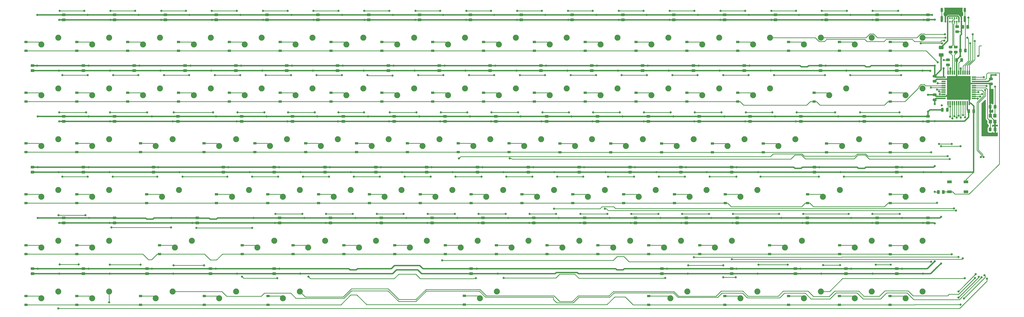
<source format=gbr>
G04 #@! TF.GenerationSoftware,KiCad,Pcbnew,(5.1.4)-1*
G04 #@! TF.CreationDate,2019-10-01T12:46:34+13:00*
G04 #@! TF.ProjectId,keyboard,6b657962-6f61-4726-942e-6b696361645f,rev?*
G04 #@! TF.SameCoordinates,Original*
G04 #@! TF.FileFunction,Copper,L2,Bot*
G04 #@! TF.FilePolarity,Positive*
%FSLAX46Y46*%
G04 Gerber Fmt 4.6, Leading zero omitted, Abs format (unit mm)*
G04 Created by KiCad (PCBNEW (5.1.4)-1) date 2019-10-01 12:46:34*
%MOMM*%
%LPD*%
G04 APERTURE LIST*
%ADD10C,0.100000*%
%ADD11C,0.975000*%
%ADD12C,2.250000*%
%ADD13R,1.200000X1.400000*%
%ADD14R,1.500000X0.550000*%
%ADD15R,0.550000X1.500000*%
%ADD16R,1.800000X1.100000*%
%ADD17C,0.650000*%
%ADD18O,0.900000X2.400000*%
%ADD19O,0.900000X1.700000*%
%ADD20C,1.250000*%
%ADD21R,1.200000X0.900000*%
%ADD22C,0.800000*%
%ADD23C,0.500000*%
%ADD24C,0.250000*%
%ADD25C,0.200000*%
%ADD26C,0.254000*%
G04 APERTURE END LIST*
D10*
G36*
X327498142Y101409826D02*
G01*
X327521803Y101406316D01*
X327545007Y101400504D01*
X327567529Y101392446D01*
X327589153Y101382218D01*
X327609670Y101369921D01*
X327628883Y101355671D01*
X327646607Y101339607D01*
X327662671Y101321883D01*
X327676921Y101302670D01*
X327689218Y101282153D01*
X327699446Y101260529D01*
X327707504Y101238007D01*
X327713316Y101214803D01*
X327716826Y101191142D01*
X327718000Y101167250D01*
X327718000Y100254750D01*
X327716826Y100230858D01*
X327713316Y100207197D01*
X327707504Y100183993D01*
X327699446Y100161471D01*
X327689218Y100139847D01*
X327676921Y100119330D01*
X327662671Y100100117D01*
X327646607Y100082393D01*
X327628883Y100066329D01*
X327609670Y100052079D01*
X327589153Y100039782D01*
X327567529Y100029554D01*
X327545007Y100021496D01*
X327521803Y100015684D01*
X327498142Y100012174D01*
X327474250Y100011000D01*
X326986750Y100011000D01*
X326962858Y100012174D01*
X326939197Y100015684D01*
X326915993Y100021496D01*
X326893471Y100029554D01*
X326871847Y100039782D01*
X326851330Y100052079D01*
X326832117Y100066329D01*
X326814393Y100082393D01*
X326798329Y100100117D01*
X326784079Y100119330D01*
X326771782Y100139847D01*
X326761554Y100161471D01*
X326753496Y100183993D01*
X326747684Y100207197D01*
X326744174Y100230858D01*
X326743000Y100254750D01*
X326743000Y101167250D01*
X326744174Y101191142D01*
X326747684Y101214803D01*
X326753496Y101238007D01*
X326761554Y101260529D01*
X326771782Y101282153D01*
X326784079Y101302670D01*
X326798329Y101321883D01*
X326814393Y101339607D01*
X326832117Y101355671D01*
X326851330Y101369921D01*
X326871847Y101382218D01*
X326893471Y101392446D01*
X326915993Y101400504D01*
X326939197Y101406316D01*
X326962858Y101409826D01*
X326986750Y101411000D01*
X327474250Y101411000D01*
X327498142Y101409826D01*
X327498142Y101409826D01*
G37*
D11*
X327230500Y100711000D03*
D10*
G36*
X329373142Y101409826D02*
G01*
X329396803Y101406316D01*
X329420007Y101400504D01*
X329442529Y101392446D01*
X329464153Y101382218D01*
X329484670Y101369921D01*
X329503883Y101355671D01*
X329521607Y101339607D01*
X329537671Y101321883D01*
X329551921Y101302670D01*
X329564218Y101282153D01*
X329574446Y101260529D01*
X329582504Y101238007D01*
X329588316Y101214803D01*
X329591826Y101191142D01*
X329593000Y101167250D01*
X329593000Y100254750D01*
X329591826Y100230858D01*
X329588316Y100207197D01*
X329582504Y100183993D01*
X329574446Y100161471D01*
X329564218Y100139847D01*
X329551921Y100119330D01*
X329537671Y100100117D01*
X329521607Y100082393D01*
X329503883Y100066329D01*
X329484670Y100052079D01*
X329464153Y100039782D01*
X329442529Y100029554D01*
X329420007Y100021496D01*
X329396803Y100015684D01*
X329373142Y100012174D01*
X329349250Y100011000D01*
X328861750Y100011000D01*
X328837858Y100012174D01*
X328814197Y100015684D01*
X328790993Y100021496D01*
X328768471Y100029554D01*
X328746847Y100039782D01*
X328726330Y100052079D01*
X328707117Y100066329D01*
X328689393Y100082393D01*
X328673329Y100100117D01*
X328659079Y100119330D01*
X328646782Y100139847D01*
X328636554Y100161471D01*
X328628496Y100183993D01*
X328622684Y100207197D01*
X328619174Y100230858D01*
X328618000Y100254750D01*
X328618000Y101167250D01*
X328619174Y101191142D01*
X328622684Y101214803D01*
X328628496Y101238007D01*
X328636554Y101260529D01*
X328646782Y101282153D01*
X328659079Y101302670D01*
X328673329Y101321883D01*
X328689393Y101339607D01*
X328707117Y101355671D01*
X328726330Y101369921D01*
X328746847Y101382218D01*
X328768471Y101392446D01*
X328790993Y101400504D01*
X328814197Y101406316D01*
X328837858Y101409826D01*
X328861750Y101411000D01*
X329349250Y101411000D01*
X329373142Y101409826D01*
X329373142Y101409826D01*
G37*
D11*
X329105500Y100711000D03*
D10*
G36*
X325600142Y99370826D02*
G01*
X325623803Y99367316D01*
X325647007Y99361504D01*
X325669529Y99353446D01*
X325691153Y99343218D01*
X325711670Y99330921D01*
X325730883Y99316671D01*
X325748607Y99300607D01*
X325764671Y99282883D01*
X325778921Y99263670D01*
X325791218Y99243153D01*
X325801446Y99221529D01*
X325809504Y99199007D01*
X325815316Y99175803D01*
X325818826Y99152142D01*
X325820000Y99128250D01*
X325820000Y98640750D01*
X325818826Y98616858D01*
X325815316Y98593197D01*
X325809504Y98569993D01*
X325801446Y98547471D01*
X325791218Y98525847D01*
X325778921Y98505330D01*
X325764671Y98486117D01*
X325748607Y98468393D01*
X325730883Y98452329D01*
X325711670Y98438079D01*
X325691153Y98425782D01*
X325669529Y98415554D01*
X325647007Y98407496D01*
X325623803Y98401684D01*
X325600142Y98398174D01*
X325576250Y98397000D01*
X324663750Y98397000D01*
X324639858Y98398174D01*
X324616197Y98401684D01*
X324592993Y98407496D01*
X324570471Y98415554D01*
X324548847Y98425782D01*
X324528330Y98438079D01*
X324509117Y98452329D01*
X324491393Y98468393D01*
X324475329Y98486117D01*
X324461079Y98505330D01*
X324448782Y98525847D01*
X324438554Y98547471D01*
X324430496Y98569993D01*
X324424684Y98593197D01*
X324421174Y98616858D01*
X324420000Y98640750D01*
X324420000Y99128250D01*
X324421174Y99152142D01*
X324424684Y99175803D01*
X324430496Y99199007D01*
X324438554Y99221529D01*
X324448782Y99243153D01*
X324461079Y99263670D01*
X324475329Y99282883D01*
X324491393Y99300607D01*
X324509117Y99316671D01*
X324528330Y99330921D01*
X324548847Y99343218D01*
X324570471Y99353446D01*
X324592993Y99361504D01*
X324616197Y99367316D01*
X324639858Y99370826D01*
X324663750Y99372000D01*
X325576250Y99372000D01*
X325600142Y99370826D01*
X325600142Y99370826D01*
G37*
D11*
X325120000Y98884500D03*
D10*
G36*
X325600142Y101245826D02*
G01*
X325623803Y101242316D01*
X325647007Y101236504D01*
X325669529Y101228446D01*
X325691153Y101218218D01*
X325711670Y101205921D01*
X325730883Y101191671D01*
X325748607Y101175607D01*
X325764671Y101157883D01*
X325778921Y101138670D01*
X325791218Y101118153D01*
X325801446Y101096529D01*
X325809504Y101074007D01*
X325815316Y101050803D01*
X325818826Y101027142D01*
X325820000Y101003250D01*
X325820000Y100515750D01*
X325818826Y100491858D01*
X325815316Y100468197D01*
X325809504Y100444993D01*
X325801446Y100422471D01*
X325791218Y100400847D01*
X325778921Y100380330D01*
X325764671Y100361117D01*
X325748607Y100343393D01*
X325730883Y100327329D01*
X325711670Y100313079D01*
X325691153Y100300782D01*
X325669529Y100290554D01*
X325647007Y100282496D01*
X325623803Y100276684D01*
X325600142Y100273174D01*
X325576250Y100272000D01*
X324663750Y100272000D01*
X324639858Y100273174D01*
X324616197Y100276684D01*
X324592993Y100282496D01*
X324570471Y100290554D01*
X324548847Y100300782D01*
X324528330Y100313079D01*
X324509117Y100327329D01*
X324491393Y100343393D01*
X324475329Y100361117D01*
X324461079Y100380330D01*
X324448782Y100400847D01*
X324438554Y100422471D01*
X324430496Y100444993D01*
X324424684Y100468197D01*
X324421174Y100491858D01*
X324420000Y100515750D01*
X324420000Y101003250D01*
X324421174Y101027142D01*
X324424684Y101050803D01*
X324430496Y101074007D01*
X324438554Y101096529D01*
X324448782Y101118153D01*
X324461079Y101138670D01*
X324475329Y101157883D01*
X324491393Y101175607D01*
X324509117Y101191671D01*
X324528330Y101205921D01*
X324548847Y101218218D01*
X324570471Y101228446D01*
X324592993Y101236504D01*
X324616197Y101242316D01*
X324639858Y101245826D01*
X324663750Y101247000D01*
X325576250Y101247000D01*
X325600142Y101245826D01*
X325600142Y101245826D01*
G37*
D11*
X325120000Y100759500D03*
D10*
G36*
X322171142Y86924826D02*
G01*
X322194803Y86921316D01*
X322218007Y86915504D01*
X322240529Y86907446D01*
X322262153Y86897218D01*
X322282670Y86884921D01*
X322301883Y86870671D01*
X322319607Y86854607D01*
X322335671Y86836883D01*
X322349921Y86817670D01*
X322362218Y86797153D01*
X322372446Y86775529D01*
X322380504Y86753007D01*
X322386316Y86729803D01*
X322389826Y86706142D01*
X322391000Y86682250D01*
X322391000Y86194750D01*
X322389826Y86170858D01*
X322386316Y86147197D01*
X322380504Y86123993D01*
X322372446Y86101471D01*
X322362218Y86079847D01*
X322349921Y86059330D01*
X322335671Y86040117D01*
X322319607Y86022393D01*
X322301883Y86006329D01*
X322282670Y85992079D01*
X322262153Y85979782D01*
X322240529Y85969554D01*
X322218007Y85961496D01*
X322194803Y85955684D01*
X322171142Y85952174D01*
X322147250Y85951000D01*
X321234750Y85951000D01*
X321210858Y85952174D01*
X321187197Y85955684D01*
X321163993Y85961496D01*
X321141471Y85969554D01*
X321119847Y85979782D01*
X321099330Y85992079D01*
X321080117Y86006329D01*
X321062393Y86022393D01*
X321046329Y86040117D01*
X321032079Y86059330D01*
X321019782Y86079847D01*
X321009554Y86101471D01*
X321001496Y86123993D01*
X320995684Y86147197D01*
X320992174Y86170858D01*
X320991000Y86194750D01*
X320991000Y86682250D01*
X320992174Y86706142D01*
X320995684Y86729803D01*
X321001496Y86753007D01*
X321009554Y86775529D01*
X321019782Y86797153D01*
X321032079Y86817670D01*
X321046329Y86836883D01*
X321062393Y86854607D01*
X321080117Y86870671D01*
X321099330Y86884921D01*
X321119847Y86897218D01*
X321141471Y86907446D01*
X321163993Y86915504D01*
X321187197Y86921316D01*
X321210858Y86924826D01*
X321234750Y86926000D01*
X322147250Y86926000D01*
X322171142Y86924826D01*
X322171142Y86924826D01*
G37*
D11*
X321691000Y86438500D03*
D10*
G36*
X322171142Y88799826D02*
G01*
X322194803Y88796316D01*
X322218007Y88790504D01*
X322240529Y88782446D01*
X322262153Y88772218D01*
X322282670Y88759921D01*
X322301883Y88745671D01*
X322319607Y88729607D01*
X322335671Y88711883D01*
X322349921Y88692670D01*
X322362218Y88672153D01*
X322372446Y88650529D01*
X322380504Y88628007D01*
X322386316Y88604803D01*
X322389826Y88581142D01*
X322391000Y88557250D01*
X322391000Y88069750D01*
X322389826Y88045858D01*
X322386316Y88022197D01*
X322380504Y87998993D01*
X322372446Y87976471D01*
X322362218Y87954847D01*
X322349921Y87934330D01*
X322335671Y87915117D01*
X322319607Y87897393D01*
X322301883Y87881329D01*
X322282670Y87867079D01*
X322262153Y87854782D01*
X322240529Y87844554D01*
X322218007Y87836496D01*
X322194803Y87830684D01*
X322171142Y87827174D01*
X322147250Y87826000D01*
X321234750Y87826000D01*
X321210858Y87827174D01*
X321187197Y87830684D01*
X321163993Y87836496D01*
X321141471Y87844554D01*
X321119847Y87854782D01*
X321099330Y87867079D01*
X321080117Y87881329D01*
X321062393Y87897393D01*
X321046329Y87915117D01*
X321032079Y87934330D01*
X321019782Y87954847D01*
X321009554Y87976471D01*
X321001496Y87998993D01*
X320995684Y88022197D01*
X320992174Y88045858D01*
X320991000Y88069750D01*
X320991000Y88557250D01*
X320992174Y88581142D01*
X320995684Y88604803D01*
X321001496Y88628007D01*
X321009554Y88650529D01*
X321019782Y88672153D01*
X321032079Y88692670D01*
X321046329Y88711883D01*
X321062393Y88729607D01*
X321080117Y88745671D01*
X321099330Y88759921D01*
X321119847Y88772218D01*
X321141471Y88782446D01*
X321163993Y88790504D01*
X321187197Y88796316D01*
X321210858Y88799826D01*
X321234750Y88801000D01*
X322147250Y88801000D01*
X322171142Y88799826D01*
X322171142Y88799826D01*
G37*
D11*
X321691000Y88313500D03*
D12*
X277241000Y75057000D03*
X283591000Y77597000D03*
X217678000Y-1143000D03*
X224028000Y1397000D03*
X146304000Y-1143000D03*
X152654000Y1397000D03*
D10*
G36*
X314678142Y105690826D02*
G01*
X314701803Y105687316D01*
X314725007Y105681504D01*
X314747529Y105673446D01*
X314769153Y105663218D01*
X314789670Y105650921D01*
X314808883Y105636671D01*
X314826607Y105620607D01*
X314842671Y105602883D01*
X314856921Y105583670D01*
X314869218Y105563153D01*
X314879446Y105541529D01*
X314887504Y105519007D01*
X314893316Y105495803D01*
X314896826Y105472142D01*
X314898000Y105448250D01*
X314898000Y104960750D01*
X314896826Y104936858D01*
X314893316Y104913197D01*
X314887504Y104889993D01*
X314879446Y104867471D01*
X314869218Y104845847D01*
X314856921Y104825330D01*
X314842671Y104806117D01*
X314826607Y104788393D01*
X314808883Y104772329D01*
X314789670Y104758079D01*
X314769153Y104745782D01*
X314747529Y104735554D01*
X314725007Y104727496D01*
X314701803Y104721684D01*
X314678142Y104718174D01*
X314654250Y104717000D01*
X313741750Y104717000D01*
X313717858Y104718174D01*
X313694197Y104721684D01*
X313670993Y104727496D01*
X313648471Y104735554D01*
X313626847Y104745782D01*
X313606330Y104758079D01*
X313587117Y104772329D01*
X313569393Y104788393D01*
X313553329Y104806117D01*
X313539079Y104825330D01*
X313526782Y104845847D01*
X313516554Y104867471D01*
X313508496Y104889993D01*
X313502684Y104913197D01*
X313499174Y104936858D01*
X313498000Y104960750D01*
X313498000Y105448250D01*
X313499174Y105472142D01*
X313502684Y105495803D01*
X313508496Y105519007D01*
X313516554Y105541529D01*
X313526782Y105563153D01*
X313539079Y105583670D01*
X313553329Y105602883D01*
X313569393Y105620607D01*
X313587117Y105636671D01*
X313606330Y105650921D01*
X313626847Y105663218D01*
X313648471Y105673446D01*
X313670993Y105681504D01*
X313694197Y105687316D01*
X313717858Y105690826D01*
X313741750Y105692000D01*
X314654250Y105692000D01*
X314678142Y105690826D01*
X314678142Y105690826D01*
G37*
D11*
X314198000Y105204500D03*
D10*
G36*
X314678142Y103815826D02*
G01*
X314701803Y103812316D01*
X314725007Y103806504D01*
X314747529Y103798446D01*
X314769153Y103788218D01*
X314789670Y103775921D01*
X314808883Y103761671D01*
X314826607Y103745607D01*
X314842671Y103727883D01*
X314856921Y103708670D01*
X314869218Y103688153D01*
X314879446Y103666529D01*
X314887504Y103644007D01*
X314893316Y103620803D01*
X314896826Y103597142D01*
X314898000Y103573250D01*
X314898000Y103085750D01*
X314896826Y103061858D01*
X314893316Y103038197D01*
X314887504Y103014993D01*
X314879446Y102992471D01*
X314869218Y102970847D01*
X314856921Y102950330D01*
X314842671Y102931117D01*
X314826607Y102913393D01*
X314808883Y102897329D01*
X314789670Y102883079D01*
X314769153Y102870782D01*
X314747529Y102860554D01*
X314725007Y102852496D01*
X314701803Y102846684D01*
X314678142Y102843174D01*
X314654250Y102842000D01*
X313741750Y102842000D01*
X313717858Y102843174D01*
X313694197Y102846684D01*
X313670993Y102852496D01*
X313648471Y102860554D01*
X313626847Y102870782D01*
X313606330Y102883079D01*
X313587117Y102897329D01*
X313569393Y102913393D01*
X313553329Y102931117D01*
X313539079Y102950330D01*
X313526782Y102970847D01*
X313516554Y102992471D01*
X313508496Y103014993D01*
X313502684Y103038197D01*
X313499174Y103061858D01*
X313498000Y103085750D01*
X313498000Y103573250D01*
X313499174Y103597142D01*
X313502684Y103620803D01*
X313508496Y103644007D01*
X313516554Y103666529D01*
X313526782Y103688153D01*
X313539079Y103708670D01*
X313553329Y103727883D01*
X313569393Y103745607D01*
X313587117Y103761671D01*
X313606330Y103775921D01*
X313626847Y103788218D01*
X313648471Y103798446D01*
X313670993Y103806504D01*
X313694197Y103812316D01*
X313717858Y103815826D01*
X313741750Y103817000D01*
X314654250Y103817000D01*
X314678142Y103815826D01*
X314678142Y103815826D01*
G37*
D11*
X314198000Y103329500D03*
D10*
G36*
X314678142Y67590826D02*
G01*
X314701803Y67587316D01*
X314725007Y67581504D01*
X314747529Y67573446D01*
X314769153Y67563218D01*
X314789670Y67550921D01*
X314808883Y67536671D01*
X314826607Y67520607D01*
X314842671Y67502883D01*
X314856921Y67483670D01*
X314869218Y67463153D01*
X314879446Y67441529D01*
X314887504Y67419007D01*
X314893316Y67395803D01*
X314896826Y67372142D01*
X314898000Y67348250D01*
X314898000Y66860750D01*
X314896826Y66836858D01*
X314893316Y66813197D01*
X314887504Y66789993D01*
X314879446Y66767471D01*
X314869218Y66745847D01*
X314856921Y66725330D01*
X314842671Y66706117D01*
X314826607Y66688393D01*
X314808883Y66672329D01*
X314789670Y66658079D01*
X314769153Y66645782D01*
X314747529Y66635554D01*
X314725007Y66627496D01*
X314701803Y66621684D01*
X314678142Y66618174D01*
X314654250Y66617000D01*
X313741750Y66617000D01*
X313717858Y66618174D01*
X313694197Y66621684D01*
X313670993Y66627496D01*
X313648471Y66635554D01*
X313626847Y66645782D01*
X313606330Y66658079D01*
X313587117Y66672329D01*
X313569393Y66688393D01*
X313553329Y66706117D01*
X313539079Y66725330D01*
X313526782Y66745847D01*
X313516554Y66767471D01*
X313508496Y66789993D01*
X313502684Y66813197D01*
X313499174Y66836858D01*
X313498000Y66860750D01*
X313498000Y67348250D01*
X313499174Y67372142D01*
X313502684Y67395803D01*
X313508496Y67419007D01*
X313516554Y67441529D01*
X313526782Y67463153D01*
X313539079Y67483670D01*
X313553329Y67502883D01*
X313569393Y67520607D01*
X313587117Y67536671D01*
X313606330Y67550921D01*
X313626847Y67563218D01*
X313648471Y67573446D01*
X313670993Y67581504D01*
X313694197Y67587316D01*
X313717858Y67590826D01*
X313741750Y67592000D01*
X314654250Y67592000D01*
X314678142Y67590826D01*
X314678142Y67590826D01*
G37*
D11*
X314198000Y67104500D03*
D10*
G36*
X314678142Y65715826D02*
G01*
X314701803Y65712316D01*
X314725007Y65706504D01*
X314747529Y65698446D01*
X314769153Y65688218D01*
X314789670Y65675921D01*
X314808883Y65661671D01*
X314826607Y65645607D01*
X314842671Y65627883D01*
X314856921Y65608670D01*
X314869218Y65588153D01*
X314879446Y65566529D01*
X314887504Y65544007D01*
X314893316Y65520803D01*
X314896826Y65497142D01*
X314898000Y65473250D01*
X314898000Y64985750D01*
X314896826Y64961858D01*
X314893316Y64938197D01*
X314887504Y64914993D01*
X314879446Y64892471D01*
X314869218Y64870847D01*
X314856921Y64850330D01*
X314842671Y64831117D01*
X314826607Y64813393D01*
X314808883Y64797329D01*
X314789670Y64783079D01*
X314769153Y64770782D01*
X314747529Y64760554D01*
X314725007Y64752496D01*
X314701803Y64746684D01*
X314678142Y64743174D01*
X314654250Y64742000D01*
X313741750Y64742000D01*
X313717858Y64743174D01*
X313694197Y64746684D01*
X313670993Y64752496D01*
X313648471Y64760554D01*
X313626847Y64770782D01*
X313606330Y64783079D01*
X313587117Y64797329D01*
X313569393Y64813393D01*
X313553329Y64831117D01*
X313539079Y64850330D01*
X313526782Y64870847D01*
X313516554Y64892471D01*
X313508496Y64914993D01*
X313502684Y64938197D01*
X313499174Y64961858D01*
X313498000Y64985750D01*
X313498000Y65473250D01*
X313499174Y65497142D01*
X313502684Y65520803D01*
X313508496Y65544007D01*
X313516554Y65566529D01*
X313526782Y65588153D01*
X313539079Y65608670D01*
X313553329Y65627883D01*
X313569393Y65645607D01*
X313587117Y65661671D01*
X313606330Y65675921D01*
X313626847Y65688218D01*
X313648471Y65698446D01*
X313670993Y65706504D01*
X313694197Y65712316D01*
X313717858Y65715826D01*
X313741750Y65717000D01*
X314654250Y65717000D01*
X314678142Y65715826D01*
X314678142Y65715826D01*
G37*
D11*
X314198000Y65229500D03*
D10*
G36*
X295628142Y105690826D02*
G01*
X295651803Y105687316D01*
X295675007Y105681504D01*
X295697529Y105673446D01*
X295719153Y105663218D01*
X295739670Y105650921D01*
X295758883Y105636671D01*
X295776607Y105620607D01*
X295792671Y105602883D01*
X295806921Y105583670D01*
X295819218Y105563153D01*
X295829446Y105541529D01*
X295837504Y105519007D01*
X295843316Y105495803D01*
X295846826Y105472142D01*
X295848000Y105448250D01*
X295848000Y104960750D01*
X295846826Y104936858D01*
X295843316Y104913197D01*
X295837504Y104889993D01*
X295829446Y104867471D01*
X295819218Y104845847D01*
X295806921Y104825330D01*
X295792671Y104806117D01*
X295776607Y104788393D01*
X295758883Y104772329D01*
X295739670Y104758079D01*
X295719153Y104745782D01*
X295697529Y104735554D01*
X295675007Y104727496D01*
X295651803Y104721684D01*
X295628142Y104718174D01*
X295604250Y104717000D01*
X294691750Y104717000D01*
X294667858Y104718174D01*
X294644197Y104721684D01*
X294620993Y104727496D01*
X294598471Y104735554D01*
X294576847Y104745782D01*
X294556330Y104758079D01*
X294537117Y104772329D01*
X294519393Y104788393D01*
X294503329Y104806117D01*
X294489079Y104825330D01*
X294476782Y104845847D01*
X294466554Y104867471D01*
X294458496Y104889993D01*
X294452684Y104913197D01*
X294449174Y104936858D01*
X294448000Y104960750D01*
X294448000Y105448250D01*
X294449174Y105472142D01*
X294452684Y105495803D01*
X294458496Y105519007D01*
X294466554Y105541529D01*
X294476782Y105563153D01*
X294489079Y105583670D01*
X294503329Y105602883D01*
X294519393Y105620607D01*
X294537117Y105636671D01*
X294556330Y105650921D01*
X294576847Y105663218D01*
X294598471Y105673446D01*
X294620993Y105681504D01*
X294644197Y105687316D01*
X294667858Y105690826D01*
X294691750Y105692000D01*
X295604250Y105692000D01*
X295628142Y105690826D01*
X295628142Y105690826D01*
G37*
D11*
X295148000Y105204500D03*
D10*
G36*
X295628142Y103815826D02*
G01*
X295651803Y103812316D01*
X295675007Y103806504D01*
X295697529Y103798446D01*
X295719153Y103788218D01*
X295739670Y103775921D01*
X295758883Y103761671D01*
X295776607Y103745607D01*
X295792671Y103727883D01*
X295806921Y103708670D01*
X295819218Y103688153D01*
X295829446Y103666529D01*
X295837504Y103644007D01*
X295843316Y103620803D01*
X295846826Y103597142D01*
X295848000Y103573250D01*
X295848000Y103085750D01*
X295846826Y103061858D01*
X295843316Y103038197D01*
X295837504Y103014993D01*
X295829446Y102992471D01*
X295819218Y102970847D01*
X295806921Y102950330D01*
X295792671Y102931117D01*
X295776607Y102913393D01*
X295758883Y102897329D01*
X295739670Y102883079D01*
X295719153Y102870782D01*
X295697529Y102860554D01*
X295675007Y102852496D01*
X295651803Y102846684D01*
X295628142Y102843174D01*
X295604250Y102842000D01*
X294691750Y102842000D01*
X294667858Y102843174D01*
X294644197Y102846684D01*
X294620993Y102852496D01*
X294598471Y102860554D01*
X294576847Y102870782D01*
X294556330Y102883079D01*
X294537117Y102897329D01*
X294519393Y102913393D01*
X294503329Y102931117D01*
X294489079Y102950330D01*
X294476782Y102970847D01*
X294466554Y102992471D01*
X294458496Y103014993D01*
X294452684Y103038197D01*
X294449174Y103061858D01*
X294448000Y103085750D01*
X294448000Y103573250D01*
X294449174Y103597142D01*
X294452684Y103620803D01*
X294458496Y103644007D01*
X294466554Y103666529D01*
X294476782Y103688153D01*
X294489079Y103708670D01*
X294503329Y103727883D01*
X294519393Y103745607D01*
X294537117Y103761671D01*
X294556330Y103775921D01*
X294576847Y103788218D01*
X294598471Y103798446D01*
X294620993Y103806504D01*
X294644197Y103812316D01*
X294667858Y103815826D01*
X294691750Y103817000D01*
X295604250Y103817000D01*
X295628142Y103815826D01*
X295628142Y103815826D01*
G37*
D11*
X295148000Y103329500D03*
D10*
G36*
X302994142Y84765826D02*
G01*
X303017803Y84762316D01*
X303041007Y84756504D01*
X303063529Y84748446D01*
X303085153Y84738218D01*
X303105670Y84725921D01*
X303124883Y84711671D01*
X303142607Y84695607D01*
X303158671Y84677883D01*
X303172921Y84658670D01*
X303185218Y84638153D01*
X303195446Y84616529D01*
X303203504Y84594007D01*
X303209316Y84570803D01*
X303212826Y84547142D01*
X303214000Y84523250D01*
X303214000Y84035750D01*
X303212826Y84011858D01*
X303209316Y83988197D01*
X303203504Y83964993D01*
X303195446Y83942471D01*
X303185218Y83920847D01*
X303172921Y83900330D01*
X303158671Y83881117D01*
X303142607Y83863393D01*
X303124883Y83847329D01*
X303105670Y83833079D01*
X303085153Y83820782D01*
X303063529Y83810554D01*
X303041007Y83802496D01*
X303017803Y83796684D01*
X302994142Y83793174D01*
X302970250Y83792000D01*
X302057750Y83792000D01*
X302033858Y83793174D01*
X302010197Y83796684D01*
X301986993Y83802496D01*
X301964471Y83810554D01*
X301942847Y83820782D01*
X301922330Y83833079D01*
X301903117Y83847329D01*
X301885393Y83863393D01*
X301869329Y83881117D01*
X301855079Y83900330D01*
X301842782Y83920847D01*
X301832554Y83942471D01*
X301824496Y83964993D01*
X301818684Y83988197D01*
X301815174Y84011858D01*
X301814000Y84035750D01*
X301814000Y84523250D01*
X301815174Y84547142D01*
X301818684Y84570803D01*
X301824496Y84594007D01*
X301832554Y84616529D01*
X301842782Y84638153D01*
X301855079Y84658670D01*
X301869329Y84677883D01*
X301885393Y84695607D01*
X301903117Y84711671D01*
X301922330Y84725921D01*
X301942847Y84738218D01*
X301964471Y84748446D01*
X301986993Y84756504D01*
X302010197Y84762316D01*
X302033858Y84765826D01*
X302057750Y84767000D01*
X302970250Y84767000D01*
X302994142Y84765826D01*
X302994142Y84765826D01*
G37*
D11*
X302514000Y84279500D03*
D10*
G36*
X302994142Y86640826D02*
G01*
X303017803Y86637316D01*
X303041007Y86631504D01*
X303063529Y86623446D01*
X303085153Y86613218D01*
X303105670Y86600921D01*
X303124883Y86586671D01*
X303142607Y86570607D01*
X303158671Y86552883D01*
X303172921Y86533670D01*
X303185218Y86513153D01*
X303195446Y86491529D01*
X303203504Y86469007D01*
X303209316Y86445803D01*
X303212826Y86422142D01*
X303214000Y86398250D01*
X303214000Y85910750D01*
X303212826Y85886858D01*
X303209316Y85863197D01*
X303203504Y85839993D01*
X303195446Y85817471D01*
X303185218Y85795847D01*
X303172921Y85775330D01*
X303158671Y85756117D01*
X303142607Y85738393D01*
X303124883Y85722329D01*
X303105670Y85708079D01*
X303085153Y85695782D01*
X303063529Y85685554D01*
X303041007Y85677496D01*
X303017803Y85671684D01*
X302994142Y85668174D01*
X302970250Y85667000D01*
X302057750Y85667000D01*
X302033858Y85668174D01*
X302010197Y85671684D01*
X301986993Y85677496D01*
X301964471Y85685554D01*
X301942847Y85695782D01*
X301922330Y85708079D01*
X301903117Y85722329D01*
X301885393Y85738393D01*
X301869329Y85756117D01*
X301855079Y85775330D01*
X301842782Y85795847D01*
X301832554Y85817471D01*
X301824496Y85839993D01*
X301818684Y85863197D01*
X301815174Y85886858D01*
X301814000Y85910750D01*
X301814000Y86398250D01*
X301815174Y86422142D01*
X301818684Y86445803D01*
X301824496Y86469007D01*
X301832554Y86491529D01*
X301842782Y86513153D01*
X301855079Y86533670D01*
X301869329Y86552883D01*
X301885393Y86570607D01*
X301903117Y86586671D01*
X301922330Y86600921D01*
X301942847Y86613218D01*
X301964471Y86623446D01*
X301986993Y86631504D01*
X302010197Y86637316D01*
X302033858Y86640826D01*
X302057750Y86642000D01*
X302970250Y86642000D01*
X302994142Y86640826D01*
X302994142Y86640826D01*
G37*
D11*
X302514000Y86154500D03*
D10*
G36*
X314678142Y29490826D02*
G01*
X314701803Y29487316D01*
X314725007Y29481504D01*
X314747529Y29473446D01*
X314769153Y29463218D01*
X314789670Y29450921D01*
X314808883Y29436671D01*
X314826607Y29420607D01*
X314842671Y29402883D01*
X314856921Y29383670D01*
X314869218Y29363153D01*
X314879446Y29341529D01*
X314887504Y29319007D01*
X314893316Y29295803D01*
X314896826Y29272142D01*
X314898000Y29248250D01*
X314898000Y28760750D01*
X314896826Y28736858D01*
X314893316Y28713197D01*
X314887504Y28689993D01*
X314879446Y28667471D01*
X314869218Y28645847D01*
X314856921Y28625330D01*
X314842671Y28606117D01*
X314826607Y28588393D01*
X314808883Y28572329D01*
X314789670Y28558079D01*
X314769153Y28545782D01*
X314747529Y28535554D01*
X314725007Y28527496D01*
X314701803Y28521684D01*
X314678142Y28518174D01*
X314654250Y28517000D01*
X313741750Y28517000D01*
X313717858Y28518174D01*
X313694197Y28521684D01*
X313670993Y28527496D01*
X313648471Y28535554D01*
X313626847Y28545782D01*
X313606330Y28558079D01*
X313587117Y28572329D01*
X313569393Y28588393D01*
X313553329Y28606117D01*
X313539079Y28625330D01*
X313526782Y28645847D01*
X313516554Y28667471D01*
X313508496Y28689993D01*
X313502684Y28713197D01*
X313499174Y28736858D01*
X313498000Y28760750D01*
X313498000Y29248250D01*
X313499174Y29272142D01*
X313502684Y29295803D01*
X313508496Y29319007D01*
X313516554Y29341529D01*
X313526782Y29363153D01*
X313539079Y29383670D01*
X313553329Y29402883D01*
X313569393Y29420607D01*
X313587117Y29436671D01*
X313606330Y29450921D01*
X313626847Y29463218D01*
X313648471Y29473446D01*
X313670993Y29481504D01*
X313694197Y29487316D01*
X313717858Y29490826D01*
X313741750Y29492000D01*
X314654250Y29492000D01*
X314678142Y29490826D01*
X314678142Y29490826D01*
G37*
D11*
X314198000Y29004500D03*
D10*
G36*
X314678142Y27615826D02*
G01*
X314701803Y27612316D01*
X314725007Y27606504D01*
X314747529Y27598446D01*
X314769153Y27588218D01*
X314789670Y27575921D01*
X314808883Y27561671D01*
X314826607Y27545607D01*
X314842671Y27527883D01*
X314856921Y27508670D01*
X314869218Y27488153D01*
X314879446Y27466529D01*
X314887504Y27444007D01*
X314893316Y27420803D01*
X314896826Y27397142D01*
X314898000Y27373250D01*
X314898000Y26885750D01*
X314896826Y26861858D01*
X314893316Y26838197D01*
X314887504Y26814993D01*
X314879446Y26792471D01*
X314869218Y26770847D01*
X314856921Y26750330D01*
X314842671Y26731117D01*
X314826607Y26713393D01*
X314808883Y26697329D01*
X314789670Y26683079D01*
X314769153Y26670782D01*
X314747529Y26660554D01*
X314725007Y26652496D01*
X314701803Y26646684D01*
X314678142Y26643174D01*
X314654250Y26642000D01*
X313741750Y26642000D01*
X313717858Y26643174D01*
X313694197Y26646684D01*
X313670993Y26652496D01*
X313648471Y26660554D01*
X313626847Y26670782D01*
X313606330Y26683079D01*
X313587117Y26697329D01*
X313569393Y26713393D01*
X313553329Y26731117D01*
X313539079Y26750330D01*
X313526782Y26770847D01*
X313516554Y26792471D01*
X313508496Y26814993D01*
X313502684Y26838197D01*
X313499174Y26861858D01*
X313498000Y26885750D01*
X313498000Y27373250D01*
X313499174Y27397142D01*
X313502684Y27420803D01*
X313508496Y27444007D01*
X313516554Y27466529D01*
X313526782Y27488153D01*
X313539079Y27508670D01*
X313553329Y27527883D01*
X313569393Y27545607D01*
X313587117Y27561671D01*
X313606330Y27575921D01*
X313626847Y27588218D01*
X313648471Y27598446D01*
X313670993Y27606504D01*
X313694197Y27612316D01*
X313717858Y27615826D01*
X313741750Y27617000D01*
X314654250Y27617000D01*
X314678142Y27615826D01*
X314678142Y27615826D01*
G37*
D11*
X314198000Y27129500D03*
D10*
G36*
X290802142Y67590826D02*
G01*
X290825803Y67587316D01*
X290849007Y67581504D01*
X290871529Y67573446D01*
X290893153Y67563218D01*
X290913670Y67550921D01*
X290932883Y67536671D01*
X290950607Y67520607D01*
X290966671Y67502883D01*
X290980921Y67483670D01*
X290993218Y67463153D01*
X291003446Y67441529D01*
X291011504Y67419007D01*
X291017316Y67395803D01*
X291020826Y67372142D01*
X291022000Y67348250D01*
X291022000Y66860750D01*
X291020826Y66836858D01*
X291017316Y66813197D01*
X291011504Y66789993D01*
X291003446Y66767471D01*
X290993218Y66745847D01*
X290980921Y66725330D01*
X290966671Y66706117D01*
X290950607Y66688393D01*
X290932883Y66672329D01*
X290913670Y66658079D01*
X290893153Y66645782D01*
X290871529Y66635554D01*
X290849007Y66627496D01*
X290825803Y66621684D01*
X290802142Y66618174D01*
X290778250Y66617000D01*
X289865750Y66617000D01*
X289841858Y66618174D01*
X289818197Y66621684D01*
X289794993Y66627496D01*
X289772471Y66635554D01*
X289750847Y66645782D01*
X289730330Y66658079D01*
X289711117Y66672329D01*
X289693393Y66688393D01*
X289677329Y66706117D01*
X289663079Y66725330D01*
X289650782Y66745847D01*
X289640554Y66767471D01*
X289632496Y66789993D01*
X289626684Y66813197D01*
X289623174Y66836858D01*
X289622000Y66860750D01*
X289622000Y67348250D01*
X289623174Y67372142D01*
X289626684Y67395803D01*
X289632496Y67419007D01*
X289640554Y67441529D01*
X289650782Y67463153D01*
X289663079Y67483670D01*
X289677329Y67502883D01*
X289693393Y67520607D01*
X289711117Y67536671D01*
X289730330Y67550921D01*
X289750847Y67563218D01*
X289772471Y67573446D01*
X289794993Y67581504D01*
X289818197Y67587316D01*
X289841858Y67590826D01*
X289865750Y67592000D01*
X290778250Y67592000D01*
X290802142Y67590826D01*
X290802142Y67590826D01*
G37*
D11*
X290322000Y67104500D03*
D10*
G36*
X290802142Y65715826D02*
G01*
X290825803Y65712316D01*
X290849007Y65706504D01*
X290871529Y65698446D01*
X290893153Y65688218D01*
X290913670Y65675921D01*
X290932883Y65661671D01*
X290950607Y65645607D01*
X290966671Y65627883D01*
X290980921Y65608670D01*
X290993218Y65588153D01*
X291003446Y65566529D01*
X291011504Y65544007D01*
X291017316Y65520803D01*
X291020826Y65497142D01*
X291022000Y65473250D01*
X291022000Y64985750D01*
X291020826Y64961858D01*
X291017316Y64938197D01*
X291011504Y64914993D01*
X291003446Y64892471D01*
X290993218Y64870847D01*
X290980921Y64850330D01*
X290966671Y64831117D01*
X290950607Y64813393D01*
X290932883Y64797329D01*
X290913670Y64783079D01*
X290893153Y64770782D01*
X290871529Y64760554D01*
X290849007Y64752496D01*
X290825803Y64746684D01*
X290802142Y64743174D01*
X290778250Y64742000D01*
X289865750Y64742000D01*
X289841858Y64743174D01*
X289818197Y64746684D01*
X289794993Y64752496D01*
X289772471Y64760554D01*
X289750847Y64770782D01*
X289730330Y64783079D01*
X289711117Y64797329D01*
X289693393Y64813393D01*
X289677329Y64831117D01*
X289663079Y64850330D01*
X289650782Y64870847D01*
X289640554Y64892471D01*
X289632496Y64914993D01*
X289626684Y64938197D01*
X289623174Y64961858D01*
X289622000Y64985750D01*
X289622000Y65473250D01*
X289623174Y65497142D01*
X289626684Y65520803D01*
X289632496Y65544007D01*
X289640554Y65566529D01*
X289650782Y65588153D01*
X289663079Y65608670D01*
X289677329Y65627883D01*
X289693393Y65645607D01*
X289711117Y65661671D01*
X289730330Y65675921D01*
X289750847Y65688218D01*
X289772471Y65698446D01*
X289794993Y65706504D01*
X289818197Y65712316D01*
X289841858Y65715826D01*
X289865750Y65717000D01*
X290778250Y65717000D01*
X290802142Y65715826D01*
X290802142Y65715826D01*
G37*
D11*
X290322000Y65229500D03*
D10*
G36*
X276578142Y105690826D02*
G01*
X276601803Y105687316D01*
X276625007Y105681504D01*
X276647529Y105673446D01*
X276669153Y105663218D01*
X276689670Y105650921D01*
X276708883Y105636671D01*
X276726607Y105620607D01*
X276742671Y105602883D01*
X276756921Y105583670D01*
X276769218Y105563153D01*
X276779446Y105541529D01*
X276787504Y105519007D01*
X276793316Y105495803D01*
X276796826Y105472142D01*
X276798000Y105448250D01*
X276798000Y104960750D01*
X276796826Y104936858D01*
X276793316Y104913197D01*
X276787504Y104889993D01*
X276779446Y104867471D01*
X276769218Y104845847D01*
X276756921Y104825330D01*
X276742671Y104806117D01*
X276726607Y104788393D01*
X276708883Y104772329D01*
X276689670Y104758079D01*
X276669153Y104745782D01*
X276647529Y104735554D01*
X276625007Y104727496D01*
X276601803Y104721684D01*
X276578142Y104718174D01*
X276554250Y104717000D01*
X275641750Y104717000D01*
X275617858Y104718174D01*
X275594197Y104721684D01*
X275570993Y104727496D01*
X275548471Y104735554D01*
X275526847Y104745782D01*
X275506330Y104758079D01*
X275487117Y104772329D01*
X275469393Y104788393D01*
X275453329Y104806117D01*
X275439079Y104825330D01*
X275426782Y104845847D01*
X275416554Y104867471D01*
X275408496Y104889993D01*
X275402684Y104913197D01*
X275399174Y104936858D01*
X275398000Y104960750D01*
X275398000Y105448250D01*
X275399174Y105472142D01*
X275402684Y105495803D01*
X275408496Y105519007D01*
X275416554Y105541529D01*
X275426782Y105563153D01*
X275439079Y105583670D01*
X275453329Y105602883D01*
X275469393Y105620607D01*
X275487117Y105636671D01*
X275506330Y105650921D01*
X275526847Y105663218D01*
X275548471Y105673446D01*
X275570993Y105681504D01*
X275594197Y105687316D01*
X275617858Y105690826D01*
X275641750Y105692000D01*
X276554250Y105692000D01*
X276578142Y105690826D01*
X276578142Y105690826D01*
G37*
D11*
X276098000Y105204500D03*
D10*
G36*
X276578142Y103815826D02*
G01*
X276601803Y103812316D01*
X276625007Y103806504D01*
X276647529Y103798446D01*
X276669153Y103788218D01*
X276689670Y103775921D01*
X276708883Y103761671D01*
X276726607Y103745607D01*
X276742671Y103727883D01*
X276756921Y103708670D01*
X276769218Y103688153D01*
X276779446Y103666529D01*
X276787504Y103644007D01*
X276793316Y103620803D01*
X276796826Y103597142D01*
X276798000Y103573250D01*
X276798000Y103085750D01*
X276796826Y103061858D01*
X276793316Y103038197D01*
X276787504Y103014993D01*
X276779446Y102992471D01*
X276769218Y102970847D01*
X276756921Y102950330D01*
X276742671Y102931117D01*
X276726607Y102913393D01*
X276708883Y102897329D01*
X276689670Y102883079D01*
X276669153Y102870782D01*
X276647529Y102860554D01*
X276625007Y102852496D01*
X276601803Y102846684D01*
X276578142Y102843174D01*
X276554250Y102842000D01*
X275641750Y102842000D01*
X275617858Y102843174D01*
X275594197Y102846684D01*
X275570993Y102852496D01*
X275548471Y102860554D01*
X275526847Y102870782D01*
X275506330Y102883079D01*
X275487117Y102897329D01*
X275469393Y102913393D01*
X275453329Y102931117D01*
X275439079Y102950330D01*
X275426782Y102970847D01*
X275416554Y102992471D01*
X275408496Y103014993D01*
X275402684Y103038197D01*
X275399174Y103061858D01*
X275398000Y103085750D01*
X275398000Y103573250D01*
X275399174Y103597142D01*
X275402684Y103620803D01*
X275408496Y103644007D01*
X275416554Y103666529D01*
X275426782Y103688153D01*
X275439079Y103708670D01*
X275453329Y103727883D01*
X275469393Y103745607D01*
X275487117Y103761671D01*
X275506330Y103775921D01*
X275526847Y103788218D01*
X275548471Y103798446D01*
X275570993Y103806504D01*
X275594197Y103812316D01*
X275617858Y103815826D01*
X275641750Y103817000D01*
X276554250Y103817000D01*
X276578142Y103815826D01*
X276578142Y103815826D01*
G37*
D11*
X276098000Y103329500D03*
D10*
G36*
X302994142Y46665826D02*
G01*
X303017803Y46662316D01*
X303041007Y46656504D01*
X303063529Y46648446D01*
X303085153Y46638218D01*
X303105670Y46625921D01*
X303124883Y46611671D01*
X303142607Y46595607D01*
X303158671Y46577883D01*
X303172921Y46558670D01*
X303185218Y46538153D01*
X303195446Y46516529D01*
X303203504Y46494007D01*
X303209316Y46470803D01*
X303212826Y46447142D01*
X303214000Y46423250D01*
X303214000Y45935750D01*
X303212826Y45911858D01*
X303209316Y45888197D01*
X303203504Y45864993D01*
X303195446Y45842471D01*
X303185218Y45820847D01*
X303172921Y45800330D01*
X303158671Y45781117D01*
X303142607Y45763393D01*
X303124883Y45747329D01*
X303105670Y45733079D01*
X303085153Y45720782D01*
X303063529Y45710554D01*
X303041007Y45702496D01*
X303017803Y45696684D01*
X302994142Y45693174D01*
X302970250Y45692000D01*
X302057750Y45692000D01*
X302033858Y45693174D01*
X302010197Y45696684D01*
X301986993Y45702496D01*
X301964471Y45710554D01*
X301942847Y45720782D01*
X301922330Y45733079D01*
X301903117Y45747329D01*
X301885393Y45763393D01*
X301869329Y45781117D01*
X301855079Y45800330D01*
X301842782Y45820847D01*
X301832554Y45842471D01*
X301824496Y45864993D01*
X301818684Y45888197D01*
X301815174Y45911858D01*
X301814000Y45935750D01*
X301814000Y46423250D01*
X301815174Y46447142D01*
X301818684Y46470803D01*
X301824496Y46494007D01*
X301832554Y46516529D01*
X301842782Y46538153D01*
X301855079Y46558670D01*
X301869329Y46577883D01*
X301885393Y46595607D01*
X301903117Y46611671D01*
X301922330Y46625921D01*
X301942847Y46638218D01*
X301964471Y46648446D01*
X301986993Y46656504D01*
X302010197Y46662316D01*
X302033858Y46665826D01*
X302057750Y46667000D01*
X302970250Y46667000D01*
X302994142Y46665826D01*
X302994142Y46665826D01*
G37*
D11*
X302514000Y46179500D03*
D10*
G36*
X302994142Y48540826D02*
G01*
X303017803Y48537316D01*
X303041007Y48531504D01*
X303063529Y48523446D01*
X303085153Y48513218D01*
X303105670Y48500921D01*
X303124883Y48486671D01*
X303142607Y48470607D01*
X303158671Y48452883D01*
X303172921Y48433670D01*
X303185218Y48413153D01*
X303195446Y48391529D01*
X303203504Y48369007D01*
X303209316Y48345803D01*
X303212826Y48322142D01*
X303214000Y48298250D01*
X303214000Y47810750D01*
X303212826Y47786858D01*
X303209316Y47763197D01*
X303203504Y47739993D01*
X303195446Y47717471D01*
X303185218Y47695847D01*
X303172921Y47675330D01*
X303158671Y47656117D01*
X303142607Y47638393D01*
X303124883Y47622329D01*
X303105670Y47608079D01*
X303085153Y47595782D01*
X303063529Y47585554D01*
X303041007Y47577496D01*
X303017803Y47571684D01*
X302994142Y47568174D01*
X302970250Y47567000D01*
X302057750Y47567000D01*
X302033858Y47568174D01*
X302010197Y47571684D01*
X301986993Y47577496D01*
X301964471Y47585554D01*
X301942847Y47595782D01*
X301922330Y47608079D01*
X301903117Y47622329D01*
X301885393Y47638393D01*
X301869329Y47656117D01*
X301855079Y47675330D01*
X301842782Y47695847D01*
X301832554Y47717471D01*
X301824496Y47739993D01*
X301818684Y47763197D01*
X301815174Y47786858D01*
X301814000Y47810750D01*
X301814000Y48298250D01*
X301815174Y48322142D01*
X301818684Y48345803D01*
X301824496Y48369007D01*
X301832554Y48391529D01*
X301842782Y48413153D01*
X301855079Y48433670D01*
X301869329Y48452883D01*
X301885393Y48470607D01*
X301903117Y48486671D01*
X301922330Y48500921D01*
X301942847Y48513218D01*
X301964471Y48523446D01*
X301986993Y48531504D01*
X302010197Y48537316D01*
X302033858Y48540826D01*
X302057750Y48542000D01*
X302970250Y48542000D01*
X302994142Y48540826D01*
X302994142Y48540826D01*
G37*
D11*
X302514000Y48054500D03*
D10*
G36*
X274419142Y84765826D02*
G01*
X274442803Y84762316D01*
X274466007Y84756504D01*
X274488529Y84748446D01*
X274510153Y84738218D01*
X274530670Y84725921D01*
X274549883Y84711671D01*
X274567607Y84695607D01*
X274583671Y84677883D01*
X274597921Y84658670D01*
X274610218Y84638153D01*
X274620446Y84616529D01*
X274628504Y84594007D01*
X274634316Y84570803D01*
X274637826Y84547142D01*
X274639000Y84523250D01*
X274639000Y84035750D01*
X274637826Y84011858D01*
X274634316Y83988197D01*
X274628504Y83964993D01*
X274620446Y83942471D01*
X274610218Y83920847D01*
X274597921Y83900330D01*
X274583671Y83881117D01*
X274567607Y83863393D01*
X274549883Y83847329D01*
X274530670Y83833079D01*
X274510153Y83820782D01*
X274488529Y83810554D01*
X274466007Y83802496D01*
X274442803Y83796684D01*
X274419142Y83793174D01*
X274395250Y83792000D01*
X273482750Y83792000D01*
X273458858Y83793174D01*
X273435197Y83796684D01*
X273411993Y83802496D01*
X273389471Y83810554D01*
X273367847Y83820782D01*
X273347330Y83833079D01*
X273328117Y83847329D01*
X273310393Y83863393D01*
X273294329Y83881117D01*
X273280079Y83900330D01*
X273267782Y83920847D01*
X273257554Y83942471D01*
X273249496Y83964993D01*
X273243684Y83988197D01*
X273240174Y84011858D01*
X273239000Y84035750D01*
X273239000Y84523250D01*
X273240174Y84547142D01*
X273243684Y84570803D01*
X273249496Y84594007D01*
X273257554Y84616529D01*
X273267782Y84638153D01*
X273280079Y84658670D01*
X273294329Y84677883D01*
X273310393Y84695607D01*
X273328117Y84711671D01*
X273347330Y84725921D01*
X273367847Y84738218D01*
X273389471Y84748446D01*
X273411993Y84756504D01*
X273435197Y84762316D01*
X273458858Y84765826D01*
X273482750Y84767000D01*
X274395250Y84767000D01*
X274419142Y84765826D01*
X274419142Y84765826D01*
G37*
D11*
X273939000Y84279500D03*
D10*
G36*
X274419142Y86640826D02*
G01*
X274442803Y86637316D01*
X274466007Y86631504D01*
X274488529Y86623446D01*
X274510153Y86613218D01*
X274530670Y86600921D01*
X274549883Y86586671D01*
X274567607Y86570607D01*
X274583671Y86552883D01*
X274597921Y86533670D01*
X274610218Y86513153D01*
X274620446Y86491529D01*
X274628504Y86469007D01*
X274634316Y86445803D01*
X274637826Y86422142D01*
X274639000Y86398250D01*
X274639000Y85910750D01*
X274637826Y85886858D01*
X274634316Y85863197D01*
X274628504Y85839993D01*
X274620446Y85817471D01*
X274610218Y85795847D01*
X274597921Y85775330D01*
X274583671Y85756117D01*
X274567607Y85738393D01*
X274549883Y85722329D01*
X274530670Y85708079D01*
X274510153Y85695782D01*
X274488529Y85685554D01*
X274466007Y85677496D01*
X274442803Y85671684D01*
X274419142Y85668174D01*
X274395250Y85667000D01*
X273482750Y85667000D01*
X273458858Y85668174D01*
X273435197Y85671684D01*
X273411993Y85677496D01*
X273389471Y85685554D01*
X273367847Y85695782D01*
X273347330Y85708079D01*
X273328117Y85722329D01*
X273310393Y85738393D01*
X273294329Y85756117D01*
X273280079Y85775330D01*
X273267782Y85795847D01*
X273257554Y85817471D01*
X273249496Y85839993D01*
X273243684Y85863197D01*
X273240174Y85886858D01*
X273239000Y85910750D01*
X273239000Y86398250D01*
X273240174Y86422142D01*
X273243684Y86445803D01*
X273249496Y86469007D01*
X273257554Y86491529D01*
X273267782Y86513153D01*
X273280079Y86533670D01*
X273294329Y86552883D01*
X273310393Y86570607D01*
X273328117Y86586671D01*
X273347330Y86600921D01*
X273367847Y86613218D01*
X273389471Y86623446D01*
X273411993Y86631504D01*
X273435197Y86637316D01*
X273458858Y86640826D01*
X273482750Y86642000D01*
X274395250Y86642000D01*
X274419142Y86640826D01*
X274419142Y86640826D01*
G37*
D11*
X273939000Y86154500D03*
D10*
G36*
X295628142Y29490826D02*
G01*
X295651803Y29487316D01*
X295675007Y29481504D01*
X295697529Y29473446D01*
X295719153Y29463218D01*
X295739670Y29450921D01*
X295758883Y29436671D01*
X295776607Y29420607D01*
X295792671Y29402883D01*
X295806921Y29383670D01*
X295819218Y29363153D01*
X295829446Y29341529D01*
X295837504Y29319007D01*
X295843316Y29295803D01*
X295846826Y29272142D01*
X295848000Y29248250D01*
X295848000Y28760750D01*
X295846826Y28736858D01*
X295843316Y28713197D01*
X295837504Y28689993D01*
X295829446Y28667471D01*
X295819218Y28645847D01*
X295806921Y28625330D01*
X295792671Y28606117D01*
X295776607Y28588393D01*
X295758883Y28572329D01*
X295739670Y28558079D01*
X295719153Y28545782D01*
X295697529Y28535554D01*
X295675007Y28527496D01*
X295651803Y28521684D01*
X295628142Y28518174D01*
X295604250Y28517000D01*
X294691750Y28517000D01*
X294667858Y28518174D01*
X294644197Y28521684D01*
X294620993Y28527496D01*
X294598471Y28535554D01*
X294576847Y28545782D01*
X294556330Y28558079D01*
X294537117Y28572329D01*
X294519393Y28588393D01*
X294503329Y28606117D01*
X294489079Y28625330D01*
X294476782Y28645847D01*
X294466554Y28667471D01*
X294458496Y28689993D01*
X294452684Y28713197D01*
X294449174Y28736858D01*
X294448000Y28760750D01*
X294448000Y29248250D01*
X294449174Y29272142D01*
X294452684Y29295803D01*
X294458496Y29319007D01*
X294466554Y29341529D01*
X294476782Y29363153D01*
X294489079Y29383670D01*
X294503329Y29402883D01*
X294519393Y29420607D01*
X294537117Y29436671D01*
X294556330Y29450921D01*
X294576847Y29463218D01*
X294598471Y29473446D01*
X294620993Y29481504D01*
X294644197Y29487316D01*
X294667858Y29490826D01*
X294691750Y29492000D01*
X295604250Y29492000D01*
X295628142Y29490826D01*
X295628142Y29490826D01*
G37*
D11*
X295148000Y29004500D03*
D10*
G36*
X295628142Y27615826D02*
G01*
X295651803Y27612316D01*
X295675007Y27606504D01*
X295697529Y27598446D01*
X295719153Y27588218D01*
X295739670Y27575921D01*
X295758883Y27561671D01*
X295776607Y27545607D01*
X295792671Y27527883D01*
X295806921Y27508670D01*
X295819218Y27488153D01*
X295829446Y27466529D01*
X295837504Y27444007D01*
X295843316Y27420803D01*
X295846826Y27397142D01*
X295848000Y27373250D01*
X295848000Y26885750D01*
X295846826Y26861858D01*
X295843316Y26838197D01*
X295837504Y26814993D01*
X295829446Y26792471D01*
X295819218Y26770847D01*
X295806921Y26750330D01*
X295792671Y26731117D01*
X295776607Y26713393D01*
X295758883Y26697329D01*
X295739670Y26683079D01*
X295719153Y26670782D01*
X295697529Y26660554D01*
X295675007Y26652496D01*
X295651803Y26646684D01*
X295628142Y26643174D01*
X295604250Y26642000D01*
X294691750Y26642000D01*
X294667858Y26643174D01*
X294644197Y26646684D01*
X294620993Y26652496D01*
X294598471Y26660554D01*
X294576847Y26670782D01*
X294556330Y26683079D01*
X294537117Y26697329D01*
X294519393Y26713393D01*
X294503329Y26731117D01*
X294489079Y26750330D01*
X294476782Y26770847D01*
X294466554Y26792471D01*
X294458496Y26814993D01*
X294452684Y26838197D01*
X294449174Y26861858D01*
X294448000Y26885750D01*
X294448000Y27373250D01*
X294449174Y27397142D01*
X294452684Y27420803D01*
X294458496Y27444007D01*
X294466554Y27466529D01*
X294476782Y27488153D01*
X294489079Y27508670D01*
X294503329Y27527883D01*
X294519393Y27545607D01*
X294537117Y27561671D01*
X294556330Y27575921D01*
X294576847Y27588218D01*
X294598471Y27598446D01*
X294620993Y27606504D01*
X294644197Y27612316D01*
X294667858Y27615826D01*
X294691750Y27617000D01*
X295604250Y27617000D01*
X295628142Y27615826D01*
X295628142Y27615826D01*
G37*
D11*
X295148000Y27129500D03*
D10*
G36*
X267053142Y67590826D02*
G01*
X267076803Y67587316D01*
X267100007Y67581504D01*
X267122529Y67573446D01*
X267144153Y67563218D01*
X267164670Y67550921D01*
X267183883Y67536671D01*
X267201607Y67520607D01*
X267217671Y67502883D01*
X267231921Y67483670D01*
X267244218Y67463153D01*
X267254446Y67441529D01*
X267262504Y67419007D01*
X267268316Y67395803D01*
X267271826Y67372142D01*
X267273000Y67348250D01*
X267273000Y66860750D01*
X267271826Y66836858D01*
X267268316Y66813197D01*
X267262504Y66789993D01*
X267254446Y66767471D01*
X267244218Y66745847D01*
X267231921Y66725330D01*
X267217671Y66706117D01*
X267201607Y66688393D01*
X267183883Y66672329D01*
X267164670Y66658079D01*
X267144153Y66645782D01*
X267122529Y66635554D01*
X267100007Y66627496D01*
X267076803Y66621684D01*
X267053142Y66618174D01*
X267029250Y66617000D01*
X266116750Y66617000D01*
X266092858Y66618174D01*
X266069197Y66621684D01*
X266045993Y66627496D01*
X266023471Y66635554D01*
X266001847Y66645782D01*
X265981330Y66658079D01*
X265962117Y66672329D01*
X265944393Y66688393D01*
X265928329Y66706117D01*
X265914079Y66725330D01*
X265901782Y66745847D01*
X265891554Y66767471D01*
X265883496Y66789993D01*
X265877684Y66813197D01*
X265874174Y66836858D01*
X265873000Y66860750D01*
X265873000Y67348250D01*
X265874174Y67372142D01*
X265877684Y67395803D01*
X265883496Y67419007D01*
X265891554Y67441529D01*
X265901782Y67463153D01*
X265914079Y67483670D01*
X265928329Y67502883D01*
X265944393Y67520607D01*
X265962117Y67536671D01*
X265981330Y67550921D01*
X266001847Y67563218D01*
X266023471Y67573446D01*
X266045993Y67581504D01*
X266069197Y67587316D01*
X266092858Y67590826D01*
X266116750Y67592000D01*
X267029250Y67592000D01*
X267053142Y67590826D01*
X267053142Y67590826D01*
G37*
D11*
X266573000Y67104500D03*
D10*
G36*
X267053142Y65715826D02*
G01*
X267076803Y65712316D01*
X267100007Y65706504D01*
X267122529Y65698446D01*
X267144153Y65688218D01*
X267164670Y65675921D01*
X267183883Y65661671D01*
X267201607Y65645607D01*
X267217671Y65627883D01*
X267231921Y65608670D01*
X267244218Y65588153D01*
X267254446Y65566529D01*
X267262504Y65544007D01*
X267268316Y65520803D01*
X267271826Y65497142D01*
X267273000Y65473250D01*
X267273000Y64985750D01*
X267271826Y64961858D01*
X267268316Y64938197D01*
X267262504Y64914993D01*
X267254446Y64892471D01*
X267244218Y64870847D01*
X267231921Y64850330D01*
X267217671Y64831117D01*
X267201607Y64813393D01*
X267183883Y64797329D01*
X267164670Y64783079D01*
X267144153Y64770782D01*
X267122529Y64760554D01*
X267100007Y64752496D01*
X267076803Y64746684D01*
X267053142Y64743174D01*
X267029250Y64742000D01*
X266116750Y64742000D01*
X266092858Y64743174D01*
X266069197Y64746684D01*
X266045993Y64752496D01*
X266023471Y64760554D01*
X266001847Y64770782D01*
X265981330Y64783079D01*
X265962117Y64797329D01*
X265944393Y64813393D01*
X265928329Y64831117D01*
X265914079Y64850330D01*
X265901782Y64870847D01*
X265891554Y64892471D01*
X265883496Y64914993D01*
X265877684Y64938197D01*
X265874174Y64961858D01*
X265873000Y64985750D01*
X265873000Y65473250D01*
X265874174Y65497142D01*
X265877684Y65520803D01*
X265883496Y65544007D01*
X265891554Y65566529D01*
X265901782Y65588153D01*
X265914079Y65608670D01*
X265928329Y65627883D01*
X265944393Y65645607D01*
X265962117Y65661671D01*
X265981330Y65675921D01*
X266001847Y65688218D01*
X266023471Y65698446D01*
X266045993Y65706504D01*
X266069197Y65712316D01*
X266092858Y65715826D01*
X266116750Y65717000D01*
X267029250Y65717000D01*
X267053142Y65715826D01*
X267053142Y65715826D01*
G37*
D11*
X266573000Y65229500D03*
D10*
G36*
X257528142Y105690826D02*
G01*
X257551803Y105687316D01*
X257575007Y105681504D01*
X257597529Y105673446D01*
X257619153Y105663218D01*
X257639670Y105650921D01*
X257658883Y105636671D01*
X257676607Y105620607D01*
X257692671Y105602883D01*
X257706921Y105583670D01*
X257719218Y105563153D01*
X257729446Y105541529D01*
X257737504Y105519007D01*
X257743316Y105495803D01*
X257746826Y105472142D01*
X257748000Y105448250D01*
X257748000Y104960750D01*
X257746826Y104936858D01*
X257743316Y104913197D01*
X257737504Y104889993D01*
X257729446Y104867471D01*
X257719218Y104845847D01*
X257706921Y104825330D01*
X257692671Y104806117D01*
X257676607Y104788393D01*
X257658883Y104772329D01*
X257639670Y104758079D01*
X257619153Y104745782D01*
X257597529Y104735554D01*
X257575007Y104727496D01*
X257551803Y104721684D01*
X257528142Y104718174D01*
X257504250Y104717000D01*
X256591750Y104717000D01*
X256567858Y104718174D01*
X256544197Y104721684D01*
X256520993Y104727496D01*
X256498471Y104735554D01*
X256476847Y104745782D01*
X256456330Y104758079D01*
X256437117Y104772329D01*
X256419393Y104788393D01*
X256403329Y104806117D01*
X256389079Y104825330D01*
X256376782Y104845847D01*
X256366554Y104867471D01*
X256358496Y104889993D01*
X256352684Y104913197D01*
X256349174Y104936858D01*
X256348000Y104960750D01*
X256348000Y105448250D01*
X256349174Y105472142D01*
X256352684Y105495803D01*
X256358496Y105519007D01*
X256366554Y105541529D01*
X256376782Y105563153D01*
X256389079Y105583670D01*
X256403329Y105602883D01*
X256419393Y105620607D01*
X256437117Y105636671D01*
X256456330Y105650921D01*
X256476847Y105663218D01*
X256498471Y105673446D01*
X256520993Y105681504D01*
X256544197Y105687316D01*
X256567858Y105690826D01*
X256591750Y105692000D01*
X257504250Y105692000D01*
X257528142Y105690826D01*
X257528142Y105690826D01*
G37*
D11*
X257048000Y105204500D03*
D10*
G36*
X257528142Y103815826D02*
G01*
X257551803Y103812316D01*
X257575007Y103806504D01*
X257597529Y103798446D01*
X257619153Y103788218D01*
X257639670Y103775921D01*
X257658883Y103761671D01*
X257676607Y103745607D01*
X257692671Y103727883D01*
X257706921Y103708670D01*
X257719218Y103688153D01*
X257729446Y103666529D01*
X257737504Y103644007D01*
X257743316Y103620803D01*
X257746826Y103597142D01*
X257748000Y103573250D01*
X257748000Y103085750D01*
X257746826Y103061858D01*
X257743316Y103038197D01*
X257737504Y103014993D01*
X257729446Y102992471D01*
X257719218Y102970847D01*
X257706921Y102950330D01*
X257692671Y102931117D01*
X257676607Y102913393D01*
X257658883Y102897329D01*
X257639670Y102883079D01*
X257619153Y102870782D01*
X257597529Y102860554D01*
X257575007Y102852496D01*
X257551803Y102846684D01*
X257528142Y102843174D01*
X257504250Y102842000D01*
X256591750Y102842000D01*
X256567858Y102843174D01*
X256544197Y102846684D01*
X256520993Y102852496D01*
X256498471Y102860554D01*
X256476847Y102870782D01*
X256456330Y102883079D01*
X256437117Y102897329D01*
X256419393Y102913393D01*
X256403329Y102931117D01*
X256389079Y102950330D01*
X256376782Y102970847D01*
X256366554Y102992471D01*
X256358496Y103014993D01*
X256352684Y103038197D01*
X256349174Y103061858D01*
X256348000Y103085750D01*
X256348000Y103573250D01*
X256349174Y103597142D01*
X256352684Y103620803D01*
X256358496Y103644007D01*
X256366554Y103666529D01*
X256376782Y103688153D01*
X256389079Y103708670D01*
X256403329Y103727883D01*
X256419393Y103745607D01*
X256437117Y103761671D01*
X256456330Y103775921D01*
X256476847Y103788218D01*
X256498471Y103798446D01*
X256520993Y103806504D01*
X256544197Y103812316D01*
X256567858Y103815826D01*
X256591750Y103817000D01*
X257504250Y103817000D01*
X257528142Y103815826D01*
X257528142Y103815826D01*
G37*
D11*
X257048000Y103329500D03*
D10*
G36*
X272133142Y46665826D02*
G01*
X272156803Y46662316D01*
X272180007Y46656504D01*
X272202529Y46648446D01*
X272224153Y46638218D01*
X272244670Y46625921D01*
X272263883Y46611671D01*
X272281607Y46595607D01*
X272297671Y46577883D01*
X272311921Y46558670D01*
X272324218Y46538153D01*
X272334446Y46516529D01*
X272342504Y46494007D01*
X272348316Y46470803D01*
X272351826Y46447142D01*
X272353000Y46423250D01*
X272353000Y45935750D01*
X272351826Y45911858D01*
X272348316Y45888197D01*
X272342504Y45864993D01*
X272334446Y45842471D01*
X272324218Y45820847D01*
X272311921Y45800330D01*
X272297671Y45781117D01*
X272281607Y45763393D01*
X272263883Y45747329D01*
X272244670Y45733079D01*
X272224153Y45720782D01*
X272202529Y45710554D01*
X272180007Y45702496D01*
X272156803Y45696684D01*
X272133142Y45693174D01*
X272109250Y45692000D01*
X271196750Y45692000D01*
X271172858Y45693174D01*
X271149197Y45696684D01*
X271125993Y45702496D01*
X271103471Y45710554D01*
X271081847Y45720782D01*
X271061330Y45733079D01*
X271042117Y45747329D01*
X271024393Y45763393D01*
X271008329Y45781117D01*
X270994079Y45800330D01*
X270981782Y45820847D01*
X270971554Y45842471D01*
X270963496Y45864993D01*
X270957684Y45888197D01*
X270954174Y45911858D01*
X270953000Y45935750D01*
X270953000Y46423250D01*
X270954174Y46447142D01*
X270957684Y46470803D01*
X270963496Y46494007D01*
X270971554Y46516529D01*
X270981782Y46538153D01*
X270994079Y46558670D01*
X271008329Y46577883D01*
X271024393Y46595607D01*
X271042117Y46611671D01*
X271061330Y46625921D01*
X271081847Y46638218D01*
X271103471Y46648446D01*
X271125993Y46656504D01*
X271149197Y46662316D01*
X271172858Y46665826D01*
X271196750Y46667000D01*
X272109250Y46667000D01*
X272133142Y46665826D01*
X272133142Y46665826D01*
G37*
D11*
X271653000Y46179500D03*
D10*
G36*
X272133142Y48540826D02*
G01*
X272156803Y48537316D01*
X272180007Y48531504D01*
X272202529Y48523446D01*
X272224153Y48513218D01*
X272244670Y48500921D01*
X272263883Y48486671D01*
X272281607Y48470607D01*
X272297671Y48452883D01*
X272311921Y48433670D01*
X272324218Y48413153D01*
X272334446Y48391529D01*
X272342504Y48369007D01*
X272348316Y48345803D01*
X272351826Y48322142D01*
X272353000Y48298250D01*
X272353000Y47810750D01*
X272351826Y47786858D01*
X272348316Y47763197D01*
X272342504Y47739993D01*
X272334446Y47717471D01*
X272324218Y47695847D01*
X272311921Y47675330D01*
X272297671Y47656117D01*
X272281607Y47638393D01*
X272263883Y47622329D01*
X272244670Y47608079D01*
X272224153Y47595782D01*
X272202529Y47585554D01*
X272180007Y47577496D01*
X272156803Y47571684D01*
X272133142Y47568174D01*
X272109250Y47567000D01*
X271196750Y47567000D01*
X271172858Y47568174D01*
X271149197Y47571684D01*
X271125993Y47577496D01*
X271103471Y47585554D01*
X271081847Y47595782D01*
X271061330Y47608079D01*
X271042117Y47622329D01*
X271024393Y47638393D01*
X271008329Y47656117D01*
X270994079Y47675330D01*
X270981782Y47695847D01*
X270971554Y47717471D01*
X270963496Y47739993D01*
X270957684Y47763197D01*
X270954174Y47786858D01*
X270953000Y47810750D01*
X270953000Y48298250D01*
X270954174Y48322142D01*
X270957684Y48345803D01*
X270963496Y48369007D01*
X270971554Y48391529D01*
X270981782Y48413153D01*
X270994079Y48433670D01*
X271008329Y48452883D01*
X271024393Y48470607D01*
X271042117Y48486671D01*
X271061330Y48500921D01*
X271081847Y48513218D01*
X271103471Y48523446D01*
X271125993Y48531504D01*
X271149197Y48537316D01*
X271172858Y48540826D01*
X271196750Y48542000D01*
X272109250Y48542000D01*
X272133142Y48540826D01*
X272133142Y48540826D01*
G37*
D11*
X271653000Y48054500D03*
D10*
G36*
X245844142Y84765826D02*
G01*
X245867803Y84762316D01*
X245891007Y84756504D01*
X245913529Y84748446D01*
X245935153Y84738218D01*
X245955670Y84725921D01*
X245974883Y84711671D01*
X245992607Y84695607D01*
X246008671Y84677883D01*
X246022921Y84658670D01*
X246035218Y84638153D01*
X246045446Y84616529D01*
X246053504Y84594007D01*
X246059316Y84570803D01*
X246062826Y84547142D01*
X246064000Y84523250D01*
X246064000Y84035750D01*
X246062826Y84011858D01*
X246059316Y83988197D01*
X246053504Y83964993D01*
X246045446Y83942471D01*
X246035218Y83920847D01*
X246022921Y83900330D01*
X246008671Y83881117D01*
X245992607Y83863393D01*
X245974883Y83847329D01*
X245955670Y83833079D01*
X245935153Y83820782D01*
X245913529Y83810554D01*
X245891007Y83802496D01*
X245867803Y83796684D01*
X245844142Y83793174D01*
X245820250Y83792000D01*
X244907750Y83792000D01*
X244883858Y83793174D01*
X244860197Y83796684D01*
X244836993Y83802496D01*
X244814471Y83810554D01*
X244792847Y83820782D01*
X244772330Y83833079D01*
X244753117Y83847329D01*
X244735393Y83863393D01*
X244719329Y83881117D01*
X244705079Y83900330D01*
X244692782Y83920847D01*
X244682554Y83942471D01*
X244674496Y83964993D01*
X244668684Y83988197D01*
X244665174Y84011858D01*
X244664000Y84035750D01*
X244664000Y84523250D01*
X244665174Y84547142D01*
X244668684Y84570803D01*
X244674496Y84594007D01*
X244682554Y84616529D01*
X244692782Y84638153D01*
X244705079Y84658670D01*
X244719329Y84677883D01*
X244735393Y84695607D01*
X244753117Y84711671D01*
X244772330Y84725921D01*
X244792847Y84738218D01*
X244814471Y84748446D01*
X244836993Y84756504D01*
X244860197Y84762316D01*
X244883858Y84765826D01*
X244907750Y84767000D01*
X245820250Y84767000D01*
X245844142Y84765826D01*
X245844142Y84765826D01*
G37*
D11*
X245364000Y84279500D03*
D10*
G36*
X245844142Y86640826D02*
G01*
X245867803Y86637316D01*
X245891007Y86631504D01*
X245913529Y86623446D01*
X245935153Y86613218D01*
X245955670Y86600921D01*
X245974883Y86586671D01*
X245992607Y86570607D01*
X246008671Y86552883D01*
X246022921Y86533670D01*
X246035218Y86513153D01*
X246045446Y86491529D01*
X246053504Y86469007D01*
X246059316Y86445803D01*
X246062826Y86422142D01*
X246064000Y86398250D01*
X246064000Y85910750D01*
X246062826Y85886858D01*
X246059316Y85863197D01*
X246053504Y85839993D01*
X246045446Y85817471D01*
X246035218Y85795847D01*
X246022921Y85775330D01*
X246008671Y85756117D01*
X245992607Y85738393D01*
X245974883Y85722329D01*
X245955670Y85708079D01*
X245935153Y85695782D01*
X245913529Y85685554D01*
X245891007Y85677496D01*
X245867803Y85671684D01*
X245844142Y85668174D01*
X245820250Y85667000D01*
X244907750Y85667000D01*
X244883858Y85668174D01*
X244860197Y85671684D01*
X244836993Y85677496D01*
X244814471Y85685554D01*
X244792847Y85695782D01*
X244772330Y85708079D01*
X244753117Y85722329D01*
X244735393Y85738393D01*
X244719329Y85756117D01*
X244705079Y85775330D01*
X244692782Y85795847D01*
X244682554Y85817471D01*
X244674496Y85839993D01*
X244668684Y85863197D01*
X244665174Y85886858D01*
X244664000Y85910750D01*
X244664000Y86398250D01*
X244665174Y86422142D01*
X244668684Y86445803D01*
X244674496Y86469007D01*
X244682554Y86491529D01*
X244692782Y86513153D01*
X244705079Y86533670D01*
X244719329Y86552883D01*
X244735393Y86570607D01*
X244753117Y86586671D01*
X244772330Y86600921D01*
X244792847Y86613218D01*
X244814471Y86623446D01*
X244836993Y86631504D01*
X244860197Y86637316D01*
X244883858Y86640826D01*
X244907750Y86642000D01*
X245820250Y86642000D01*
X245844142Y86640826D01*
X245844142Y86640826D01*
G37*
D11*
X245364000Y86154500D03*
D10*
G36*
X269466142Y29490826D02*
G01*
X269489803Y29487316D01*
X269513007Y29481504D01*
X269535529Y29473446D01*
X269557153Y29463218D01*
X269577670Y29450921D01*
X269596883Y29436671D01*
X269614607Y29420607D01*
X269630671Y29402883D01*
X269644921Y29383670D01*
X269657218Y29363153D01*
X269667446Y29341529D01*
X269675504Y29319007D01*
X269681316Y29295803D01*
X269684826Y29272142D01*
X269686000Y29248250D01*
X269686000Y28760750D01*
X269684826Y28736858D01*
X269681316Y28713197D01*
X269675504Y28689993D01*
X269667446Y28667471D01*
X269657218Y28645847D01*
X269644921Y28625330D01*
X269630671Y28606117D01*
X269614607Y28588393D01*
X269596883Y28572329D01*
X269577670Y28558079D01*
X269557153Y28545782D01*
X269535529Y28535554D01*
X269513007Y28527496D01*
X269489803Y28521684D01*
X269466142Y28518174D01*
X269442250Y28517000D01*
X268529750Y28517000D01*
X268505858Y28518174D01*
X268482197Y28521684D01*
X268458993Y28527496D01*
X268436471Y28535554D01*
X268414847Y28545782D01*
X268394330Y28558079D01*
X268375117Y28572329D01*
X268357393Y28588393D01*
X268341329Y28606117D01*
X268327079Y28625330D01*
X268314782Y28645847D01*
X268304554Y28667471D01*
X268296496Y28689993D01*
X268290684Y28713197D01*
X268287174Y28736858D01*
X268286000Y28760750D01*
X268286000Y29248250D01*
X268287174Y29272142D01*
X268290684Y29295803D01*
X268296496Y29319007D01*
X268304554Y29341529D01*
X268314782Y29363153D01*
X268327079Y29383670D01*
X268341329Y29402883D01*
X268357393Y29420607D01*
X268375117Y29436671D01*
X268394330Y29450921D01*
X268414847Y29463218D01*
X268436471Y29473446D01*
X268458993Y29481504D01*
X268482197Y29487316D01*
X268505858Y29490826D01*
X268529750Y29492000D01*
X269442250Y29492000D01*
X269466142Y29490826D01*
X269466142Y29490826D01*
G37*
D11*
X268986000Y29004500D03*
D10*
G36*
X269466142Y27615826D02*
G01*
X269489803Y27612316D01*
X269513007Y27606504D01*
X269535529Y27598446D01*
X269557153Y27588218D01*
X269577670Y27575921D01*
X269596883Y27561671D01*
X269614607Y27545607D01*
X269630671Y27527883D01*
X269644921Y27508670D01*
X269657218Y27488153D01*
X269667446Y27466529D01*
X269675504Y27444007D01*
X269681316Y27420803D01*
X269684826Y27397142D01*
X269686000Y27373250D01*
X269686000Y26885750D01*
X269684826Y26861858D01*
X269681316Y26838197D01*
X269675504Y26814993D01*
X269667446Y26792471D01*
X269657218Y26770847D01*
X269644921Y26750330D01*
X269630671Y26731117D01*
X269614607Y26713393D01*
X269596883Y26697329D01*
X269577670Y26683079D01*
X269557153Y26670782D01*
X269535529Y26660554D01*
X269513007Y26652496D01*
X269489803Y26646684D01*
X269466142Y26643174D01*
X269442250Y26642000D01*
X268529750Y26642000D01*
X268505858Y26643174D01*
X268482197Y26646684D01*
X268458993Y26652496D01*
X268436471Y26660554D01*
X268414847Y26670782D01*
X268394330Y26683079D01*
X268375117Y26697329D01*
X268357393Y26713393D01*
X268341329Y26731117D01*
X268327079Y26750330D01*
X268314782Y26770847D01*
X268304554Y26792471D01*
X268296496Y26814993D01*
X268290684Y26838197D01*
X268287174Y26861858D01*
X268286000Y26885750D01*
X268286000Y27373250D01*
X268287174Y27397142D01*
X268290684Y27420803D01*
X268296496Y27444007D01*
X268304554Y27466529D01*
X268314782Y27488153D01*
X268327079Y27508670D01*
X268341329Y27527883D01*
X268357393Y27545607D01*
X268375117Y27561671D01*
X268394330Y27575921D01*
X268414847Y27588218D01*
X268436471Y27598446D01*
X268458993Y27606504D01*
X268482197Y27612316D01*
X268505858Y27615826D01*
X268529750Y27617000D01*
X269442250Y27617000D01*
X269466142Y27615826D01*
X269466142Y27615826D01*
G37*
D11*
X268986000Y27129500D03*
D10*
G36*
X248003142Y67590826D02*
G01*
X248026803Y67587316D01*
X248050007Y67581504D01*
X248072529Y67573446D01*
X248094153Y67563218D01*
X248114670Y67550921D01*
X248133883Y67536671D01*
X248151607Y67520607D01*
X248167671Y67502883D01*
X248181921Y67483670D01*
X248194218Y67463153D01*
X248204446Y67441529D01*
X248212504Y67419007D01*
X248218316Y67395803D01*
X248221826Y67372142D01*
X248223000Y67348250D01*
X248223000Y66860750D01*
X248221826Y66836858D01*
X248218316Y66813197D01*
X248212504Y66789993D01*
X248204446Y66767471D01*
X248194218Y66745847D01*
X248181921Y66725330D01*
X248167671Y66706117D01*
X248151607Y66688393D01*
X248133883Y66672329D01*
X248114670Y66658079D01*
X248094153Y66645782D01*
X248072529Y66635554D01*
X248050007Y66627496D01*
X248026803Y66621684D01*
X248003142Y66618174D01*
X247979250Y66617000D01*
X247066750Y66617000D01*
X247042858Y66618174D01*
X247019197Y66621684D01*
X246995993Y66627496D01*
X246973471Y66635554D01*
X246951847Y66645782D01*
X246931330Y66658079D01*
X246912117Y66672329D01*
X246894393Y66688393D01*
X246878329Y66706117D01*
X246864079Y66725330D01*
X246851782Y66745847D01*
X246841554Y66767471D01*
X246833496Y66789993D01*
X246827684Y66813197D01*
X246824174Y66836858D01*
X246823000Y66860750D01*
X246823000Y67348250D01*
X246824174Y67372142D01*
X246827684Y67395803D01*
X246833496Y67419007D01*
X246841554Y67441529D01*
X246851782Y67463153D01*
X246864079Y67483670D01*
X246878329Y67502883D01*
X246894393Y67520607D01*
X246912117Y67536671D01*
X246931330Y67550921D01*
X246951847Y67563218D01*
X246973471Y67573446D01*
X246995993Y67581504D01*
X247019197Y67587316D01*
X247042858Y67590826D01*
X247066750Y67592000D01*
X247979250Y67592000D01*
X248003142Y67590826D01*
X248003142Y67590826D01*
G37*
D11*
X247523000Y67104500D03*
D10*
G36*
X248003142Y65715826D02*
G01*
X248026803Y65712316D01*
X248050007Y65706504D01*
X248072529Y65698446D01*
X248094153Y65688218D01*
X248114670Y65675921D01*
X248133883Y65661671D01*
X248151607Y65645607D01*
X248167671Y65627883D01*
X248181921Y65608670D01*
X248194218Y65588153D01*
X248204446Y65566529D01*
X248212504Y65544007D01*
X248218316Y65520803D01*
X248221826Y65497142D01*
X248223000Y65473250D01*
X248223000Y64985750D01*
X248221826Y64961858D01*
X248218316Y64938197D01*
X248212504Y64914993D01*
X248204446Y64892471D01*
X248194218Y64870847D01*
X248181921Y64850330D01*
X248167671Y64831117D01*
X248151607Y64813393D01*
X248133883Y64797329D01*
X248114670Y64783079D01*
X248094153Y64770782D01*
X248072529Y64760554D01*
X248050007Y64752496D01*
X248026803Y64746684D01*
X248003142Y64743174D01*
X247979250Y64742000D01*
X247066750Y64742000D01*
X247042858Y64743174D01*
X247019197Y64746684D01*
X246995993Y64752496D01*
X246973471Y64760554D01*
X246951847Y64770782D01*
X246931330Y64783079D01*
X246912117Y64797329D01*
X246894393Y64813393D01*
X246878329Y64831117D01*
X246864079Y64850330D01*
X246851782Y64870847D01*
X246841554Y64892471D01*
X246833496Y64914993D01*
X246827684Y64938197D01*
X246824174Y64961858D01*
X246823000Y64985750D01*
X246823000Y65473250D01*
X246824174Y65497142D01*
X246827684Y65520803D01*
X246833496Y65544007D01*
X246841554Y65566529D01*
X246851782Y65588153D01*
X246864079Y65608670D01*
X246878329Y65627883D01*
X246894393Y65645607D01*
X246912117Y65661671D01*
X246931330Y65675921D01*
X246951847Y65688218D01*
X246973471Y65698446D01*
X246995993Y65706504D01*
X247019197Y65712316D01*
X247042858Y65715826D01*
X247066750Y65717000D01*
X247979250Y65717000D01*
X248003142Y65715826D01*
X248003142Y65715826D01*
G37*
D11*
X247523000Y65229500D03*
D10*
G36*
X238478142Y105690826D02*
G01*
X238501803Y105687316D01*
X238525007Y105681504D01*
X238547529Y105673446D01*
X238569153Y105663218D01*
X238589670Y105650921D01*
X238608883Y105636671D01*
X238626607Y105620607D01*
X238642671Y105602883D01*
X238656921Y105583670D01*
X238669218Y105563153D01*
X238679446Y105541529D01*
X238687504Y105519007D01*
X238693316Y105495803D01*
X238696826Y105472142D01*
X238698000Y105448250D01*
X238698000Y104960750D01*
X238696826Y104936858D01*
X238693316Y104913197D01*
X238687504Y104889993D01*
X238679446Y104867471D01*
X238669218Y104845847D01*
X238656921Y104825330D01*
X238642671Y104806117D01*
X238626607Y104788393D01*
X238608883Y104772329D01*
X238589670Y104758079D01*
X238569153Y104745782D01*
X238547529Y104735554D01*
X238525007Y104727496D01*
X238501803Y104721684D01*
X238478142Y104718174D01*
X238454250Y104717000D01*
X237541750Y104717000D01*
X237517858Y104718174D01*
X237494197Y104721684D01*
X237470993Y104727496D01*
X237448471Y104735554D01*
X237426847Y104745782D01*
X237406330Y104758079D01*
X237387117Y104772329D01*
X237369393Y104788393D01*
X237353329Y104806117D01*
X237339079Y104825330D01*
X237326782Y104845847D01*
X237316554Y104867471D01*
X237308496Y104889993D01*
X237302684Y104913197D01*
X237299174Y104936858D01*
X237298000Y104960750D01*
X237298000Y105448250D01*
X237299174Y105472142D01*
X237302684Y105495803D01*
X237308496Y105519007D01*
X237316554Y105541529D01*
X237326782Y105563153D01*
X237339079Y105583670D01*
X237353329Y105602883D01*
X237369393Y105620607D01*
X237387117Y105636671D01*
X237406330Y105650921D01*
X237426847Y105663218D01*
X237448471Y105673446D01*
X237470993Y105681504D01*
X237494197Y105687316D01*
X237517858Y105690826D01*
X237541750Y105692000D01*
X238454250Y105692000D01*
X238478142Y105690826D01*
X238478142Y105690826D01*
G37*
D11*
X237998000Y105204500D03*
D10*
G36*
X238478142Y103815826D02*
G01*
X238501803Y103812316D01*
X238525007Y103806504D01*
X238547529Y103798446D01*
X238569153Y103788218D01*
X238589670Y103775921D01*
X238608883Y103761671D01*
X238626607Y103745607D01*
X238642671Y103727883D01*
X238656921Y103708670D01*
X238669218Y103688153D01*
X238679446Y103666529D01*
X238687504Y103644007D01*
X238693316Y103620803D01*
X238696826Y103597142D01*
X238698000Y103573250D01*
X238698000Y103085750D01*
X238696826Y103061858D01*
X238693316Y103038197D01*
X238687504Y103014993D01*
X238679446Y102992471D01*
X238669218Y102970847D01*
X238656921Y102950330D01*
X238642671Y102931117D01*
X238626607Y102913393D01*
X238608883Y102897329D01*
X238589670Y102883079D01*
X238569153Y102870782D01*
X238547529Y102860554D01*
X238525007Y102852496D01*
X238501803Y102846684D01*
X238478142Y102843174D01*
X238454250Y102842000D01*
X237541750Y102842000D01*
X237517858Y102843174D01*
X237494197Y102846684D01*
X237470993Y102852496D01*
X237448471Y102860554D01*
X237426847Y102870782D01*
X237406330Y102883079D01*
X237387117Y102897329D01*
X237369393Y102913393D01*
X237353329Y102931117D01*
X237339079Y102950330D01*
X237326782Y102970847D01*
X237316554Y102992471D01*
X237308496Y103014993D01*
X237302684Y103038197D01*
X237299174Y103061858D01*
X237298000Y103085750D01*
X237298000Y103573250D01*
X237299174Y103597142D01*
X237302684Y103620803D01*
X237308496Y103644007D01*
X237316554Y103666529D01*
X237326782Y103688153D01*
X237339079Y103708670D01*
X237353329Y103727883D01*
X237369393Y103745607D01*
X237387117Y103761671D01*
X237406330Y103775921D01*
X237426847Y103788218D01*
X237448471Y103798446D01*
X237470993Y103806504D01*
X237494197Y103812316D01*
X237517858Y103815826D01*
X237541750Y103817000D01*
X238454250Y103817000D01*
X238478142Y103815826D01*
X238478142Y103815826D01*
G37*
D11*
X237998000Y103329500D03*
D10*
G36*
X241145142Y46665826D02*
G01*
X241168803Y46662316D01*
X241192007Y46656504D01*
X241214529Y46648446D01*
X241236153Y46638218D01*
X241256670Y46625921D01*
X241275883Y46611671D01*
X241293607Y46595607D01*
X241309671Y46577883D01*
X241323921Y46558670D01*
X241336218Y46538153D01*
X241346446Y46516529D01*
X241354504Y46494007D01*
X241360316Y46470803D01*
X241363826Y46447142D01*
X241365000Y46423250D01*
X241365000Y45935750D01*
X241363826Y45911858D01*
X241360316Y45888197D01*
X241354504Y45864993D01*
X241346446Y45842471D01*
X241336218Y45820847D01*
X241323921Y45800330D01*
X241309671Y45781117D01*
X241293607Y45763393D01*
X241275883Y45747329D01*
X241256670Y45733079D01*
X241236153Y45720782D01*
X241214529Y45710554D01*
X241192007Y45702496D01*
X241168803Y45696684D01*
X241145142Y45693174D01*
X241121250Y45692000D01*
X240208750Y45692000D01*
X240184858Y45693174D01*
X240161197Y45696684D01*
X240137993Y45702496D01*
X240115471Y45710554D01*
X240093847Y45720782D01*
X240073330Y45733079D01*
X240054117Y45747329D01*
X240036393Y45763393D01*
X240020329Y45781117D01*
X240006079Y45800330D01*
X239993782Y45820847D01*
X239983554Y45842471D01*
X239975496Y45864993D01*
X239969684Y45888197D01*
X239966174Y45911858D01*
X239965000Y45935750D01*
X239965000Y46423250D01*
X239966174Y46447142D01*
X239969684Y46470803D01*
X239975496Y46494007D01*
X239983554Y46516529D01*
X239993782Y46538153D01*
X240006079Y46558670D01*
X240020329Y46577883D01*
X240036393Y46595607D01*
X240054117Y46611671D01*
X240073330Y46625921D01*
X240093847Y46638218D01*
X240115471Y46648446D01*
X240137993Y46656504D01*
X240161197Y46662316D01*
X240184858Y46665826D01*
X240208750Y46667000D01*
X241121250Y46667000D01*
X241145142Y46665826D01*
X241145142Y46665826D01*
G37*
D11*
X240665000Y46179500D03*
D10*
G36*
X241145142Y48540826D02*
G01*
X241168803Y48537316D01*
X241192007Y48531504D01*
X241214529Y48523446D01*
X241236153Y48513218D01*
X241256670Y48500921D01*
X241275883Y48486671D01*
X241293607Y48470607D01*
X241309671Y48452883D01*
X241323921Y48433670D01*
X241336218Y48413153D01*
X241346446Y48391529D01*
X241354504Y48369007D01*
X241360316Y48345803D01*
X241363826Y48322142D01*
X241365000Y48298250D01*
X241365000Y47810750D01*
X241363826Y47786858D01*
X241360316Y47763197D01*
X241354504Y47739993D01*
X241346446Y47717471D01*
X241336218Y47695847D01*
X241323921Y47675330D01*
X241309671Y47656117D01*
X241293607Y47638393D01*
X241275883Y47622329D01*
X241256670Y47608079D01*
X241236153Y47595782D01*
X241214529Y47585554D01*
X241192007Y47577496D01*
X241168803Y47571684D01*
X241145142Y47568174D01*
X241121250Y47567000D01*
X240208750Y47567000D01*
X240184858Y47568174D01*
X240161197Y47571684D01*
X240137993Y47577496D01*
X240115471Y47585554D01*
X240093847Y47595782D01*
X240073330Y47608079D01*
X240054117Y47622329D01*
X240036393Y47638393D01*
X240020329Y47656117D01*
X240006079Y47675330D01*
X239993782Y47695847D01*
X239983554Y47717471D01*
X239975496Y47739993D01*
X239969684Y47763197D01*
X239966174Y47786858D01*
X239965000Y47810750D01*
X239965000Y48298250D01*
X239966174Y48322142D01*
X239969684Y48345803D01*
X239975496Y48369007D01*
X239983554Y48391529D01*
X239993782Y48413153D01*
X240006079Y48433670D01*
X240020329Y48452883D01*
X240036393Y48470607D01*
X240054117Y48486671D01*
X240073330Y48500921D01*
X240093847Y48513218D01*
X240115471Y48523446D01*
X240137993Y48531504D01*
X240161197Y48537316D01*
X240184858Y48540826D01*
X240208750Y48542000D01*
X241121250Y48542000D01*
X241145142Y48540826D01*
X241145142Y48540826D01*
G37*
D11*
X240665000Y48054500D03*
D10*
G36*
X226794142Y84765826D02*
G01*
X226817803Y84762316D01*
X226841007Y84756504D01*
X226863529Y84748446D01*
X226885153Y84738218D01*
X226905670Y84725921D01*
X226924883Y84711671D01*
X226942607Y84695607D01*
X226958671Y84677883D01*
X226972921Y84658670D01*
X226985218Y84638153D01*
X226995446Y84616529D01*
X227003504Y84594007D01*
X227009316Y84570803D01*
X227012826Y84547142D01*
X227014000Y84523250D01*
X227014000Y84035750D01*
X227012826Y84011858D01*
X227009316Y83988197D01*
X227003504Y83964993D01*
X226995446Y83942471D01*
X226985218Y83920847D01*
X226972921Y83900330D01*
X226958671Y83881117D01*
X226942607Y83863393D01*
X226924883Y83847329D01*
X226905670Y83833079D01*
X226885153Y83820782D01*
X226863529Y83810554D01*
X226841007Y83802496D01*
X226817803Y83796684D01*
X226794142Y83793174D01*
X226770250Y83792000D01*
X225857750Y83792000D01*
X225833858Y83793174D01*
X225810197Y83796684D01*
X225786993Y83802496D01*
X225764471Y83810554D01*
X225742847Y83820782D01*
X225722330Y83833079D01*
X225703117Y83847329D01*
X225685393Y83863393D01*
X225669329Y83881117D01*
X225655079Y83900330D01*
X225642782Y83920847D01*
X225632554Y83942471D01*
X225624496Y83964993D01*
X225618684Y83988197D01*
X225615174Y84011858D01*
X225614000Y84035750D01*
X225614000Y84523250D01*
X225615174Y84547142D01*
X225618684Y84570803D01*
X225624496Y84594007D01*
X225632554Y84616529D01*
X225642782Y84638153D01*
X225655079Y84658670D01*
X225669329Y84677883D01*
X225685393Y84695607D01*
X225703117Y84711671D01*
X225722330Y84725921D01*
X225742847Y84738218D01*
X225764471Y84748446D01*
X225786993Y84756504D01*
X225810197Y84762316D01*
X225833858Y84765826D01*
X225857750Y84767000D01*
X226770250Y84767000D01*
X226794142Y84765826D01*
X226794142Y84765826D01*
G37*
D11*
X226314000Y84279500D03*
D10*
G36*
X226794142Y86640826D02*
G01*
X226817803Y86637316D01*
X226841007Y86631504D01*
X226863529Y86623446D01*
X226885153Y86613218D01*
X226905670Y86600921D01*
X226924883Y86586671D01*
X226942607Y86570607D01*
X226958671Y86552883D01*
X226972921Y86533670D01*
X226985218Y86513153D01*
X226995446Y86491529D01*
X227003504Y86469007D01*
X227009316Y86445803D01*
X227012826Y86422142D01*
X227014000Y86398250D01*
X227014000Y85910750D01*
X227012826Y85886858D01*
X227009316Y85863197D01*
X227003504Y85839993D01*
X226995446Y85817471D01*
X226985218Y85795847D01*
X226972921Y85775330D01*
X226958671Y85756117D01*
X226942607Y85738393D01*
X226924883Y85722329D01*
X226905670Y85708079D01*
X226885153Y85695782D01*
X226863529Y85685554D01*
X226841007Y85677496D01*
X226817803Y85671684D01*
X226794142Y85668174D01*
X226770250Y85667000D01*
X225857750Y85667000D01*
X225833858Y85668174D01*
X225810197Y85671684D01*
X225786993Y85677496D01*
X225764471Y85685554D01*
X225742847Y85695782D01*
X225722330Y85708079D01*
X225703117Y85722329D01*
X225685393Y85738393D01*
X225669329Y85756117D01*
X225655079Y85775330D01*
X225642782Y85795847D01*
X225632554Y85817471D01*
X225624496Y85839993D01*
X225618684Y85863197D01*
X225615174Y85886858D01*
X225614000Y85910750D01*
X225614000Y86398250D01*
X225615174Y86422142D01*
X225618684Y86445803D01*
X225624496Y86469007D01*
X225632554Y86491529D01*
X225642782Y86513153D01*
X225655079Y86533670D01*
X225669329Y86552883D01*
X225685393Y86570607D01*
X225703117Y86586671D01*
X225722330Y86600921D01*
X225742847Y86613218D01*
X225764471Y86623446D01*
X225786993Y86631504D01*
X225810197Y86637316D01*
X225833858Y86640826D01*
X225857750Y86642000D01*
X226770250Y86642000D01*
X226794142Y86640826D01*
X226794142Y86640826D01*
G37*
D11*
X226314000Y86154500D03*
D10*
G36*
X243177142Y29490826D02*
G01*
X243200803Y29487316D01*
X243224007Y29481504D01*
X243246529Y29473446D01*
X243268153Y29463218D01*
X243288670Y29450921D01*
X243307883Y29436671D01*
X243325607Y29420607D01*
X243341671Y29402883D01*
X243355921Y29383670D01*
X243368218Y29363153D01*
X243378446Y29341529D01*
X243386504Y29319007D01*
X243392316Y29295803D01*
X243395826Y29272142D01*
X243397000Y29248250D01*
X243397000Y28760750D01*
X243395826Y28736858D01*
X243392316Y28713197D01*
X243386504Y28689993D01*
X243378446Y28667471D01*
X243368218Y28645847D01*
X243355921Y28625330D01*
X243341671Y28606117D01*
X243325607Y28588393D01*
X243307883Y28572329D01*
X243288670Y28558079D01*
X243268153Y28545782D01*
X243246529Y28535554D01*
X243224007Y28527496D01*
X243200803Y28521684D01*
X243177142Y28518174D01*
X243153250Y28517000D01*
X242240750Y28517000D01*
X242216858Y28518174D01*
X242193197Y28521684D01*
X242169993Y28527496D01*
X242147471Y28535554D01*
X242125847Y28545782D01*
X242105330Y28558079D01*
X242086117Y28572329D01*
X242068393Y28588393D01*
X242052329Y28606117D01*
X242038079Y28625330D01*
X242025782Y28645847D01*
X242015554Y28667471D01*
X242007496Y28689993D01*
X242001684Y28713197D01*
X241998174Y28736858D01*
X241997000Y28760750D01*
X241997000Y29248250D01*
X241998174Y29272142D01*
X242001684Y29295803D01*
X242007496Y29319007D01*
X242015554Y29341529D01*
X242025782Y29363153D01*
X242038079Y29383670D01*
X242052329Y29402883D01*
X242068393Y29420607D01*
X242086117Y29436671D01*
X242105330Y29450921D01*
X242125847Y29463218D01*
X242147471Y29473446D01*
X242169993Y29481504D01*
X242193197Y29487316D01*
X242216858Y29490826D01*
X242240750Y29492000D01*
X243153250Y29492000D01*
X243177142Y29490826D01*
X243177142Y29490826D01*
G37*
D11*
X242697000Y29004500D03*
D10*
G36*
X243177142Y27615826D02*
G01*
X243200803Y27612316D01*
X243224007Y27606504D01*
X243246529Y27598446D01*
X243268153Y27588218D01*
X243288670Y27575921D01*
X243307883Y27561671D01*
X243325607Y27545607D01*
X243341671Y27527883D01*
X243355921Y27508670D01*
X243368218Y27488153D01*
X243378446Y27466529D01*
X243386504Y27444007D01*
X243392316Y27420803D01*
X243395826Y27397142D01*
X243397000Y27373250D01*
X243397000Y26885750D01*
X243395826Y26861858D01*
X243392316Y26838197D01*
X243386504Y26814993D01*
X243378446Y26792471D01*
X243368218Y26770847D01*
X243355921Y26750330D01*
X243341671Y26731117D01*
X243325607Y26713393D01*
X243307883Y26697329D01*
X243288670Y26683079D01*
X243268153Y26670782D01*
X243246529Y26660554D01*
X243224007Y26652496D01*
X243200803Y26646684D01*
X243177142Y26643174D01*
X243153250Y26642000D01*
X242240750Y26642000D01*
X242216858Y26643174D01*
X242193197Y26646684D01*
X242169993Y26652496D01*
X242147471Y26660554D01*
X242125847Y26670782D01*
X242105330Y26683079D01*
X242086117Y26697329D01*
X242068393Y26713393D01*
X242052329Y26731117D01*
X242038079Y26750330D01*
X242025782Y26770847D01*
X242015554Y26792471D01*
X242007496Y26814993D01*
X242001684Y26838197D01*
X241998174Y26861858D01*
X241997000Y26885750D01*
X241997000Y27373250D01*
X241998174Y27397142D01*
X242001684Y27420803D01*
X242007496Y27444007D01*
X242015554Y27466529D01*
X242025782Y27488153D01*
X242038079Y27508670D01*
X242052329Y27527883D01*
X242068393Y27545607D01*
X242086117Y27561671D01*
X242105330Y27575921D01*
X242125847Y27588218D01*
X242147471Y27598446D01*
X242169993Y27606504D01*
X242193197Y27612316D01*
X242216858Y27615826D01*
X242240750Y27617000D01*
X243153250Y27617000D01*
X243177142Y27615826D01*
X243177142Y27615826D01*
G37*
D11*
X242697000Y27129500D03*
D10*
G36*
X228953142Y67590826D02*
G01*
X228976803Y67587316D01*
X229000007Y67581504D01*
X229022529Y67573446D01*
X229044153Y67563218D01*
X229064670Y67550921D01*
X229083883Y67536671D01*
X229101607Y67520607D01*
X229117671Y67502883D01*
X229131921Y67483670D01*
X229144218Y67463153D01*
X229154446Y67441529D01*
X229162504Y67419007D01*
X229168316Y67395803D01*
X229171826Y67372142D01*
X229173000Y67348250D01*
X229173000Y66860750D01*
X229171826Y66836858D01*
X229168316Y66813197D01*
X229162504Y66789993D01*
X229154446Y66767471D01*
X229144218Y66745847D01*
X229131921Y66725330D01*
X229117671Y66706117D01*
X229101607Y66688393D01*
X229083883Y66672329D01*
X229064670Y66658079D01*
X229044153Y66645782D01*
X229022529Y66635554D01*
X229000007Y66627496D01*
X228976803Y66621684D01*
X228953142Y66618174D01*
X228929250Y66617000D01*
X228016750Y66617000D01*
X227992858Y66618174D01*
X227969197Y66621684D01*
X227945993Y66627496D01*
X227923471Y66635554D01*
X227901847Y66645782D01*
X227881330Y66658079D01*
X227862117Y66672329D01*
X227844393Y66688393D01*
X227828329Y66706117D01*
X227814079Y66725330D01*
X227801782Y66745847D01*
X227791554Y66767471D01*
X227783496Y66789993D01*
X227777684Y66813197D01*
X227774174Y66836858D01*
X227773000Y66860750D01*
X227773000Y67348250D01*
X227774174Y67372142D01*
X227777684Y67395803D01*
X227783496Y67419007D01*
X227791554Y67441529D01*
X227801782Y67463153D01*
X227814079Y67483670D01*
X227828329Y67502883D01*
X227844393Y67520607D01*
X227862117Y67536671D01*
X227881330Y67550921D01*
X227901847Y67563218D01*
X227923471Y67573446D01*
X227945993Y67581504D01*
X227969197Y67587316D01*
X227992858Y67590826D01*
X228016750Y67592000D01*
X228929250Y67592000D01*
X228953142Y67590826D01*
X228953142Y67590826D01*
G37*
D11*
X228473000Y67104500D03*
D10*
G36*
X228953142Y65715826D02*
G01*
X228976803Y65712316D01*
X229000007Y65706504D01*
X229022529Y65698446D01*
X229044153Y65688218D01*
X229064670Y65675921D01*
X229083883Y65661671D01*
X229101607Y65645607D01*
X229117671Y65627883D01*
X229131921Y65608670D01*
X229144218Y65588153D01*
X229154446Y65566529D01*
X229162504Y65544007D01*
X229168316Y65520803D01*
X229171826Y65497142D01*
X229173000Y65473250D01*
X229173000Y64985750D01*
X229171826Y64961858D01*
X229168316Y64938197D01*
X229162504Y64914993D01*
X229154446Y64892471D01*
X229144218Y64870847D01*
X229131921Y64850330D01*
X229117671Y64831117D01*
X229101607Y64813393D01*
X229083883Y64797329D01*
X229064670Y64783079D01*
X229044153Y64770782D01*
X229022529Y64760554D01*
X229000007Y64752496D01*
X228976803Y64746684D01*
X228953142Y64743174D01*
X228929250Y64742000D01*
X228016750Y64742000D01*
X227992858Y64743174D01*
X227969197Y64746684D01*
X227945993Y64752496D01*
X227923471Y64760554D01*
X227901847Y64770782D01*
X227881330Y64783079D01*
X227862117Y64797329D01*
X227844393Y64813393D01*
X227828329Y64831117D01*
X227814079Y64850330D01*
X227801782Y64870847D01*
X227791554Y64892471D01*
X227783496Y64914993D01*
X227777684Y64938197D01*
X227774174Y64961858D01*
X227773000Y64985750D01*
X227773000Y65473250D01*
X227774174Y65497142D01*
X227777684Y65520803D01*
X227783496Y65544007D01*
X227791554Y65566529D01*
X227801782Y65588153D01*
X227814079Y65608670D01*
X227828329Y65627883D01*
X227844393Y65645607D01*
X227862117Y65661671D01*
X227881330Y65675921D01*
X227901847Y65688218D01*
X227923471Y65698446D01*
X227945993Y65706504D01*
X227969197Y65712316D01*
X227992858Y65715826D01*
X228016750Y65717000D01*
X228929250Y65717000D01*
X228953142Y65715826D01*
X228953142Y65715826D01*
G37*
D11*
X228473000Y65229500D03*
D10*
G36*
X219428142Y105690826D02*
G01*
X219451803Y105687316D01*
X219475007Y105681504D01*
X219497529Y105673446D01*
X219519153Y105663218D01*
X219539670Y105650921D01*
X219558883Y105636671D01*
X219576607Y105620607D01*
X219592671Y105602883D01*
X219606921Y105583670D01*
X219619218Y105563153D01*
X219629446Y105541529D01*
X219637504Y105519007D01*
X219643316Y105495803D01*
X219646826Y105472142D01*
X219648000Y105448250D01*
X219648000Y104960750D01*
X219646826Y104936858D01*
X219643316Y104913197D01*
X219637504Y104889993D01*
X219629446Y104867471D01*
X219619218Y104845847D01*
X219606921Y104825330D01*
X219592671Y104806117D01*
X219576607Y104788393D01*
X219558883Y104772329D01*
X219539670Y104758079D01*
X219519153Y104745782D01*
X219497529Y104735554D01*
X219475007Y104727496D01*
X219451803Y104721684D01*
X219428142Y104718174D01*
X219404250Y104717000D01*
X218491750Y104717000D01*
X218467858Y104718174D01*
X218444197Y104721684D01*
X218420993Y104727496D01*
X218398471Y104735554D01*
X218376847Y104745782D01*
X218356330Y104758079D01*
X218337117Y104772329D01*
X218319393Y104788393D01*
X218303329Y104806117D01*
X218289079Y104825330D01*
X218276782Y104845847D01*
X218266554Y104867471D01*
X218258496Y104889993D01*
X218252684Y104913197D01*
X218249174Y104936858D01*
X218248000Y104960750D01*
X218248000Y105448250D01*
X218249174Y105472142D01*
X218252684Y105495803D01*
X218258496Y105519007D01*
X218266554Y105541529D01*
X218276782Y105563153D01*
X218289079Y105583670D01*
X218303329Y105602883D01*
X218319393Y105620607D01*
X218337117Y105636671D01*
X218356330Y105650921D01*
X218376847Y105663218D01*
X218398471Y105673446D01*
X218420993Y105681504D01*
X218444197Y105687316D01*
X218467858Y105690826D01*
X218491750Y105692000D01*
X219404250Y105692000D01*
X219428142Y105690826D01*
X219428142Y105690826D01*
G37*
D11*
X218948000Y105204500D03*
D10*
G36*
X219428142Y103815826D02*
G01*
X219451803Y103812316D01*
X219475007Y103806504D01*
X219497529Y103798446D01*
X219519153Y103788218D01*
X219539670Y103775921D01*
X219558883Y103761671D01*
X219576607Y103745607D01*
X219592671Y103727883D01*
X219606921Y103708670D01*
X219619218Y103688153D01*
X219629446Y103666529D01*
X219637504Y103644007D01*
X219643316Y103620803D01*
X219646826Y103597142D01*
X219648000Y103573250D01*
X219648000Y103085750D01*
X219646826Y103061858D01*
X219643316Y103038197D01*
X219637504Y103014993D01*
X219629446Y102992471D01*
X219619218Y102970847D01*
X219606921Y102950330D01*
X219592671Y102931117D01*
X219576607Y102913393D01*
X219558883Y102897329D01*
X219539670Y102883079D01*
X219519153Y102870782D01*
X219497529Y102860554D01*
X219475007Y102852496D01*
X219451803Y102846684D01*
X219428142Y102843174D01*
X219404250Y102842000D01*
X218491750Y102842000D01*
X218467858Y102843174D01*
X218444197Y102846684D01*
X218420993Y102852496D01*
X218398471Y102860554D01*
X218376847Y102870782D01*
X218356330Y102883079D01*
X218337117Y102897329D01*
X218319393Y102913393D01*
X218303329Y102931117D01*
X218289079Y102950330D01*
X218276782Y102970847D01*
X218266554Y102992471D01*
X218258496Y103014993D01*
X218252684Y103038197D01*
X218249174Y103061858D01*
X218248000Y103085750D01*
X218248000Y103573250D01*
X218249174Y103597142D01*
X218252684Y103620803D01*
X218258496Y103644007D01*
X218266554Y103666529D01*
X218276782Y103688153D01*
X218289079Y103708670D01*
X218303329Y103727883D01*
X218319393Y103745607D01*
X218337117Y103761671D01*
X218356330Y103775921D01*
X218376847Y103788218D01*
X218398471Y103798446D01*
X218420993Y103806504D01*
X218444197Y103812316D01*
X218467858Y103815826D01*
X218491750Y103817000D01*
X219404250Y103817000D01*
X219428142Y103815826D01*
X219428142Y103815826D01*
G37*
D11*
X218948000Y103329500D03*
D10*
G36*
X222095142Y46665826D02*
G01*
X222118803Y46662316D01*
X222142007Y46656504D01*
X222164529Y46648446D01*
X222186153Y46638218D01*
X222206670Y46625921D01*
X222225883Y46611671D01*
X222243607Y46595607D01*
X222259671Y46577883D01*
X222273921Y46558670D01*
X222286218Y46538153D01*
X222296446Y46516529D01*
X222304504Y46494007D01*
X222310316Y46470803D01*
X222313826Y46447142D01*
X222315000Y46423250D01*
X222315000Y45935750D01*
X222313826Y45911858D01*
X222310316Y45888197D01*
X222304504Y45864993D01*
X222296446Y45842471D01*
X222286218Y45820847D01*
X222273921Y45800330D01*
X222259671Y45781117D01*
X222243607Y45763393D01*
X222225883Y45747329D01*
X222206670Y45733079D01*
X222186153Y45720782D01*
X222164529Y45710554D01*
X222142007Y45702496D01*
X222118803Y45696684D01*
X222095142Y45693174D01*
X222071250Y45692000D01*
X221158750Y45692000D01*
X221134858Y45693174D01*
X221111197Y45696684D01*
X221087993Y45702496D01*
X221065471Y45710554D01*
X221043847Y45720782D01*
X221023330Y45733079D01*
X221004117Y45747329D01*
X220986393Y45763393D01*
X220970329Y45781117D01*
X220956079Y45800330D01*
X220943782Y45820847D01*
X220933554Y45842471D01*
X220925496Y45864993D01*
X220919684Y45888197D01*
X220916174Y45911858D01*
X220915000Y45935750D01*
X220915000Y46423250D01*
X220916174Y46447142D01*
X220919684Y46470803D01*
X220925496Y46494007D01*
X220933554Y46516529D01*
X220943782Y46538153D01*
X220956079Y46558670D01*
X220970329Y46577883D01*
X220986393Y46595607D01*
X221004117Y46611671D01*
X221023330Y46625921D01*
X221043847Y46638218D01*
X221065471Y46648446D01*
X221087993Y46656504D01*
X221111197Y46662316D01*
X221134858Y46665826D01*
X221158750Y46667000D01*
X222071250Y46667000D01*
X222095142Y46665826D01*
X222095142Y46665826D01*
G37*
D11*
X221615000Y46179500D03*
D10*
G36*
X222095142Y48540826D02*
G01*
X222118803Y48537316D01*
X222142007Y48531504D01*
X222164529Y48523446D01*
X222186153Y48513218D01*
X222206670Y48500921D01*
X222225883Y48486671D01*
X222243607Y48470607D01*
X222259671Y48452883D01*
X222273921Y48433670D01*
X222286218Y48413153D01*
X222296446Y48391529D01*
X222304504Y48369007D01*
X222310316Y48345803D01*
X222313826Y48322142D01*
X222315000Y48298250D01*
X222315000Y47810750D01*
X222313826Y47786858D01*
X222310316Y47763197D01*
X222304504Y47739993D01*
X222296446Y47717471D01*
X222286218Y47695847D01*
X222273921Y47675330D01*
X222259671Y47656117D01*
X222243607Y47638393D01*
X222225883Y47622329D01*
X222206670Y47608079D01*
X222186153Y47595782D01*
X222164529Y47585554D01*
X222142007Y47577496D01*
X222118803Y47571684D01*
X222095142Y47568174D01*
X222071250Y47567000D01*
X221158750Y47567000D01*
X221134858Y47568174D01*
X221111197Y47571684D01*
X221087993Y47577496D01*
X221065471Y47585554D01*
X221043847Y47595782D01*
X221023330Y47608079D01*
X221004117Y47622329D01*
X220986393Y47638393D01*
X220970329Y47656117D01*
X220956079Y47675330D01*
X220943782Y47695847D01*
X220933554Y47717471D01*
X220925496Y47739993D01*
X220919684Y47763197D01*
X220916174Y47786858D01*
X220915000Y47810750D01*
X220915000Y48298250D01*
X220916174Y48322142D01*
X220919684Y48345803D01*
X220925496Y48369007D01*
X220933554Y48391529D01*
X220943782Y48413153D01*
X220956079Y48433670D01*
X220970329Y48452883D01*
X220986393Y48470607D01*
X221004117Y48486671D01*
X221023330Y48500921D01*
X221043847Y48513218D01*
X221065471Y48523446D01*
X221087993Y48531504D01*
X221111197Y48537316D01*
X221134858Y48540826D01*
X221158750Y48542000D01*
X222071250Y48542000D01*
X222095142Y48540826D01*
X222095142Y48540826D01*
G37*
D11*
X221615000Y48054500D03*
D10*
G36*
X207744142Y84765826D02*
G01*
X207767803Y84762316D01*
X207791007Y84756504D01*
X207813529Y84748446D01*
X207835153Y84738218D01*
X207855670Y84725921D01*
X207874883Y84711671D01*
X207892607Y84695607D01*
X207908671Y84677883D01*
X207922921Y84658670D01*
X207935218Y84638153D01*
X207945446Y84616529D01*
X207953504Y84594007D01*
X207959316Y84570803D01*
X207962826Y84547142D01*
X207964000Y84523250D01*
X207964000Y84035750D01*
X207962826Y84011858D01*
X207959316Y83988197D01*
X207953504Y83964993D01*
X207945446Y83942471D01*
X207935218Y83920847D01*
X207922921Y83900330D01*
X207908671Y83881117D01*
X207892607Y83863393D01*
X207874883Y83847329D01*
X207855670Y83833079D01*
X207835153Y83820782D01*
X207813529Y83810554D01*
X207791007Y83802496D01*
X207767803Y83796684D01*
X207744142Y83793174D01*
X207720250Y83792000D01*
X206807750Y83792000D01*
X206783858Y83793174D01*
X206760197Y83796684D01*
X206736993Y83802496D01*
X206714471Y83810554D01*
X206692847Y83820782D01*
X206672330Y83833079D01*
X206653117Y83847329D01*
X206635393Y83863393D01*
X206619329Y83881117D01*
X206605079Y83900330D01*
X206592782Y83920847D01*
X206582554Y83942471D01*
X206574496Y83964993D01*
X206568684Y83988197D01*
X206565174Y84011858D01*
X206564000Y84035750D01*
X206564000Y84523250D01*
X206565174Y84547142D01*
X206568684Y84570803D01*
X206574496Y84594007D01*
X206582554Y84616529D01*
X206592782Y84638153D01*
X206605079Y84658670D01*
X206619329Y84677883D01*
X206635393Y84695607D01*
X206653117Y84711671D01*
X206672330Y84725921D01*
X206692847Y84738218D01*
X206714471Y84748446D01*
X206736993Y84756504D01*
X206760197Y84762316D01*
X206783858Y84765826D01*
X206807750Y84767000D01*
X207720250Y84767000D01*
X207744142Y84765826D01*
X207744142Y84765826D01*
G37*
D11*
X207264000Y84279500D03*
D10*
G36*
X207744142Y86640826D02*
G01*
X207767803Y86637316D01*
X207791007Y86631504D01*
X207813529Y86623446D01*
X207835153Y86613218D01*
X207855670Y86600921D01*
X207874883Y86586671D01*
X207892607Y86570607D01*
X207908671Y86552883D01*
X207922921Y86533670D01*
X207935218Y86513153D01*
X207945446Y86491529D01*
X207953504Y86469007D01*
X207959316Y86445803D01*
X207962826Y86422142D01*
X207964000Y86398250D01*
X207964000Y85910750D01*
X207962826Y85886858D01*
X207959316Y85863197D01*
X207953504Y85839993D01*
X207945446Y85817471D01*
X207935218Y85795847D01*
X207922921Y85775330D01*
X207908671Y85756117D01*
X207892607Y85738393D01*
X207874883Y85722329D01*
X207855670Y85708079D01*
X207835153Y85695782D01*
X207813529Y85685554D01*
X207791007Y85677496D01*
X207767803Y85671684D01*
X207744142Y85668174D01*
X207720250Y85667000D01*
X206807750Y85667000D01*
X206783858Y85668174D01*
X206760197Y85671684D01*
X206736993Y85677496D01*
X206714471Y85685554D01*
X206692847Y85695782D01*
X206672330Y85708079D01*
X206653117Y85722329D01*
X206635393Y85738393D01*
X206619329Y85756117D01*
X206605079Y85775330D01*
X206592782Y85795847D01*
X206582554Y85817471D01*
X206574496Y85839993D01*
X206568684Y85863197D01*
X206565174Y85886858D01*
X206564000Y85910750D01*
X206564000Y86398250D01*
X206565174Y86422142D01*
X206568684Y86445803D01*
X206574496Y86469007D01*
X206582554Y86491529D01*
X206592782Y86513153D01*
X206605079Y86533670D01*
X206619329Y86552883D01*
X206635393Y86570607D01*
X206653117Y86586671D01*
X206672330Y86600921D01*
X206692847Y86613218D01*
X206714471Y86623446D01*
X206736993Y86631504D01*
X206760197Y86637316D01*
X206783858Y86640826D01*
X206807750Y86642000D01*
X207720250Y86642000D01*
X207744142Y86640826D01*
X207744142Y86640826D01*
G37*
D11*
X207264000Y86154500D03*
D10*
G36*
X224127142Y29490826D02*
G01*
X224150803Y29487316D01*
X224174007Y29481504D01*
X224196529Y29473446D01*
X224218153Y29463218D01*
X224238670Y29450921D01*
X224257883Y29436671D01*
X224275607Y29420607D01*
X224291671Y29402883D01*
X224305921Y29383670D01*
X224318218Y29363153D01*
X224328446Y29341529D01*
X224336504Y29319007D01*
X224342316Y29295803D01*
X224345826Y29272142D01*
X224347000Y29248250D01*
X224347000Y28760750D01*
X224345826Y28736858D01*
X224342316Y28713197D01*
X224336504Y28689993D01*
X224328446Y28667471D01*
X224318218Y28645847D01*
X224305921Y28625330D01*
X224291671Y28606117D01*
X224275607Y28588393D01*
X224257883Y28572329D01*
X224238670Y28558079D01*
X224218153Y28545782D01*
X224196529Y28535554D01*
X224174007Y28527496D01*
X224150803Y28521684D01*
X224127142Y28518174D01*
X224103250Y28517000D01*
X223190750Y28517000D01*
X223166858Y28518174D01*
X223143197Y28521684D01*
X223119993Y28527496D01*
X223097471Y28535554D01*
X223075847Y28545782D01*
X223055330Y28558079D01*
X223036117Y28572329D01*
X223018393Y28588393D01*
X223002329Y28606117D01*
X222988079Y28625330D01*
X222975782Y28645847D01*
X222965554Y28667471D01*
X222957496Y28689993D01*
X222951684Y28713197D01*
X222948174Y28736858D01*
X222947000Y28760750D01*
X222947000Y29248250D01*
X222948174Y29272142D01*
X222951684Y29295803D01*
X222957496Y29319007D01*
X222965554Y29341529D01*
X222975782Y29363153D01*
X222988079Y29383670D01*
X223002329Y29402883D01*
X223018393Y29420607D01*
X223036117Y29436671D01*
X223055330Y29450921D01*
X223075847Y29463218D01*
X223097471Y29473446D01*
X223119993Y29481504D01*
X223143197Y29487316D01*
X223166858Y29490826D01*
X223190750Y29492000D01*
X224103250Y29492000D01*
X224127142Y29490826D01*
X224127142Y29490826D01*
G37*
D11*
X223647000Y29004500D03*
D10*
G36*
X224127142Y27615826D02*
G01*
X224150803Y27612316D01*
X224174007Y27606504D01*
X224196529Y27598446D01*
X224218153Y27588218D01*
X224238670Y27575921D01*
X224257883Y27561671D01*
X224275607Y27545607D01*
X224291671Y27527883D01*
X224305921Y27508670D01*
X224318218Y27488153D01*
X224328446Y27466529D01*
X224336504Y27444007D01*
X224342316Y27420803D01*
X224345826Y27397142D01*
X224347000Y27373250D01*
X224347000Y26885750D01*
X224345826Y26861858D01*
X224342316Y26838197D01*
X224336504Y26814993D01*
X224328446Y26792471D01*
X224318218Y26770847D01*
X224305921Y26750330D01*
X224291671Y26731117D01*
X224275607Y26713393D01*
X224257883Y26697329D01*
X224238670Y26683079D01*
X224218153Y26670782D01*
X224196529Y26660554D01*
X224174007Y26652496D01*
X224150803Y26646684D01*
X224127142Y26643174D01*
X224103250Y26642000D01*
X223190750Y26642000D01*
X223166858Y26643174D01*
X223143197Y26646684D01*
X223119993Y26652496D01*
X223097471Y26660554D01*
X223075847Y26670782D01*
X223055330Y26683079D01*
X223036117Y26697329D01*
X223018393Y26713393D01*
X223002329Y26731117D01*
X222988079Y26750330D01*
X222975782Y26770847D01*
X222965554Y26792471D01*
X222957496Y26814993D01*
X222951684Y26838197D01*
X222948174Y26861858D01*
X222947000Y26885750D01*
X222947000Y27373250D01*
X222948174Y27397142D01*
X222951684Y27420803D01*
X222957496Y27444007D01*
X222965554Y27466529D01*
X222975782Y27488153D01*
X222988079Y27508670D01*
X223002329Y27527883D01*
X223018393Y27545607D01*
X223036117Y27561671D01*
X223055330Y27575921D01*
X223075847Y27588218D01*
X223097471Y27598446D01*
X223119993Y27606504D01*
X223143197Y27612316D01*
X223166858Y27615826D01*
X223190750Y27617000D01*
X224103250Y27617000D01*
X224127142Y27615826D01*
X224127142Y27615826D01*
G37*
D11*
X223647000Y27129500D03*
D10*
G36*
X209903142Y67590826D02*
G01*
X209926803Y67587316D01*
X209950007Y67581504D01*
X209972529Y67573446D01*
X209994153Y67563218D01*
X210014670Y67550921D01*
X210033883Y67536671D01*
X210051607Y67520607D01*
X210067671Y67502883D01*
X210081921Y67483670D01*
X210094218Y67463153D01*
X210104446Y67441529D01*
X210112504Y67419007D01*
X210118316Y67395803D01*
X210121826Y67372142D01*
X210123000Y67348250D01*
X210123000Y66860750D01*
X210121826Y66836858D01*
X210118316Y66813197D01*
X210112504Y66789993D01*
X210104446Y66767471D01*
X210094218Y66745847D01*
X210081921Y66725330D01*
X210067671Y66706117D01*
X210051607Y66688393D01*
X210033883Y66672329D01*
X210014670Y66658079D01*
X209994153Y66645782D01*
X209972529Y66635554D01*
X209950007Y66627496D01*
X209926803Y66621684D01*
X209903142Y66618174D01*
X209879250Y66617000D01*
X208966750Y66617000D01*
X208942858Y66618174D01*
X208919197Y66621684D01*
X208895993Y66627496D01*
X208873471Y66635554D01*
X208851847Y66645782D01*
X208831330Y66658079D01*
X208812117Y66672329D01*
X208794393Y66688393D01*
X208778329Y66706117D01*
X208764079Y66725330D01*
X208751782Y66745847D01*
X208741554Y66767471D01*
X208733496Y66789993D01*
X208727684Y66813197D01*
X208724174Y66836858D01*
X208723000Y66860750D01*
X208723000Y67348250D01*
X208724174Y67372142D01*
X208727684Y67395803D01*
X208733496Y67419007D01*
X208741554Y67441529D01*
X208751782Y67463153D01*
X208764079Y67483670D01*
X208778329Y67502883D01*
X208794393Y67520607D01*
X208812117Y67536671D01*
X208831330Y67550921D01*
X208851847Y67563218D01*
X208873471Y67573446D01*
X208895993Y67581504D01*
X208919197Y67587316D01*
X208942858Y67590826D01*
X208966750Y67592000D01*
X209879250Y67592000D01*
X209903142Y67590826D01*
X209903142Y67590826D01*
G37*
D11*
X209423000Y67104500D03*
D10*
G36*
X209903142Y65715826D02*
G01*
X209926803Y65712316D01*
X209950007Y65706504D01*
X209972529Y65698446D01*
X209994153Y65688218D01*
X210014670Y65675921D01*
X210033883Y65661671D01*
X210051607Y65645607D01*
X210067671Y65627883D01*
X210081921Y65608670D01*
X210094218Y65588153D01*
X210104446Y65566529D01*
X210112504Y65544007D01*
X210118316Y65520803D01*
X210121826Y65497142D01*
X210123000Y65473250D01*
X210123000Y64985750D01*
X210121826Y64961858D01*
X210118316Y64938197D01*
X210112504Y64914993D01*
X210104446Y64892471D01*
X210094218Y64870847D01*
X210081921Y64850330D01*
X210067671Y64831117D01*
X210051607Y64813393D01*
X210033883Y64797329D01*
X210014670Y64783079D01*
X209994153Y64770782D01*
X209972529Y64760554D01*
X209950007Y64752496D01*
X209926803Y64746684D01*
X209903142Y64743174D01*
X209879250Y64742000D01*
X208966750Y64742000D01*
X208942858Y64743174D01*
X208919197Y64746684D01*
X208895993Y64752496D01*
X208873471Y64760554D01*
X208851847Y64770782D01*
X208831330Y64783079D01*
X208812117Y64797329D01*
X208794393Y64813393D01*
X208778329Y64831117D01*
X208764079Y64850330D01*
X208751782Y64870847D01*
X208741554Y64892471D01*
X208733496Y64914993D01*
X208727684Y64938197D01*
X208724174Y64961858D01*
X208723000Y64985750D01*
X208723000Y65473250D01*
X208724174Y65497142D01*
X208727684Y65520803D01*
X208733496Y65544007D01*
X208741554Y65566529D01*
X208751782Y65588153D01*
X208764079Y65608670D01*
X208778329Y65627883D01*
X208794393Y65645607D01*
X208812117Y65661671D01*
X208831330Y65675921D01*
X208851847Y65688218D01*
X208873471Y65698446D01*
X208895993Y65706504D01*
X208919197Y65712316D01*
X208942858Y65715826D01*
X208966750Y65717000D01*
X209879250Y65717000D01*
X209903142Y65715826D01*
X209903142Y65715826D01*
G37*
D11*
X209423000Y65229500D03*
D10*
G36*
X200378142Y105690826D02*
G01*
X200401803Y105687316D01*
X200425007Y105681504D01*
X200447529Y105673446D01*
X200469153Y105663218D01*
X200489670Y105650921D01*
X200508883Y105636671D01*
X200526607Y105620607D01*
X200542671Y105602883D01*
X200556921Y105583670D01*
X200569218Y105563153D01*
X200579446Y105541529D01*
X200587504Y105519007D01*
X200593316Y105495803D01*
X200596826Y105472142D01*
X200598000Y105448250D01*
X200598000Y104960750D01*
X200596826Y104936858D01*
X200593316Y104913197D01*
X200587504Y104889993D01*
X200579446Y104867471D01*
X200569218Y104845847D01*
X200556921Y104825330D01*
X200542671Y104806117D01*
X200526607Y104788393D01*
X200508883Y104772329D01*
X200489670Y104758079D01*
X200469153Y104745782D01*
X200447529Y104735554D01*
X200425007Y104727496D01*
X200401803Y104721684D01*
X200378142Y104718174D01*
X200354250Y104717000D01*
X199441750Y104717000D01*
X199417858Y104718174D01*
X199394197Y104721684D01*
X199370993Y104727496D01*
X199348471Y104735554D01*
X199326847Y104745782D01*
X199306330Y104758079D01*
X199287117Y104772329D01*
X199269393Y104788393D01*
X199253329Y104806117D01*
X199239079Y104825330D01*
X199226782Y104845847D01*
X199216554Y104867471D01*
X199208496Y104889993D01*
X199202684Y104913197D01*
X199199174Y104936858D01*
X199198000Y104960750D01*
X199198000Y105448250D01*
X199199174Y105472142D01*
X199202684Y105495803D01*
X199208496Y105519007D01*
X199216554Y105541529D01*
X199226782Y105563153D01*
X199239079Y105583670D01*
X199253329Y105602883D01*
X199269393Y105620607D01*
X199287117Y105636671D01*
X199306330Y105650921D01*
X199326847Y105663218D01*
X199348471Y105673446D01*
X199370993Y105681504D01*
X199394197Y105687316D01*
X199417858Y105690826D01*
X199441750Y105692000D01*
X200354250Y105692000D01*
X200378142Y105690826D01*
X200378142Y105690826D01*
G37*
D11*
X199898000Y105204500D03*
D10*
G36*
X200378142Y103815826D02*
G01*
X200401803Y103812316D01*
X200425007Y103806504D01*
X200447529Y103798446D01*
X200469153Y103788218D01*
X200489670Y103775921D01*
X200508883Y103761671D01*
X200526607Y103745607D01*
X200542671Y103727883D01*
X200556921Y103708670D01*
X200569218Y103688153D01*
X200579446Y103666529D01*
X200587504Y103644007D01*
X200593316Y103620803D01*
X200596826Y103597142D01*
X200598000Y103573250D01*
X200598000Y103085750D01*
X200596826Y103061858D01*
X200593316Y103038197D01*
X200587504Y103014993D01*
X200579446Y102992471D01*
X200569218Y102970847D01*
X200556921Y102950330D01*
X200542671Y102931117D01*
X200526607Y102913393D01*
X200508883Y102897329D01*
X200489670Y102883079D01*
X200469153Y102870782D01*
X200447529Y102860554D01*
X200425007Y102852496D01*
X200401803Y102846684D01*
X200378142Y102843174D01*
X200354250Y102842000D01*
X199441750Y102842000D01*
X199417858Y102843174D01*
X199394197Y102846684D01*
X199370993Y102852496D01*
X199348471Y102860554D01*
X199326847Y102870782D01*
X199306330Y102883079D01*
X199287117Y102897329D01*
X199269393Y102913393D01*
X199253329Y102931117D01*
X199239079Y102950330D01*
X199226782Y102970847D01*
X199216554Y102992471D01*
X199208496Y103014993D01*
X199202684Y103038197D01*
X199199174Y103061858D01*
X199198000Y103085750D01*
X199198000Y103573250D01*
X199199174Y103597142D01*
X199202684Y103620803D01*
X199208496Y103644007D01*
X199216554Y103666529D01*
X199226782Y103688153D01*
X199239079Y103708670D01*
X199253329Y103727883D01*
X199269393Y103745607D01*
X199287117Y103761671D01*
X199306330Y103775921D01*
X199326847Y103788218D01*
X199348471Y103798446D01*
X199370993Y103806504D01*
X199394197Y103812316D01*
X199417858Y103815826D01*
X199441750Y103817000D01*
X200354250Y103817000D01*
X200378142Y103815826D01*
X200378142Y103815826D01*
G37*
D11*
X199898000Y103329500D03*
D10*
G36*
X203045142Y46665826D02*
G01*
X203068803Y46662316D01*
X203092007Y46656504D01*
X203114529Y46648446D01*
X203136153Y46638218D01*
X203156670Y46625921D01*
X203175883Y46611671D01*
X203193607Y46595607D01*
X203209671Y46577883D01*
X203223921Y46558670D01*
X203236218Y46538153D01*
X203246446Y46516529D01*
X203254504Y46494007D01*
X203260316Y46470803D01*
X203263826Y46447142D01*
X203265000Y46423250D01*
X203265000Y45935750D01*
X203263826Y45911858D01*
X203260316Y45888197D01*
X203254504Y45864993D01*
X203246446Y45842471D01*
X203236218Y45820847D01*
X203223921Y45800330D01*
X203209671Y45781117D01*
X203193607Y45763393D01*
X203175883Y45747329D01*
X203156670Y45733079D01*
X203136153Y45720782D01*
X203114529Y45710554D01*
X203092007Y45702496D01*
X203068803Y45696684D01*
X203045142Y45693174D01*
X203021250Y45692000D01*
X202108750Y45692000D01*
X202084858Y45693174D01*
X202061197Y45696684D01*
X202037993Y45702496D01*
X202015471Y45710554D01*
X201993847Y45720782D01*
X201973330Y45733079D01*
X201954117Y45747329D01*
X201936393Y45763393D01*
X201920329Y45781117D01*
X201906079Y45800330D01*
X201893782Y45820847D01*
X201883554Y45842471D01*
X201875496Y45864993D01*
X201869684Y45888197D01*
X201866174Y45911858D01*
X201865000Y45935750D01*
X201865000Y46423250D01*
X201866174Y46447142D01*
X201869684Y46470803D01*
X201875496Y46494007D01*
X201883554Y46516529D01*
X201893782Y46538153D01*
X201906079Y46558670D01*
X201920329Y46577883D01*
X201936393Y46595607D01*
X201954117Y46611671D01*
X201973330Y46625921D01*
X201993847Y46638218D01*
X202015471Y46648446D01*
X202037993Y46656504D01*
X202061197Y46662316D01*
X202084858Y46665826D01*
X202108750Y46667000D01*
X203021250Y46667000D01*
X203045142Y46665826D01*
X203045142Y46665826D01*
G37*
D11*
X202565000Y46179500D03*
D10*
G36*
X203045142Y48540826D02*
G01*
X203068803Y48537316D01*
X203092007Y48531504D01*
X203114529Y48523446D01*
X203136153Y48513218D01*
X203156670Y48500921D01*
X203175883Y48486671D01*
X203193607Y48470607D01*
X203209671Y48452883D01*
X203223921Y48433670D01*
X203236218Y48413153D01*
X203246446Y48391529D01*
X203254504Y48369007D01*
X203260316Y48345803D01*
X203263826Y48322142D01*
X203265000Y48298250D01*
X203265000Y47810750D01*
X203263826Y47786858D01*
X203260316Y47763197D01*
X203254504Y47739993D01*
X203246446Y47717471D01*
X203236218Y47695847D01*
X203223921Y47675330D01*
X203209671Y47656117D01*
X203193607Y47638393D01*
X203175883Y47622329D01*
X203156670Y47608079D01*
X203136153Y47595782D01*
X203114529Y47585554D01*
X203092007Y47577496D01*
X203068803Y47571684D01*
X203045142Y47568174D01*
X203021250Y47567000D01*
X202108750Y47567000D01*
X202084858Y47568174D01*
X202061197Y47571684D01*
X202037993Y47577496D01*
X202015471Y47585554D01*
X201993847Y47595782D01*
X201973330Y47608079D01*
X201954117Y47622329D01*
X201936393Y47638393D01*
X201920329Y47656117D01*
X201906079Y47675330D01*
X201893782Y47695847D01*
X201883554Y47717471D01*
X201875496Y47739993D01*
X201869684Y47763197D01*
X201866174Y47786858D01*
X201865000Y47810750D01*
X201865000Y48298250D01*
X201866174Y48322142D01*
X201869684Y48345803D01*
X201875496Y48369007D01*
X201883554Y48391529D01*
X201893782Y48413153D01*
X201906079Y48433670D01*
X201920329Y48452883D01*
X201936393Y48470607D01*
X201954117Y48486671D01*
X201973330Y48500921D01*
X201993847Y48513218D01*
X202015471Y48523446D01*
X202037993Y48531504D01*
X202061197Y48537316D01*
X202084858Y48540826D01*
X202108750Y48542000D01*
X203021250Y48542000D01*
X203045142Y48540826D01*
X203045142Y48540826D01*
G37*
D11*
X202565000Y48054500D03*
D10*
G36*
X188694142Y84765826D02*
G01*
X188717803Y84762316D01*
X188741007Y84756504D01*
X188763529Y84748446D01*
X188785153Y84738218D01*
X188805670Y84725921D01*
X188824883Y84711671D01*
X188842607Y84695607D01*
X188858671Y84677883D01*
X188872921Y84658670D01*
X188885218Y84638153D01*
X188895446Y84616529D01*
X188903504Y84594007D01*
X188909316Y84570803D01*
X188912826Y84547142D01*
X188914000Y84523250D01*
X188914000Y84035750D01*
X188912826Y84011858D01*
X188909316Y83988197D01*
X188903504Y83964993D01*
X188895446Y83942471D01*
X188885218Y83920847D01*
X188872921Y83900330D01*
X188858671Y83881117D01*
X188842607Y83863393D01*
X188824883Y83847329D01*
X188805670Y83833079D01*
X188785153Y83820782D01*
X188763529Y83810554D01*
X188741007Y83802496D01*
X188717803Y83796684D01*
X188694142Y83793174D01*
X188670250Y83792000D01*
X187757750Y83792000D01*
X187733858Y83793174D01*
X187710197Y83796684D01*
X187686993Y83802496D01*
X187664471Y83810554D01*
X187642847Y83820782D01*
X187622330Y83833079D01*
X187603117Y83847329D01*
X187585393Y83863393D01*
X187569329Y83881117D01*
X187555079Y83900330D01*
X187542782Y83920847D01*
X187532554Y83942471D01*
X187524496Y83964993D01*
X187518684Y83988197D01*
X187515174Y84011858D01*
X187514000Y84035750D01*
X187514000Y84523250D01*
X187515174Y84547142D01*
X187518684Y84570803D01*
X187524496Y84594007D01*
X187532554Y84616529D01*
X187542782Y84638153D01*
X187555079Y84658670D01*
X187569329Y84677883D01*
X187585393Y84695607D01*
X187603117Y84711671D01*
X187622330Y84725921D01*
X187642847Y84738218D01*
X187664471Y84748446D01*
X187686993Y84756504D01*
X187710197Y84762316D01*
X187733858Y84765826D01*
X187757750Y84767000D01*
X188670250Y84767000D01*
X188694142Y84765826D01*
X188694142Y84765826D01*
G37*
D11*
X188214000Y84279500D03*
D10*
G36*
X188694142Y86640826D02*
G01*
X188717803Y86637316D01*
X188741007Y86631504D01*
X188763529Y86623446D01*
X188785153Y86613218D01*
X188805670Y86600921D01*
X188824883Y86586671D01*
X188842607Y86570607D01*
X188858671Y86552883D01*
X188872921Y86533670D01*
X188885218Y86513153D01*
X188895446Y86491529D01*
X188903504Y86469007D01*
X188909316Y86445803D01*
X188912826Y86422142D01*
X188914000Y86398250D01*
X188914000Y85910750D01*
X188912826Y85886858D01*
X188909316Y85863197D01*
X188903504Y85839993D01*
X188895446Y85817471D01*
X188885218Y85795847D01*
X188872921Y85775330D01*
X188858671Y85756117D01*
X188842607Y85738393D01*
X188824883Y85722329D01*
X188805670Y85708079D01*
X188785153Y85695782D01*
X188763529Y85685554D01*
X188741007Y85677496D01*
X188717803Y85671684D01*
X188694142Y85668174D01*
X188670250Y85667000D01*
X187757750Y85667000D01*
X187733858Y85668174D01*
X187710197Y85671684D01*
X187686993Y85677496D01*
X187664471Y85685554D01*
X187642847Y85695782D01*
X187622330Y85708079D01*
X187603117Y85722329D01*
X187585393Y85738393D01*
X187569329Y85756117D01*
X187555079Y85775330D01*
X187542782Y85795847D01*
X187532554Y85817471D01*
X187524496Y85839993D01*
X187518684Y85863197D01*
X187515174Y85886858D01*
X187514000Y85910750D01*
X187514000Y86398250D01*
X187515174Y86422142D01*
X187518684Y86445803D01*
X187524496Y86469007D01*
X187532554Y86491529D01*
X187542782Y86513153D01*
X187555079Y86533670D01*
X187569329Y86552883D01*
X187585393Y86570607D01*
X187603117Y86586671D01*
X187622330Y86600921D01*
X187642847Y86613218D01*
X187664471Y86623446D01*
X187686993Y86631504D01*
X187710197Y86637316D01*
X187733858Y86640826D01*
X187757750Y86642000D01*
X188670250Y86642000D01*
X188694142Y86640826D01*
X188694142Y86640826D01*
G37*
D11*
X188214000Y86154500D03*
D10*
G36*
X205077142Y29490826D02*
G01*
X205100803Y29487316D01*
X205124007Y29481504D01*
X205146529Y29473446D01*
X205168153Y29463218D01*
X205188670Y29450921D01*
X205207883Y29436671D01*
X205225607Y29420607D01*
X205241671Y29402883D01*
X205255921Y29383670D01*
X205268218Y29363153D01*
X205278446Y29341529D01*
X205286504Y29319007D01*
X205292316Y29295803D01*
X205295826Y29272142D01*
X205297000Y29248250D01*
X205297000Y28760750D01*
X205295826Y28736858D01*
X205292316Y28713197D01*
X205286504Y28689993D01*
X205278446Y28667471D01*
X205268218Y28645847D01*
X205255921Y28625330D01*
X205241671Y28606117D01*
X205225607Y28588393D01*
X205207883Y28572329D01*
X205188670Y28558079D01*
X205168153Y28545782D01*
X205146529Y28535554D01*
X205124007Y28527496D01*
X205100803Y28521684D01*
X205077142Y28518174D01*
X205053250Y28517000D01*
X204140750Y28517000D01*
X204116858Y28518174D01*
X204093197Y28521684D01*
X204069993Y28527496D01*
X204047471Y28535554D01*
X204025847Y28545782D01*
X204005330Y28558079D01*
X203986117Y28572329D01*
X203968393Y28588393D01*
X203952329Y28606117D01*
X203938079Y28625330D01*
X203925782Y28645847D01*
X203915554Y28667471D01*
X203907496Y28689993D01*
X203901684Y28713197D01*
X203898174Y28736858D01*
X203897000Y28760750D01*
X203897000Y29248250D01*
X203898174Y29272142D01*
X203901684Y29295803D01*
X203907496Y29319007D01*
X203915554Y29341529D01*
X203925782Y29363153D01*
X203938079Y29383670D01*
X203952329Y29402883D01*
X203968393Y29420607D01*
X203986117Y29436671D01*
X204005330Y29450921D01*
X204025847Y29463218D01*
X204047471Y29473446D01*
X204069993Y29481504D01*
X204093197Y29487316D01*
X204116858Y29490826D01*
X204140750Y29492000D01*
X205053250Y29492000D01*
X205077142Y29490826D01*
X205077142Y29490826D01*
G37*
D11*
X204597000Y29004500D03*
D10*
G36*
X205077142Y27615826D02*
G01*
X205100803Y27612316D01*
X205124007Y27606504D01*
X205146529Y27598446D01*
X205168153Y27588218D01*
X205188670Y27575921D01*
X205207883Y27561671D01*
X205225607Y27545607D01*
X205241671Y27527883D01*
X205255921Y27508670D01*
X205268218Y27488153D01*
X205278446Y27466529D01*
X205286504Y27444007D01*
X205292316Y27420803D01*
X205295826Y27397142D01*
X205297000Y27373250D01*
X205297000Y26885750D01*
X205295826Y26861858D01*
X205292316Y26838197D01*
X205286504Y26814993D01*
X205278446Y26792471D01*
X205268218Y26770847D01*
X205255921Y26750330D01*
X205241671Y26731117D01*
X205225607Y26713393D01*
X205207883Y26697329D01*
X205188670Y26683079D01*
X205168153Y26670782D01*
X205146529Y26660554D01*
X205124007Y26652496D01*
X205100803Y26646684D01*
X205077142Y26643174D01*
X205053250Y26642000D01*
X204140750Y26642000D01*
X204116858Y26643174D01*
X204093197Y26646684D01*
X204069993Y26652496D01*
X204047471Y26660554D01*
X204025847Y26670782D01*
X204005330Y26683079D01*
X203986117Y26697329D01*
X203968393Y26713393D01*
X203952329Y26731117D01*
X203938079Y26750330D01*
X203925782Y26770847D01*
X203915554Y26792471D01*
X203907496Y26814993D01*
X203901684Y26838197D01*
X203898174Y26861858D01*
X203897000Y26885750D01*
X203897000Y27373250D01*
X203898174Y27397142D01*
X203901684Y27420803D01*
X203907496Y27444007D01*
X203915554Y27466529D01*
X203925782Y27488153D01*
X203938079Y27508670D01*
X203952329Y27527883D01*
X203968393Y27545607D01*
X203986117Y27561671D01*
X204005330Y27575921D01*
X204025847Y27588218D01*
X204047471Y27598446D01*
X204069993Y27606504D01*
X204093197Y27612316D01*
X204116858Y27615826D01*
X204140750Y27617000D01*
X205053250Y27617000D01*
X205077142Y27615826D01*
X205077142Y27615826D01*
G37*
D11*
X204597000Y27129500D03*
D10*
G36*
X190853142Y67590826D02*
G01*
X190876803Y67587316D01*
X190900007Y67581504D01*
X190922529Y67573446D01*
X190944153Y67563218D01*
X190964670Y67550921D01*
X190983883Y67536671D01*
X191001607Y67520607D01*
X191017671Y67502883D01*
X191031921Y67483670D01*
X191044218Y67463153D01*
X191054446Y67441529D01*
X191062504Y67419007D01*
X191068316Y67395803D01*
X191071826Y67372142D01*
X191073000Y67348250D01*
X191073000Y66860750D01*
X191071826Y66836858D01*
X191068316Y66813197D01*
X191062504Y66789993D01*
X191054446Y66767471D01*
X191044218Y66745847D01*
X191031921Y66725330D01*
X191017671Y66706117D01*
X191001607Y66688393D01*
X190983883Y66672329D01*
X190964670Y66658079D01*
X190944153Y66645782D01*
X190922529Y66635554D01*
X190900007Y66627496D01*
X190876803Y66621684D01*
X190853142Y66618174D01*
X190829250Y66617000D01*
X189916750Y66617000D01*
X189892858Y66618174D01*
X189869197Y66621684D01*
X189845993Y66627496D01*
X189823471Y66635554D01*
X189801847Y66645782D01*
X189781330Y66658079D01*
X189762117Y66672329D01*
X189744393Y66688393D01*
X189728329Y66706117D01*
X189714079Y66725330D01*
X189701782Y66745847D01*
X189691554Y66767471D01*
X189683496Y66789993D01*
X189677684Y66813197D01*
X189674174Y66836858D01*
X189673000Y66860750D01*
X189673000Y67348250D01*
X189674174Y67372142D01*
X189677684Y67395803D01*
X189683496Y67419007D01*
X189691554Y67441529D01*
X189701782Y67463153D01*
X189714079Y67483670D01*
X189728329Y67502883D01*
X189744393Y67520607D01*
X189762117Y67536671D01*
X189781330Y67550921D01*
X189801847Y67563218D01*
X189823471Y67573446D01*
X189845993Y67581504D01*
X189869197Y67587316D01*
X189892858Y67590826D01*
X189916750Y67592000D01*
X190829250Y67592000D01*
X190853142Y67590826D01*
X190853142Y67590826D01*
G37*
D11*
X190373000Y67104500D03*
D10*
G36*
X190853142Y65715826D02*
G01*
X190876803Y65712316D01*
X190900007Y65706504D01*
X190922529Y65698446D01*
X190944153Y65688218D01*
X190964670Y65675921D01*
X190983883Y65661671D01*
X191001607Y65645607D01*
X191017671Y65627883D01*
X191031921Y65608670D01*
X191044218Y65588153D01*
X191054446Y65566529D01*
X191062504Y65544007D01*
X191068316Y65520803D01*
X191071826Y65497142D01*
X191073000Y65473250D01*
X191073000Y64985750D01*
X191071826Y64961858D01*
X191068316Y64938197D01*
X191062504Y64914993D01*
X191054446Y64892471D01*
X191044218Y64870847D01*
X191031921Y64850330D01*
X191017671Y64831117D01*
X191001607Y64813393D01*
X190983883Y64797329D01*
X190964670Y64783079D01*
X190944153Y64770782D01*
X190922529Y64760554D01*
X190900007Y64752496D01*
X190876803Y64746684D01*
X190853142Y64743174D01*
X190829250Y64742000D01*
X189916750Y64742000D01*
X189892858Y64743174D01*
X189869197Y64746684D01*
X189845993Y64752496D01*
X189823471Y64760554D01*
X189801847Y64770782D01*
X189781330Y64783079D01*
X189762117Y64797329D01*
X189744393Y64813393D01*
X189728329Y64831117D01*
X189714079Y64850330D01*
X189701782Y64870847D01*
X189691554Y64892471D01*
X189683496Y64914993D01*
X189677684Y64938197D01*
X189674174Y64961858D01*
X189673000Y64985750D01*
X189673000Y65473250D01*
X189674174Y65497142D01*
X189677684Y65520803D01*
X189683496Y65544007D01*
X189691554Y65566529D01*
X189701782Y65588153D01*
X189714079Y65608670D01*
X189728329Y65627883D01*
X189744393Y65645607D01*
X189762117Y65661671D01*
X189781330Y65675921D01*
X189801847Y65688218D01*
X189823471Y65698446D01*
X189845993Y65706504D01*
X189869197Y65712316D01*
X189892858Y65715826D01*
X189916750Y65717000D01*
X190829250Y65717000D01*
X190853142Y65715826D01*
X190853142Y65715826D01*
G37*
D11*
X190373000Y65229500D03*
D10*
G36*
X181328142Y105690826D02*
G01*
X181351803Y105687316D01*
X181375007Y105681504D01*
X181397529Y105673446D01*
X181419153Y105663218D01*
X181439670Y105650921D01*
X181458883Y105636671D01*
X181476607Y105620607D01*
X181492671Y105602883D01*
X181506921Y105583670D01*
X181519218Y105563153D01*
X181529446Y105541529D01*
X181537504Y105519007D01*
X181543316Y105495803D01*
X181546826Y105472142D01*
X181548000Y105448250D01*
X181548000Y104960750D01*
X181546826Y104936858D01*
X181543316Y104913197D01*
X181537504Y104889993D01*
X181529446Y104867471D01*
X181519218Y104845847D01*
X181506921Y104825330D01*
X181492671Y104806117D01*
X181476607Y104788393D01*
X181458883Y104772329D01*
X181439670Y104758079D01*
X181419153Y104745782D01*
X181397529Y104735554D01*
X181375007Y104727496D01*
X181351803Y104721684D01*
X181328142Y104718174D01*
X181304250Y104717000D01*
X180391750Y104717000D01*
X180367858Y104718174D01*
X180344197Y104721684D01*
X180320993Y104727496D01*
X180298471Y104735554D01*
X180276847Y104745782D01*
X180256330Y104758079D01*
X180237117Y104772329D01*
X180219393Y104788393D01*
X180203329Y104806117D01*
X180189079Y104825330D01*
X180176782Y104845847D01*
X180166554Y104867471D01*
X180158496Y104889993D01*
X180152684Y104913197D01*
X180149174Y104936858D01*
X180148000Y104960750D01*
X180148000Y105448250D01*
X180149174Y105472142D01*
X180152684Y105495803D01*
X180158496Y105519007D01*
X180166554Y105541529D01*
X180176782Y105563153D01*
X180189079Y105583670D01*
X180203329Y105602883D01*
X180219393Y105620607D01*
X180237117Y105636671D01*
X180256330Y105650921D01*
X180276847Y105663218D01*
X180298471Y105673446D01*
X180320993Y105681504D01*
X180344197Y105687316D01*
X180367858Y105690826D01*
X180391750Y105692000D01*
X181304250Y105692000D01*
X181328142Y105690826D01*
X181328142Y105690826D01*
G37*
D11*
X180848000Y105204500D03*
D10*
G36*
X181328142Y103815826D02*
G01*
X181351803Y103812316D01*
X181375007Y103806504D01*
X181397529Y103798446D01*
X181419153Y103788218D01*
X181439670Y103775921D01*
X181458883Y103761671D01*
X181476607Y103745607D01*
X181492671Y103727883D01*
X181506921Y103708670D01*
X181519218Y103688153D01*
X181529446Y103666529D01*
X181537504Y103644007D01*
X181543316Y103620803D01*
X181546826Y103597142D01*
X181548000Y103573250D01*
X181548000Y103085750D01*
X181546826Y103061858D01*
X181543316Y103038197D01*
X181537504Y103014993D01*
X181529446Y102992471D01*
X181519218Y102970847D01*
X181506921Y102950330D01*
X181492671Y102931117D01*
X181476607Y102913393D01*
X181458883Y102897329D01*
X181439670Y102883079D01*
X181419153Y102870782D01*
X181397529Y102860554D01*
X181375007Y102852496D01*
X181351803Y102846684D01*
X181328142Y102843174D01*
X181304250Y102842000D01*
X180391750Y102842000D01*
X180367858Y102843174D01*
X180344197Y102846684D01*
X180320993Y102852496D01*
X180298471Y102860554D01*
X180276847Y102870782D01*
X180256330Y102883079D01*
X180237117Y102897329D01*
X180219393Y102913393D01*
X180203329Y102931117D01*
X180189079Y102950330D01*
X180176782Y102970847D01*
X180166554Y102992471D01*
X180158496Y103014993D01*
X180152684Y103038197D01*
X180149174Y103061858D01*
X180148000Y103085750D01*
X180148000Y103573250D01*
X180149174Y103597142D01*
X180152684Y103620803D01*
X180158496Y103644007D01*
X180166554Y103666529D01*
X180176782Y103688153D01*
X180189079Y103708670D01*
X180203329Y103727883D01*
X180219393Y103745607D01*
X180237117Y103761671D01*
X180256330Y103775921D01*
X180276847Y103788218D01*
X180298471Y103798446D01*
X180320993Y103806504D01*
X180344197Y103812316D01*
X180367858Y103815826D01*
X180391750Y103817000D01*
X181304250Y103817000D01*
X181328142Y103815826D01*
X181328142Y103815826D01*
G37*
D11*
X180848000Y103329500D03*
D10*
G36*
X302994142Y8565826D02*
G01*
X303017803Y8562316D01*
X303041007Y8556504D01*
X303063529Y8548446D01*
X303085153Y8538218D01*
X303105670Y8525921D01*
X303124883Y8511671D01*
X303142607Y8495607D01*
X303158671Y8477883D01*
X303172921Y8458670D01*
X303185218Y8438153D01*
X303195446Y8416529D01*
X303203504Y8394007D01*
X303209316Y8370803D01*
X303212826Y8347142D01*
X303214000Y8323250D01*
X303214000Y7835750D01*
X303212826Y7811858D01*
X303209316Y7788197D01*
X303203504Y7764993D01*
X303195446Y7742471D01*
X303185218Y7720847D01*
X303172921Y7700330D01*
X303158671Y7681117D01*
X303142607Y7663393D01*
X303124883Y7647329D01*
X303105670Y7633079D01*
X303085153Y7620782D01*
X303063529Y7610554D01*
X303041007Y7602496D01*
X303017803Y7596684D01*
X302994142Y7593174D01*
X302970250Y7592000D01*
X302057750Y7592000D01*
X302033858Y7593174D01*
X302010197Y7596684D01*
X301986993Y7602496D01*
X301964471Y7610554D01*
X301942847Y7620782D01*
X301922330Y7633079D01*
X301903117Y7647329D01*
X301885393Y7663393D01*
X301869329Y7681117D01*
X301855079Y7700330D01*
X301842782Y7720847D01*
X301832554Y7742471D01*
X301824496Y7764993D01*
X301818684Y7788197D01*
X301815174Y7811858D01*
X301814000Y7835750D01*
X301814000Y8323250D01*
X301815174Y8347142D01*
X301818684Y8370803D01*
X301824496Y8394007D01*
X301832554Y8416529D01*
X301842782Y8438153D01*
X301855079Y8458670D01*
X301869329Y8477883D01*
X301885393Y8495607D01*
X301903117Y8511671D01*
X301922330Y8525921D01*
X301942847Y8538218D01*
X301964471Y8548446D01*
X301986993Y8556504D01*
X302010197Y8562316D01*
X302033858Y8565826D01*
X302057750Y8567000D01*
X302970250Y8567000D01*
X302994142Y8565826D01*
X302994142Y8565826D01*
G37*
D11*
X302514000Y8079500D03*
D10*
G36*
X302994142Y10440826D02*
G01*
X303017803Y10437316D01*
X303041007Y10431504D01*
X303063529Y10423446D01*
X303085153Y10413218D01*
X303105670Y10400921D01*
X303124883Y10386671D01*
X303142607Y10370607D01*
X303158671Y10352883D01*
X303172921Y10333670D01*
X303185218Y10313153D01*
X303195446Y10291529D01*
X303203504Y10269007D01*
X303209316Y10245803D01*
X303212826Y10222142D01*
X303214000Y10198250D01*
X303214000Y9710750D01*
X303212826Y9686858D01*
X303209316Y9663197D01*
X303203504Y9639993D01*
X303195446Y9617471D01*
X303185218Y9595847D01*
X303172921Y9575330D01*
X303158671Y9556117D01*
X303142607Y9538393D01*
X303124883Y9522329D01*
X303105670Y9508079D01*
X303085153Y9495782D01*
X303063529Y9485554D01*
X303041007Y9477496D01*
X303017803Y9471684D01*
X302994142Y9468174D01*
X302970250Y9467000D01*
X302057750Y9467000D01*
X302033858Y9468174D01*
X302010197Y9471684D01*
X301986993Y9477496D01*
X301964471Y9485554D01*
X301942847Y9495782D01*
X301922330Y9508079D01*
X301903117Y9522329D01*
X301885393Y9538393D01*
X301869329Y9556117D01*
X301855079Y9575330D01*
X301842782Y9595847D01*
X301832554Y9617471D01*
X301824496Y9639993D01*
X301818684Y9663197D01*
X301815174Y9686858D01*
X301814000Y9710750D01*
X301814000Y10198250D01*
X301815174Y10222142D01*
X301818684Y10245803D01*
X301824496Y10269007D01*
X301832554Y10291529D01*
X301842782Y10313153D01*
X301855079Y10333670D01*
X301869329Y10352883D01*
X301885393Y10370607D01*
X301903117Y10386671D01*
X301922330Y10400921D01*
X301942847Y10413218D01*
X301964471Y10423446D01*
X301986993Y10431504D01*
X302010197Y10437316D01*
X302033858Y10440826D01*
X302057750Y10442000D01*
X302970250Y10442000D01*
X302994142Y10440826D01*
X302994142Y10440826D01*
G37*
D11*
X302514000Y9954500D03*
D10*
G36*
X183995142Y46665826D02*
G01*
X184018803Y46662316D01*
X184042007Y46656504D01*
X184064529Y46648446D01*
X184086153Y46638218D01*
X184106670Y46625921D01*
X184125883Y46611671D01*
X184143607Y46595607D01*
X184159671Y46577883D01*
X184173921Y46558670D01*
X184186218Y46538153D01*
X184196446Y46516529D01*
X184204504Y46494007D01*
X184210316Y46470803D01*
X184213826Y46447142D01*
X184215000Y46423250D01*
X184215000Y45935750D01*
X184213826Y45911858D01*
X184210316Y45888197D01*
X184204504Y45864993D01*
X184196446Y45842471D01*
X184186218Y45820847D01*
X184173921Y45800330D01*
X184159671Y45781117D01*
X184143607Y45763393D01*
X184125883Y45747329D01*
X184106670Y45733079D01*
X184086153Y45720782D01*
X184064529Y45710554D01*
X184042007Y45702496D01*
X184018803Y45696684D01*
X183995142Y45693174D01*
X183971250Y45692000D01*
X183058750Y45692000D01*
X183034858Y45693174D01*
X183011197Y45696684D01*
X182987993Y45702496D01*
X182965471Y45710554D01*
X182943847Y45720782D01*
X182923330Y45733079D01*
X182904117Y45747329D01*
X182886393Y45763393D01*
X182870329Y45781117D01*
X182856079Y45800330D01*
X182843782Y45820847D01*
X182833554Y45842471D01*
X182825496Y45864993D01*
X182819684Y45888197D01*
X182816174Y45911858D01*
X182815000Y45935750D01*
X182815000Y46423250D01*
X182816174Y46447142D01*
X182819684Y46470803D01*
X182825496Y46494007D01*
X182833554Y46516529D01*
X182843782Y46538153D01*
X182856079Y46558670D01*
X182870329Y46577883D01*
X182886393Y46595607D01*
X182904117Y46611671D01*
X182923330Y46625921D01*
X182943847Y46638218D01*
X182965471Y46648446D01*
X182987993Y46656504D01*
X183011197Y46662316D01*
X183034858Y46665826D01*
X183058750Y46667000D01*
X183971250Y46667000D01*
X183995142Y46665826D01*
X183995142Y46665826D01*
G37*
D11*
X183515000Y46179500D03*
D10*
G36*
X183995142Y48540826D02*
G01*
X184018803Y48537316D01*
X184042007Y48531504D01*
X184064529Y48523446D01*
X184086153Y48513218D01*
X184106670Y48500921D01*
X184125883Y48486671D01*
X184143607Y48470607D01*
X184159671Y48452883D01*
X184173921Y48433670D01*
X184186218Y48413153D01*
X184196446Y48391529D01*
X184204504Y48369007D01*
X184210316Y48345803D01*
X184213826Y48322142D01*
X184215000Y48298250D01*
X184215000Y47810750D01*
X184213826Y47786858D01*
X184210316Y47763197D01*
X184204504Y47739993D01*
X184196446Y47717471D01*
X184186218Y47695847D01*
X184173921Y47675330D01*
X184159671Y47656117D01*
X184143607Y47638393D01*
X184125883Y47622329D01*
X184106670Y47608079D01*
X184086153Y47595782D01*
X184064529Y47585554D01*
X184042007Y47577496D01*
X184018803Y47571684D01*
X183995142Y47568174D01*
X183971250Y47567000D01*
X183058750Y47567000D01*
X183034858Y47568174D01*
X183011197Y47571684D01*
X182987993Y47577496D01*
X182965471Y47585554D01*
X182943847Y47595782D01*
X182923330Y47608079D01*
X182904117Y47622329D01*
X182886393Y47638393D01*
X182870329Y47656117D01*
X182856079Y47675330D01*
X182843782Y47695847D01*
X182833554Y47717471D01*
X182825496Y47739993D01*
X182819684Y47763197D01*
X182816174Y47786858D01*
X182815000Y47810750D01*
X182815000Y48298250D01*
X182816174Y48322142D01*
X182819684Y48345803D01*
X182825496Y48369007D01*
X182833554Y48391529D01*
X182843782Y48413153D01*
X182856079Y48433670D01*
X182870329Y48452883D01*
X182886393Y48470607D01*
X182904117Y48486671D01*
X182923330Y48500921D01*
X182943847Y48513218D01*
X182965471Y48523446D01*
X182987993Y48531504D01*
X183011197Y48537316D01*
X183034858Y48540826D01*
X183058750Y48542000D01*
X183971250Y48542000D01*
X183995142Y48540826D01*
X183995142Y48540826D01*
G37*
D11*
X183515000Y48054500D03*
D10*
G36*
X169644142Y84765826D02*
G01*
X169667803Y84762316D01*
X169691007Y84756504D01*
X169713529Y84748446D01*
X169735153Y84738218D01*
X169755670Y84725921D01*
X169774883Y84711671D01*
X169792607Y84695607D01*
X169808671Y84677883D01*
X169822921Y84658670D01*
X169835218Y84638153D01*
X169845446Y84616529D01*
X169853504Y84594007D01*
X169859316Y84570803D01*
X169862826Y84547142D01*
X169864000Y84523250D01*
X169864000Y84035750D01*
X169862826Y84011858D01*
X169859316Y83988197D01*
X169853504Y83964993D01*
X169845446Y83942471D01*
X169835218Y83920847D01*
X169822921Y83900330D01*
X169808671Y83881117D01*
X169792607Y83863393D01*
X169774883Y83847329D01*
X169755670Y83833079D01*
X169735153Y83820782D01*
X169713529Y83810554D01*
X169691007Y83802496D01*
X169667803Y83796684D01*
X169644142Y83793174D01*
X169620250Y83792000D01*
X168707750Y83792000D01*
X168683858Y83793174D01*
X168660197Y83796684D01*
X168636993Y83802496D01*
X168614471Y83810554D01*
X168592847Y83820782D01*
X168572330Y83833079D01*
X168553117Y83847329D01*
X168535393Y83863393D01*
X168519329Y83881117D01*
X168505079Y83900330D01*
X168492782Y83920847D01*
X168482554Y83942471D01*
X168474496Y83964993D01*
X168468684Y83988197D01*
X168465174Y84011858D01*
X168464000Y84035750D01*
X168464000Y84523250D01*
X168465174Y84547142D01*
X168468684Y84570803D01*
X168474496Y84594007D01*
X168482554Y84616529D01*
X168492782Y84638153D01*
X168505079Y84658670D01*
X168519329Y84677883D01*
X168535393Y84695607D01*
X168553117Y84711671D01*
X168572330Y84725921D01*
X168592847Y84738218D01*
X168614471Y84748446D01*
X168636993Y84756504D01*
X168660197Y84762316D01*
X168683858Y84765826D01*
X168707750Y84767000D01*
X169620250Y84767000D01*
X169644142Y84765826D01*
X169644142Y84765826D01*
G37*
D11*
X169164000Y84279500D03*
D10*
G36*
X169644142Y86640826D02*
G01*
X169667803Y86637316D01*
X169691007Y86631504D01*
X169713529Y86623446D01*
X169735153Y86613218D01*
X169755670Y86600921D01*
X169774883Y86586671D01*
X169792607Y86570607D01*
X169808671Y86552883D01*
X169822921Y86533670D01*
X169835218Y86513153D01*
X169845446Y86491529D01*
X169853504Y86469007D01*
X169859316Y86445803D01*
X169862826Y86422142D01*
X169864000Y86398250D01*
X169864000Y85910750D01*
X169862826Y85886858D01*
X169859316Y85863197D01*
X169853504Y85839993D01*
X169845446Y85817471D01*
X169835218Y85795847D01*
X169822921Y85775330D01*
X169808671Y85756117D01*
X169792607Y85738393D01*
X169774883Y85722329D01*
X169755670Y85708079D01*
X169735153Y85695782D01*
X169713529Y85685554D01*
X169691007Y85677496D01*
X169667803Y85671684D01*
X169644142Y85668174D01*
X169620250Y85667000D01*
X168707750Y85667000D01*
X168683858Y85668174D01*
X168660197Y85671684D01*
X168636993Y85677496D01*
X168614471Y85685554D01*
X168592847Y85695782D01*
X168572330Y85708079D01*
X168553117Y85722329D01*
X168535393Y85738393D01*
X168519329Y85756117D01*
X168505079Y85775330D01*
X168492782Y85795847D01*
X168482554Y85817471D01*
X168474496Y85839993D01*
X168468684Y85863197D01*
X168465174Y85886858D01*
X168464000Y85910750D01*
X168464000Y86398250D01*
X168465174Y86422142D01*
X168468684Y86445803D01*
X168474496Y86469007D01*
X168482554Y86491529D01*
X168492782Y86513153D01*
X168505079Y86533670D01*
X168519329Y86552883D01*
X168535393Y86570607D01*
X168553117Y86586671D01*
X168572330Y86600921D01*
X168592847Y86613218D01*
X168614471Y86623446D01*
X168636993Y86631504D01*
X168660197Y86637316D01*
X168683858Y86640826D01*
X168707750Y86642000D01*
X169620250Y86642000D01*
X169644142Y86640826D01*
X169644142Y86640826D01*
G37*
D11*
X169164000Y86154500D03*
D10*
G36*
X186027142Y29490826D02*
G01*
X186050803Y29487316D01*
X186074007Y29481504D01*
X186096529Y29473446D01*
X186118153Y29463218D01*
X186138670Y29450921D01*
X186157883Y29436671D01*
X186175607Y29420607D01*
X186191671Y29402883D01*
X186205921Y29383670D01*
X186218218Y29363153D01*
X186228446Y29341529D01*
X186236504Y29319007D01*
X186242316Y29295803D01*
X186245826Y29272142D01*
X186247000Y29248250D01*
X186247000Y28760750D01*
X186245826Y28736858D01*
X186242316Y28713197D01*
X186236504Y28689993D01*
X186228446Y28667471D01*
X186218218Y28645847D01*
X186205921Y28625330D01*
X186191671Y28606117D01*
X186175607Y28588393D01*
X186157883Y28572329D01*
X186138670Y28558079D01*
X186118153Y28545782D01*
X186096529Y28535554D01*
X186074007Y28527496D01*
X186050803Y28521684D01*
X186027142Y28518174D01*
X186003250Y28517000D01*
X185090750Y28517000D01*
X185066858Y28518174D01*
X185043197Y28521684D01*
X185019993Y28527496D01*
X184997471Y28535554D01*
X184975847Y28545782D01*
X184955330Y28558079D01*
X184936117Y28572329D01*
X184918393Y28588393D01*
X184902329Y28606117D01*
X184888079Y28625330D01*
X184875782Y28645847D01*
X184865554Y28667471D01*
X184857496Y28689993D01*
X184851684Y28713197D01*
X184848174Y28736858D01*
X184847000Y28760750D01*
X184847000Y29248250D01*
X184848174Y29272142D01*
X184851684Y29295803D01*
X184857496Y29319007D01*
X184865554Y29341529D01*
X184875782Y29363153D01*
X184888079Y29383670D01*
X184902329Y29402883D01*
X184918393Y29420607D01*
X184936117Y29436671D01*
X184955330Y29450921D01*
X184975847Y29463218D01*
X184997471Y29473446D01*
X185019993Y29481504D01*
X185043197Y29487316D01*
X185066858Y29490826D01*
X185090750Y29492000D01*
X186003250Y29492000D01*
X186027142Y29490826D01*
X186027142Y29490826D01*
G37*
D11*
X185547000Y29004500D03*
D10*
G36*
X186027142Y27615826D02*
G01*
X186050803Y27612316D01*
X186074007Y27606504D01*
X186096529Y27598446D01*
X186118153Y27588218D01*
X186138670Y27575921D01*
X186157883Y27561671D01*
X186175607Y27545607D01*
X186191671Y27527883D01*
X186205921Y27508670D01*
X186218218Y27488153D01*
X186228446Y27466529D01*
X186236504Y27444007D01*
X186242316Y27420803D01*
X186245826Y27397142D01*
X186247000Y27373250D01*
X186247000Y26885750D01*
X186245826Y26861858D01*
X186242316Y26838197D01*
X186236504Y26814993D01*
X186228446Y26792471D01*
X186218218Y26770847D01*
X186205921Y26750330D01*
X186191671Y26731117D01*
X186175607Y26713393D01*
X186157883Y26697329D01*
X186138670Y26683079D01*
X186118153Y26670782D01*
X186096529Y26660554D01*
X186074007Y26652496D01*
X186050803Y26646684D01*
X186027142Y26643174D01*
X186003250Y26642000D01*
X185090750Y26642000D01*
X185066858Y26643174D01*
X185043197Y26646684D01*
X185019993Y26652496D01*
X184997471Y26660554D01*
X184975847Y26670782D01*
X184955330Y26683079D01*
X184936117Y26697329D01*
X184918393Y26713393D01*
X184902329Y26731117D01*
X184888079Y26750330D01*
X184875782Y26770847D01*
X184865554Y26792471D01*
X184857496Y26814993D01*
X184851684Y26838197D01*
X184848174Y26861858D01*
X184847000Y26885750D01*
X184847000Y27373250D01*
X184848174Y27397142D01*
X184851684Y27420803D01*
X184857496Y27444007D01*
X184865554Y27466529D01*
X184875782Y27488153D01*
X184888079Y27508670D01*
X184902329Y27527883D01*
X184918393Y27545607D01*
X184936117Y27561671D01*
X184955330Y27575921D01*
X184975847Y27588218D01*
X184997471Y27598446D01*
X185019993Y27606504D01*
X185043197Y27612316D01*
X185066858Y27615826D01*
X185090750Y27617000D01*
X186003250Y27617000D01*
X186027142Y27615826D01*
X186027142Y27615826D01*
G37*
D11*
X185547000Y27129500D03*
D10*
G36*
X171803142Y67590826D02*
G01*
X171826803Y67587316D01*
X171850007Y67581504D01*
X171872529Y67573446D01*
X171894153Y67563218D01*
X171914670Y67550921D01*
X171933883Y67536671D01*
X171951607Y67520607D01*
X171967671Y67502883D01*
X171981921Y67483670D01*
X171994218Y67463153D01*
X172004446Y67441529D01*
X172012504Y67419007D01*
X172018316Y67395803D01*
X172021826Y67372142D01*
X172023000Y67348250D01*
X172023000Y66860750D01*
X172021826Y66836858D01*
X172018316Y66813197D01*
X172012504Y66789993D01*
X172004446Y66767471D01*
X171994218Y66745847D01*
X171981921Y66725330D01*
X171967671Y66706117D01*
X171951607Y66688393D01*
X171933883Y66672329D01*
X171914670Y66658079D01*
X171894153Y66645782D01*
X171872529Y66635554D01*
X171850007Y66627496D01*
X171826803Y66621684D01*
X171803142Y66618174D01*
X171779250Y66617000D01*
X170866750Y66617000D01*
X170842858Y66618174D01*
X170819197Y66621684D01*
X170795993Y66627496D01*
X170773471Y66635554D01*
X170751847Y66645782D01*
X170731330Y66658079D01*
X170712117Y66672329D01*
X170694393Y66688393D01*
X170678329Y66706117D01*
X170664079Y66725330D01*
X170651782Y66745847D01*
X170641554Y66767471D01*
X170633496Y66789993D01*
X170627684Y66813197D01*
X170624174Y66836858D01*
X170623000Y66860750D01*
X170623000Y67348250D01*
X170624174Y67372142D01*
X170627684Y67395803D01*
X170633496Y67419007D01*
X170641554Y67441529D01*
X170651782Y67463153D01*
X170664079Y67483670D01*
X170678329Y67502883D01*
X170694393Y67520607D01*
X170712117Y67536671D01*
X170731330Y67550921D01*
X170751847Y67563218D01*
X170773471Y67573446D01*
X170795993Y67581504D01*
X170819197Y67587316D01*
X170842858Y67590826D01*
X170866750Y67592000D01*
X171779250Y67592000D01*
X171803142Y67590826D01*
X171803142Y67590826D01*
G37*
D11*
X171323000Y67104500D03*
D10*
G36*
X171803142Y65715826D02*
G01*
X171826803Y65712316D01*
X171850007Y65706504D01*
X171872529Y65698446D01*
X171894153Y65688218D01*
X171914670Y65675921D01*
X171933883Y65661671D01*
X171951607Y65645607D01*
X171967671Y65627883D01*
X171981921Y65608670D01*
X171994218Y65588153D01*
X172004446Y65566529D01*
X172012504Y65544007D01*
X172018316Y65520803D01*
X172021826Y65497142D01*
X172023000Y65473250D01*
X172023000Y64985750D01*
X172021826Y64961858D01*
X172018316Y64938197D01*
X172012504Y64914993D01*
X172004446Y64892471D01*
X171994218Y64870847D01*
X171981921Y64850330D01*
X171967671Y64831117D01*
X171951607Y64813393D01*
X171933883Y64797329D01*
X171914670Y64783079D01*
X171894153Y64770782D01*
X171872529Y64760554D01*
X171850007Y64752496D01*
X171826803Y64746684D01*
X171803142Y64743174D01*
X171779250Y64742000D01*
X170866750Y64742000D01*
X170842858Y64743174D01*
X170819197Y64746684D01*
X170795993Y64752496D01*
X170773471Y64760554D01*
X170751847Y64770782D01*
X170731330Y64783079D01*
X170712117Y64797329D01*
X170694393Y64813393D01*
X170678329Y64831117D01*
X170664079Y64850330D01*
X170651782Y64870847D01*
X170641554Y64892471D01*
X170633496Y64914993D01*
X170627684Y64938197D01*
X170624174Y64961858D01*
X170623000Y64985750D01*
X170623000Y65473250D01*
X170624174Y65497142D01*
X170627684Y65520803D01*
X170633496Y65544007D01*
X170641554Y65566529D01*
X170651782Y65588153D01*
X170664079Y65608670D01*
X170678329Y65627883D01*
X170694393Y65645607D01*
X170712117Y65661671D01*
X170731330Y65675921D01*
X170751847Y65688218D01*
X170773471Y65698446D01*
X170795993Y65706504D01*
X170819197Y65712316D01*
X170842858Y65715826D01*
X170866750Y65717000D01*
X171779250Y65717000D01*
X171803142Y65715826D01*
X171803142Y65715826D01*
G37*
D11*
X171323000Y65229500D03*
D10*
G36*
X162278142Y105690826D02*
G01*
X162301803Y105687316D01*
X162325007Y105681504D01*
X162347529Y105673446D01*
X162369153Y105663218D01*
X162389670Y105650921D01*
X162408883Y105636671D01*
X162426607Y105620607D01*
X162442671Y105602883D01*
X162456921Y105583670D01*
X162469218Y105563153D01*
X162479446Y105541529D01*
X162487504Y105519007D01*
X162493316Y105495803D01*
X162496826Y105472142D01*
X162498000Y105448250D01*
X162498000Y104960750D01*
X162496826Y104936858D01*
X162493316Y104913197D01*
X162487504Y104889993D01*
X162479446Y104867471D01*
X162469218Y104845847D01*
X162456921Y104825330D01*
X162442671Y104806117D01*
X162426607Y104788393D01*
X162408883Y104772329D01*
X162389670Y104758079D01*
X162369153Y104745782D01*
X162347529Y104735554D01*
X162325007Y104727496D01*
X162301803Y104721684D01*
X162278142Y104718174D01*
X162254250Y104717000D01*
X161341750Y104717000D01*
X161317858Y104718174D01*
X161294197Y104721684D01*
X161270993Y104727496D01*
X161248471Y104735554D01*
X161226847Y104745782D01*
X161206330Y104758079D01*
X161187117Y104772329D01*
X161169393Y104788393D01*
X161153329Y104806117D01*
X161139079Y104825330D01*
X161126782Y104845847D01*
X161116554Y104867471D01*
X161108496Y104889993D01*
X161102684Y104913197D01*
X161099174Y104936858D01*
X161098000Y104960750D01*
X161098000Y105448250D01*
X161099174Y105472142D01*
X161102684Y105495803D01*
X161108496Y105519007D01*
X161116554Y105541529D01*
X161126782Y105563153D01*
X161139079Y105583670D01*
X161153329Y105602883D01*
X161169393Y105620607D01*
X161187117Y105636671D01*
X161206330Y105650921D01*
X161226847Y105663218D01*
X161248471Y105673446D01*
X161270993Y105681504D01*
X161294197Y105687316D01*
X161317858Y105690826D01*
X161341750Y105692000D01*
X162254250Y105692000D01*
X162278142Y105690826D01*
X162278142Y105690826D01*
G37*
D11*
X161798000Y105204500D03*
D10*
G36*
X162278142Y103815826D02*
G01*
X162301803Y103812316D01*
X162325007Y103806504D01*
X162347529Y103798446D01*
X162369153Y103788218D01*
X162389670Y103775921D01*
X162408883Y103761671D01*
X162426607Y103745607D01*
X162442671Y103727883D01*
X162456921Y103708670D01*
X162469218Y103688153D01*
X162479446Y103666529D01*
X162487504Y103644007D01*
X162493316Y103620803D01*
X162496826Y103597142D01*
X162498000Y103573250D01*
X162498000Y103085750D01*
X162496826Y103061858D01*
X162493316Y103038197D01*
X162487504Y103014993D01*
X162479446Y102992471D01*
X162469218Y102970847D01*
X162456921Y102950330D01*
X162442671Y102931117D01*
X162426607Y102913393D01*
X162408883Y102897329D01*
X162389670Y102883079D01*
X162369153Y102870782D01*
X162347529Y102860554D01*
X162325007Y102852496D01*
X162301803Y102846684D01*
X162278142Y102843174D01*
X162254250Y102842000D01*
X161341750Y102842000D01*
X161317858Y102843174D01*
X161294197Y102846684D01*
X161270993Y102852496D01*
X161248471Y102860554D01*
X161226847Y102870782D01*
X161206330Y102883079D01*
X161187117Y102897329D01*
X161169393Y102913393D01*
X161153329Y102931117D01*
X161139079Y102950330D01*
X161126782Y102970847D01*
X161116554Y102992471D01*
X161108496Y103014993D01*
X161102684Y103038197D01*
X161099174Y103061858D01*
X161098000Y103085750D01*
X161098000Y103573250D01*
X161099174Y103597142D01*
X161102684Y103620803D01*
X161108496Y103644007D01*
X161116554Y103666529D01*
X161126782Y103688153D01*
X161139079Y103708670D01*
X161153329Y103727883D01*
X161169393Y103745607D01*
X161187117Y103761671D01*
X161206330Y103775921D01*
X161226847Y103788218D01*
X161248471Y103798446D01*
X161270993Y103806504D01*
X161294197Y103812316D01*
X161317858Y103815826D01*
X161341750Y103817000D01*
X162254250Y103817000D01*
X162278142Y103815826D01*
X162278142Y103815826D01*
G37*
D11*
X161798000Y103329500D03*
D10*
G36*
X283944142Y8565826D02*
G01*
X283967803Y8562316D01*
X283991007Y8556504D01*
X284013529Y8548446D01*
X284035153Y8538218D01*
X284055670Y8525921D01*
X284074883Y8511671D01*
X284092607Y8495607D01*
X284108671Y8477883D01*
X284122921Y8458670D01*
X284135218Y8438153D01*
X284145446Y8416529D01*
X284153504Y8394007D01*
X284159316Y8370803D01*
X284162826Y8347142D01*
X284164000Y8323250D01*
X284164000Y7835750D01*
X284162826Y7811858D01*
X284159316Y7788197D01*
X284153504Y7764993D01*
X284145446Y7742471D01*
X284135218Y7720847D01*
X284122921Y7700330D01*
X284108671Y7681117D01*
X284092607Y7663393D01*
X284074883Y7647329D01*
X284055670Y7633079D01*
X284035153Y7620782D01*
X284013529Y7610554D01*
X283991007Y7602496D01*
X283967803Y7596684D01*
X283944142Y7593174D01*
X283920250Y7592000D01*
X283007750Y7592000D01*
X282983858Y7593174D01*
X282960197Y7596684D01*
X282936993Y7602496D01*
X282914471Y7610554D01*
X282892847Y7620782D01*
X282872330Y7633079D01*
X282853117Y7647329D01*
X282835393Y7663393D01*
X282819329Y7681117D01*
X282805079Y7700330D01*
X282792782Y7720847D01*
X282782554Y7742471D01*
X282774496Y7764993D01*
X282768684Y7788197D01*
X282765174Y7811858D01*
X282764000Y7835750D01*
X282764000Y8323250D01*
X282765174Y8347142D01*
X282768684Y8370803D01*
X282774496Y8394007D01*
X282782554Y8416529D01*
X282792782Y8438153D01*
X282805079Y8458670D01*
X282819329Y8477883D01*
X282835393Y8495607D01*
X282853117Y8511671D01*
X282872330Y8525921D01*
X282892847Y8538218D01*
X282914471Y8548446D01*
X282936993Y8556504D01*
X282960197Y8562316D01*
X282983858Y8565826D01*
X283007750Y8567000D01*
X283920250Y8567000D01*
X283944142Y8565826D01*
X283944142Y8565826D01*
G37*
D11*
X283464000Y8079500D03*
D10*
G36*
X283944142Y10440826D02*
G01*
X283967803Y10437316D01*
X283991007Y10431504D01*
X284013529Y10423446D01*
X284035153Y10413218D01*
X284055670Y10400921D01*
X284074883Y10386671D01*
X284092607Y10370607D01*
X284108671Y10352883D01*
X284122921Y10333670D01*
X284135218Y10313153D01*
X284145446Y10291529D01*
X284153504Y10269007D01*
X284159316Y10245803D01*
X284162826Y10222142D01*
X284164000Y10198250D01*
X284164000Y9710750D01*
X284162826Y9686858D01*
X284159316Y9663197D01*
X284153504Y9639993D01*
X284145446Y9617471D01*
X284135218Y9595847D01*
X284122921Y9575330D01*
X284108671Y9556117D01*
X284092607Y9538393D01*
X284074883Y9522329D01*
X284055670Y9508079D01*
X284035153Y9495782D01*
X284013529Y9485554D01*
X283991007Y9477496D01*
X283967803Y9471684D01*
X283944142Y9468174D01*
X283920250Y9467000D01*
X283007750Y9467000D01*
X282983858Y9468174D01*
X282960197Y9471684D01*
X282936993Y9477496D01*
X282914471Y9485554D01*
X282892847Y9495782D01*
X282872330Y9508079D01*
X282853117Y9522329D01*
X282835393Y9538393D01*
X282819329Y9556117D01*
X282805079Y9575330D01*
X282792782Y9595847D01*
X282782554Y9617471D01*
X282774496Y9639993D01*
X282768684Y9663197D01*
X282765174Y9686858D01*
X282764000Y9710750D01*
X282764000Y10198250D01*
X282765174Y10222142D01*
X282768684Y10245803D01*
X282774496Y10269007D01*
X282782554Y10291529D01*
X282792782Y10313153D01*
X282805079Y10333670D01*
X282819329Y10352883D01*
X282835393Y10370607D01*
X282853117Y10386671D01*
X282872330Y10400921D01*
X282892847Y10413218D01*
X282914471Y10423446D01*
X282936993Y10431504D01*
X282960197Y10437316D01*
X282983858Y10440826D01*
X283007750Y10442000D01*
X283920250Y10442000D01*
X283944142Y10440826D01*
X283944142Y10440826D01*
G37*
D11*
X283464000Y9954500D03*
D10*
G36*
X164945142Y46665826D02*
G01*
X164968803Y46662316D01*
X164992007Y46656504D01*
X165014529Y46648446D01*
X165036153Y46638218D01*
X165056670Y46625921D01*
X165075883Y46611671D01*
X165093607Y46595607D01*
X165109671Y46577883D01*
X165123921Y46558670D01*
X165136218Y46538153D01*
X165146446Y46516529D01*
X165154504Y46494007D01*
X165160316Y46470803D01*
X165163826Y46447142D01*
X165165000Y46423250D01*
X165165000Y45935750D01*
X165163826Y45911858D01*
X165160316Y45888197D01*
X165154504Y45864993D01*
X165146446Y45842471D01*
X165136218Y45820847D01*
X165123921Y45800330D01*
X165109671Y45781117D01*
X165093607Y45763393D01*
X165075883Y45747329D01*
X165056670Y45733079D01*
X165036153Y45720782D01*
X165014529Y45710554D01*
X164992007Y45702496D01*
X164968803Y45696684D01*
X164945142Y45693174D01*
X164921250Y45692000D01*
X164008750Y45692000D01*
X163984858Y45693174D01*
X163961197Y45696684D01*
X163937993Y45702496D01*
X163915471Y45710554D01*
X163893847Y45720782D01*
X163873330Y45733079D01*
X163854117Y45747329D01*
X163836393Y45763393D01*
X163820329Y45781117D01*
X163806079Y45800330D01*
X163793782Y45820847D01*
X163783554Y45842471D01*
X163775496Y45864993D01*
X163769684Y45888197D01*
X163766174Y45911858D01*
X163765000Y45935750D01*
X163765000Y46423250D01*
X163766174Y46447142D01*
X163769684Y46470803D01*
X163775496Y46494007D01*
X163783554Y46516529D01*
X163793782Y46538153D01*
X163806079Y46558670D01*
X163820329Y46577883D01*
X163836393Y46595607D01*
X163854117Y46611671D01*
X163873330Y46625921D01*
X163893847Y46638218D01*
X163915471Y46648446D01*
X163937993Y46656504D01*
X163961197Y46662316D01*
X163984858Y46665826D01*
X164008750Y46667000D01*
X164921250Y46667000D01*
X164945142Y46665826D01*
X164945142Y46665826D01*
G37*
D11*
X164465000Y46179500D03*
D10*
G36*
X164945142Y48540826D02*
G01*
X164968803Y48537316D01*
X164992007Y48531504D01*
X165014529Y48523446D01*
X165036153Y48513218D01*
X165056670Y48500921D01*
X165075883Y48486671D01*
X165093607Y48470607D01*
X165109671Y48452883D01*
X165123921Y48433670D01*
X165136218Y48413153D01*
X165146446Y48391529D01*
X165154504Y48369007D01*
X165160316Y48345803D01*
X165163826Y48322142D01*
X165165000Y48298250D01*
X165165000Y47810750D01*
X165163826Y47786858D01*
X165160316Y47763197D01*
X165154504Y47739993D01*
X165146446Y47717471D01*
X165136218Y47695847D01*
X165123921Y47675330D01*
X165109671Y47656117D01*
X165093607Y47638393D01*
X165075883Y47622329D01*
X165056670Y47608079D01*
X165036153Y47595782D01*
X165014529Y47585554D01*
X164992007Y47577496D01*
X164968803Y47571684D01*
X164945142Y47568174D01*
X164921250Y47567000D01*
X164008750Y47567000D01*
X163984858Y47568174D01*
X163961197Y47571684D01*
X163937993Y47577496D01*
X163915471Y47585554D01*
X163893847Y47595782D01*
X163873330Y47608079D01*
X163854117Y47622329D01*
X163836393Y47638393D01*
X163820329Y47656117D01*
X163806079Y47675330D01*
X163793782Y47695847D01*
X163783554Y47717471D01*
X163775496Y47739993D01*
X163769684Y47763197D01*
X163766174Y47786858D01*
X163765000Y47810750D01*
X163765000Y48298250D01*
X163766174Y48322142D01*
X163769684Y48345803D01*
X163775496Y48369007D01*
X163783554Y48391529D01*
X163793782Y48413153D01*
X163806079Y48433670D01*
X163820329Y48452883D01*
X163836393Y48470607D01*
X163854117Y48486671D01*
X163873330Y48500921D01*
X163893847Y48513218D01*
X163915471Y48523446D01*
X163937993Y48531504D01*
X163961197Y48537316D01*
X163984858Y48540826D01*
X164008750Y48542000D01*
X164921250Y48542000D01*
X164945142Y48540826D01*
X164945142Y48540826D01*
G37*
D11*
X164465000Y48054500D03*
D10*
G36*
X150594142Y84765826D02*
G01*
X150617803Y84762316D01*
X150641007Y84756504D01*
X150663529Y84748446D01*
X150685153Y84738218D01*
X150705670Y84725921D01*
X150724883Y84711671D01*
X150742607Y84695607D01*
X150758671Y84677883D01*
X150772921Y84658670D01*
X150785218Y84638153D01*
X150795446Y84616529D01*
X150803504Y84594007D01*
X150809316Y84570803D01*
X150812826Y84547142D01*
X150814000Y84523250D01*
X150814000Y84035750D01*
X150812826Y84011858D01*
X150809316Y83988197D01*
X150803504Y83964993D01*
X150795446Y83942471D01*
X150785218Y83920847D01*
X150772921Y83900330D01*
X150758671Y83881117D01*
X150742607Y83863393D01*
X150724883Y83847329D01*
X150705670Y83833079D01*
X150685153Y83820782D01*
X150663529Y83810554D01*
X150641007Y83802496D01*
X150617803Y83796684D01*
X150594142Y83793174D01*
X150570250Y83792000D01*
X149657750Y83792000D01*
X149633858Y83793174D01*
X149610197Y83796684D01*
X149586993Y83802496D01*
X149564471Y83810554D01*
X149542847Y83820782D01*
X149522330Y83833079D01*
X149503117Y83847329D01*
X149485393Y83863393D01*
X149469329Y83881117D01*
X149455079Y83900330D01*
X149442782Y83920847D01*
X149432554Y83942471D01*
X149424496Y83964993D01*
X149418684Y83988197D01*
X149415174Y84011858D01*
X149414000Y84035750D01*
X149414000Y84523250D01*
X149415174Y84547142D01*
X149418684Y84570803D01*
X149424496Y84594007D01*
X149432554Y84616529D01*
X149442782Y84638153D01*
X149455079Y84658670D01*
X149469329Y84677883D01*
X149485393Y84695607D01*
X149503117Y84711671D01*
X149522330Y84725921D01*
X149542847Y84738218D01*
X149564471Y84748446D01*
X149586993Y84756504D01*
X149610197Y84762316D01*
X149633858Y84765826D01*
X149657750Y84767000D01*
X150570250Y84767000D01*
X150594142Y84765826D01*
X150594142Y84765826D01*
G37*
D11*
X150114000Y84279500D03*
D10*
G36*
X150594142Y86640826D02*
G01*
X150617803Y86637316D01*
X150641007Y86631504D01*
X150663529Y86623446D01*
X150685153Y86613218D01*
X150705670Y86600921D01*
X150724883Y86586671D01*
X150742607Y86570607D01*
X150758671Y86552883D01*
X150772921Y86533670D01*
X150785218Y86513153D01*
X150795446Y86491529D01*
X150803504Y86469007D01*
X150809316Y86445803D01*
X150812826Y86422142D01*
X150814000Y86398250D01*
X150814000Y85910750D01*
X150812826Y85886858D01*
X150809316Y85863197D01*
X150803504Y85839993D01*
X150795446Y85817471D01*
X150785218Y85795847D01*
X150772921Y85775330D01*
X150758671Y85756117D01*
X150742607Y85738393D01*
X150724883Y85722329D01*
X150705670Y85708079D01*
X150685153Y85695782D01*
X150663529Y85685554D01*
X150641007Y85677496D01*
X150617803Y85671684D01*
X150594142Y85668174D01*
X150570250Y85667000D01*
X149657750Y85667000D01*
X149633858Y85668174D01*
X149610197Y85671684D01*
X149586993Y85677496D01*
X149564471Y85685554D01*
X149542847Y85695782D01*
X149522330Y85708079D01*
X149503117Y85722329D01*
X149485393Y85738393D01*
X149469329Y85756117D01*
X149455079Y85775330D01*
X149442782Y85795847D01*
X149432554Y85817471D01*
X149424496Y85839993D01*
X149418684Y85863197D01*
X149415174Y85886858D01*
X149414000Y85910750D01*
X149414000Y86398250D01*
X149415174Y86422142D01*
X149418684Y86445803D01*
X149424496Y86469007D01*
X149432554Y86491529D01*
X149442782Y86513153D01*
X149455079Y86533670D01*
X149469329Y86552883D01*
X149485393Y86570607D01*
X149503117Y86586671D01*
X149522330Y86600921D01*
X149542847Y86613218D01*
X149564471Y86623446D01*
X149586993Y86631504D01*
X149610197Y86637316D01*
X149633858Y86640826D01*
X149657750Y86642000D01*
X150570250Y86642000D01*
X150594142Y86640826D01*
X150594142Y86640826D01*
G37*
D11*
X150114000Y86154500D03*
D10*
G36*
X166977142Y29490826D02*
G01*
X167000803Y29487316D01*
X167024007Y29481504D01*
X167046529Y29473446D01*
X167068153Y29463218D01*
X167088670Y29450921D01*
X167107883Y29436671D01*
X167125607Y29420607D01*
X167141671Y29402883D01*
X167155921Y29383670D01*
X167168218Y29363153D01*
X167178446Y29341529D01*
X167186504Y29319007D01*
X167192316Y29295803D01*
X167195826Y29272142D01*
X167197000Y29248250D01*
X167197000Y28760750D01*
X167195826Y28736858D01*
X167192316Y28713197D01*
X167186504Y28689993D01*
X167178446Y28667471D01*
X167168218Y28645847D01*
X167155921Y28625330D01*
X167141671Y28606117D01*
X167125607Y28588393D01*
X167107883Y28572329D01*
X167088670Y28558079D01*
X167068153Y28545782D01*
X167046529Y28535554D01*
X167024007Y28527496D01*
X167000803Y28521684D01*
X166977142Y28518174D01*
X166953250Y28517000D01*
X166040750Y28517000D01*
X166016858Y28518174D01*
X165993197Y28521684D01*
X165969993Y28527496D01*
X165947471Y28535554D01*
X165925847Y28545782D01*
X165905330Y28558079D01*
X165886117Y28572329D01*
X165868393Y28588393D01*
X165852329Y28606117D01*
X165838079Y28625330D01*
X165825782Y28645847D01*
X165815554Y28667471D01*
X165807496Y28689993D01*
X165801684Y28713197D01*
X165798174Y28736858D01*
X165797000Y28760750D01*
X165797000Y29248250D01*
X165798174Y29272142D01*
X165801684Y29295803D01*
X165807496Y29319007D01*
X165815554Y29341529D01*
X165825782Y29363153D01*
X165838079Y29383670D01*
X165852329Y29402883D01*
X165868393Y29420607D01*
X165886117Y29436671D01*
X165905330Y29450921D01*
X165925847Y29463218D01*
X165947471Y29473446D01*
X165969993Y29481504D01*
X165993197Y29487316D01*
X166016858Y29490826D01*
X166040750Y29492000D01*
X166953250Y29492000D01*
X166977142Y29490826D01*
X166977142Y29490826D01*
G37*
D11*
X166497000Y29004500D03*
D10*
G36*
X166977142Y27615826D02*
G01*
X167000803Y27612316D01*
X167024007Y27606504D01*
X167046529Y27598446D01*
X167068153Y27588218D01*
X167088670Y27575921D01*
X167107883Y27561671D01*
X167125607Y27545607D01*
X167141671Y27527883D01*
X167155921Y27508670D01*
X167168218Y27488153D01*
X167178446Y27466529D01*
X167186504Y27444007D01*
X167192316Y27420803D01*
X167195826Y27397142D01*
X167197000Y27373250D01*
X167197000Y26885750D01*
X167195826Y26861858D01*
X167192316Y26838197D01*
X167186504Y26814993D01*
X167178446Y26792471D01*
X167168218Y26770847D01*
X167155921Y26750330D01*
X167141671Y26731117D01*
X167125607Y26713393D01*
X167107883Y26697329D01*
X167088670Y26683079D01*
X167068153Y26670782D01*
X167046529Y26660554D01*
X167024007Y26652496D01*
X167000803Y26646684D01*
X166977142Y26643174D01*
X166953250Y26642000D01*
X166040750Y26642000D01*
X166016858Y26643174D01*
X165993197Y26646684D01*
X165969993Y26652496D01*
X165947471Y26660554D01*
X165925847Y26670782D01*
X165905330Y26683079D01*
X165886117Y26697329D01*
X165868393Y26713393D01*
X165852329Y26731117D01*
X165838079Y26750330D01*
X165825782Y26770847D01*
X165815554Y26792471D01*
X165807496Y26814993D01*
X165801684Y26838197D01*
X165798174Y26861858D01*
X165797000Y26885750D01*
X165797000Y27373250D01*
X165798174Y27397142D01*
X165801684Y27420803D01*
X165807496Y27444007D01*
X165815554Y27466529D01*
X165825782Y27488153D01*
X165838079Y27508670D01*
X165852329Y27527883D01*
X165868393Y27545607D01*
X165886117Y27561671D01*
X165905330Y27575921D01*
X165925847Y27588218D01*
X165947471Y27598446D01*
X165969993Y27606504D01*
X165993197Y27612316D01*
X166016858Y27615826D01*
X166040750Y27617000D01*
X166953250Y27617000D01*
X166977142Y27615826D01*
X166977142Y27615826D01*
G37*
D11*
X166497000Y27129500D03*
D10*
G36*
X152753142Y67590826D02*
G01*
X152776803Y67587316D01*
X152800007Y67581504D01*
X152822529Y67573446D01*
X152844153Y67563218D01*
X152864670Y67550921D01*
X152883883Y67536671D01*
X152901607Y67520607D01*
X152917671Y67502883D01*
X152931921Y67483670D01*
X152944218Y67463153D01*
X152954446Y67441529D01*
X152962504Y67419007D01*
X152968316Y67395803D01*
X152971826Y67372142D01*
X152973000Y67348250D01*
X152973000Y66860750D01*
X152971826Y66836858D01*
X152968316Y66813197D01*
X152962504Y66789993D01*
X152954446Y66767471D01*
X152944218Y66745847D01*
X152931921Y66725330D01*
X152917671Y66706117D01*
X152901607Y66688393D01*
X152883883Y66672329D01*
X152864670Y66658079D01*
X152844153Y66645782D01*
X152822529Y66635554D01*
X152800007Y66627496D01*
X152776803Y66621684D01*
X152753142Y66618174D01*
X152729250Y66617000D01*
X151816750Y66617000D01*
X151792858Y66618174D01*
X151769197Y66621684D01*
X151745993Y66627496D01*
X151723471Y66635554D01*
X151701847Y66645782D01*
X151681330Y66658079D01*
X151662117Y66672329D01*
X151644393Y66688393D01*
X151628329Y66706117D01*
X151614079Y66725330D01*
X151601782Y66745847D01*
X151591554Y66767471D01*
X151583496Y66789993D01*
X151577684Y66813197D01*
X151574174Y66836858D01*
X151573000Y66860750D01*
X151573000Y67348250D01*
X151574174Y67372142D01*
X151577684Y67395803D01*
X151583496Y67419007D01*
X151591554Y67441529D01*
X151601782Y67463153D01*
X151614079Y67483670D01*
X151628329Y67502883D01*
X151644393Y67520607D01*
X151662117Y67536671D01*
X151681330Y67550921D01*
X151701847Y67563218D01*
X151723471Y67573446D01*
X151745993Y67581504D01*
X151769197Y67587316D01*
X151792858Y67590826D01*
X151816750Y67592000D01*
X152729250Y67592000D01*
X152753142Y67590826D01*
X152753142Y67590826D01*
G37*
D11*
X152273000Y67104500D03*
D10*
G36*
X152753142Y65715826D02*
G01*
X152776803Y65712316D01*
X152800007Y65706504D01*
X152822529Y65698446D01*
X152844153Y65688218D01*
X152864670Y65675921D01*
X152883883Y65661671D01*
X152901607Y65645607D01*
X152917671Y65627883D01*
X152931921Y65608670D01*
X152944218Y65588153D01*
X152954446Y65566529D01*
X152962504Y65544007D01*
X152968316Y65520803D01*
X152971826Y65497142D01*
X152973000Y65473250D01*
X152973000Y64985750D01*
X152971826Y64961858D01*
X152968316Y64938197D01*
X152962504Y64914993D01*
X152954446Y64892471D01*
X152944218Y64870847D01*
X152931921Y64850330D01*
X152917671Y64831117D01*
X152901607Y64813393D01*
X152883883Y64797329D01*
X152864670Y64783079D01*
X152844153Y64770782D01*
X152822529Y64760554D01*
X152800007Y64752496D01*
X152776803Y64746684D01*
X152753142Y64743174D01*
X152729250Y64742000D01*
X151816750Y64742000D01*
X151792858Y64743174D01*
X151769197Y64746684D01*
X151745993Y64752496D01*
X151723471Y64760554D01*
X151701847Y64770782D01*
X151681330Y64783079D01*
X151662117Y64797329D01*
X151644393Y64813393D01*
X151628329Y64831117D01*
X151614079Y64850330D01*
X151601782Y64870847D01*
X151591554Y64892471D01*
X151583496Y64914993D01*
X151577684Y64938197D01*
X151574174Y64961858D01*
X151573000Y64985750D01*
X151573000Y65473250D01*
X151574174Y65497142D01*
X151577684Y65520803D01*
X151583496Y65544007D01*
X151591554Y65566529D01*
X151601782Y65588153D01*
X151614079Y65608670D01*
X151628329Y65627883D01*
X151644393Y65645607D01*
X151662117Y65661671D01*
X151681330Y65675921D01*
X151701847Y65688218D01*
X151723471Y65698446D01*
X151745993Y65706504D01*
X151769197Y65712316D01*
X151792858Y65715826D01*
X151816750Y65717000D01*
X152729250Y65717000D01*
X152753142Y65715826D01*
X152753142Y65715826D01*
G37*
D11*
X152273000Y65229500D03*
D10*
G36*
X143228142Y105690826D02*
G01*
X143251803Y105687316D01*
X143275007Y105681504D01*
X143297529Y105673446D01*
X143319153Y105663218D01*
X143339670Y105650921D01*
X143358883Y105636671D01*
X143376607Y105620607D01*
X143392671Y105602883D01*
X143406921Y105583670D01*
X143419218Y105563153D01*
X143429446Y105541529D01*
X143437504Y105519007D01*
X143443316Y105495803D01*
X143446826Y105472142D01*
X143448000Y105448250D01*
X143448000Y104960750D01*
X143446826Y104936858D01*
X143443316Y104913197D01*
X143437504Y104889993D01*
X143429446Y104867471D01*
X143419218Y104845847D01*
X143406921Y104825330D01*
X143392671Y104806117D01*
X143376607Y104788393D01*
X143358883Y104772329D01*
X143339670Y104758079D01*
X143319153Y104745782D01*
X143297529Y104735554D01*
X143275007Y104727496D01*
X143251803Y104721684D01*
X143228142Y104718174D01*
X143204250Y104717000D01*
X142291750Y104717000D01*
X142267858Y104718174D01*
X142244197Y104721684D01*
X142220993Y104727496D01*
X142198471Y104735554D01*
X142176847Y104745782D01*
X142156330Y104758079D01*
X142137117Y104772329D01*
X142119393Y104788393D01*
X142103329Y104806117D01*
X142089079Y104825330D01*
X142076782Y104845847D01*
X142066554Y104867471D01*
X142058496Y104889993D01*
X142052684Y104913197D01*
X142049174Y104936858D01*
X142048000Y104960750D01*
X142048000Y105448250D01*
X142049174Y105472142D01*
X142052684Y105495803D01*
X142058496Y105519007D01*
X142066554Y105541529D01*
X142076782Y105563153D01*
X142089079Y105583670D01*
X142103329Y105602883D01*
X142119393Y105620607D01*
X142137117Y105636671D01*
X142156330Y105650921D01*
X142176847Y105663218D01*
X142198471Y105673446D01*
X142220993Y105681504D01*
X142244197Y105687316D01*
X142267858Y105690826D01*
X142291750Y105692000D01*
X143204250Y105692000D01*
X143228142Y105690826D01*
X143228142Y105690826D01*
G37*
D11*
X142748000Y105204500D03*
D10*
G36*
X143228142Y103815826D02*
G01*
X143251803Y103812316D01*
X143275007Y103806504D01*
X143297529Y103798446D01*
X143319153Y103788218D01*
X143339670Y103775921D01*
X143358883Y103761671D01*
X143376607Y103745607D01*
X143392671Y103727883D01*
X143406921Y103708670D01*
X143419218Y103688153D01*
X143429446Y103666529D01*
X143437504Y103644007D01*
X143443316Y103620803D01*
X143446826Y103597142D01*
X143448000Y103573250D01*
X143448000Y103085750D01*
X143446826Y103061858D01*
X143443316Y103038197D01*
X143437504Y103014993D01*
X143429446Y102992471D01*
X143419218Y102970847D01*
X143406921Y102950330D01*
X143392671Y102931117D01*
X143376607Y102913393D01*
X143358883Y102897329D01*
X143339670Y102883079D01*
X143319153Y102870782D01*
X143297529Y102860554D01*
X143275007Y102852496D01*
X143251803Y102846684D01*
X143228142Y102843174D01*
X143204250Y102842000D01*
X142291750Y102842000D01*
X142267858Y102843174D01*
X142244197Y102846684D01*
X142220993Y102852496D01*
X142198471Y102860554D01*
X142176847Y102870782D01*
X142156330Y102883079D01*
X142137117Y102897329D01*
X142119393Y102913393D01*
X142103329Y102931117D01*
X142089079Y102950330D01*
X142076782Y102970847D01*
X142066554Y102992471D01*
X142058496Y103014993D01*
X142052684Y103038197D01*
X142049174Y103061858D01*
X142048000Y103085750D01*
X142048000Y103573250D01*
X142049174Y103597142D01*
X142052684Y103620803D01*
X142058496Y103644007D01*
X142066554Y103666529D01*
X142076782Y103688153D01*
X142089079Y103708670D01*
X142103329Y103727883D01*
X142119393Y103745607D01*
X142137117Y103761671D01*
X142156330Y103775921D01*
X142176847Y103788218D01*
X142198471Y103798446D01*
X142220993Y103806504D01*
X142244197Y103812316D01*
X142267858Y103815826D01*
X142291750Y103817000D01*
X143204250Y103817000D01*
X143228142Y103815826D01*
X143228142Y103815826D01*
G37*
D11*
X142748000Y103329500D03*
D10*
G36*
X265021142Y8565826D02*
G01*
X265044803Y8562316D01*
X265068007Y8556504D01*
X265090529Y8548446D01*
X265112153Y8538218D01*
X265132670Y8525921D01*
X265151883Y8511671D01*
X265169607Y8495607D01*
X265185671Y8477883D01*
X265199921Y8458670D01*
X265212218Y8438153D01*
X265222446Y8416529D01*
X265230504Y8394007D01*
X265236316Y8370803D01*
X265239826Y8347142D01*
X265241000Y8323250D01*
X265241000Y7835750D01*
X265239826Y7811858D01*
X265236316Y7788197D01*
X265230504Y7764993D01*
X265222446Y7742471D01*
X265212218Y7720847D01*
X265199921Y7700330D01*
X265185671Y7681117D01*
X265169607Y7663393D01*
X265151883Y7647329D01*
X265132670Y7633079D01*
X265112153Y7620782D01*
X265090529Y7610554D01*
X265068007Y7602496D01*
X265044803Y7596684D01*
X265021142Y7593174D01*
X264997250Y7592000D01*
X264084750Y7592000D01*
X264060858Y7593174D01*
X264037197Y7596684D01*
X264013993Y7602496D01*
X263991471Y7610554D01*
X263969847Y7620782D01*
X263949330Y7633079D01*
X263930117Y7647329D01*
X263912393Y7663393D01*
X263896329Y7681117D01*
X263882079Y7700330D01*
X263869782Y7720847D01*
X263859554Y7742471D01*
X263851496Y7764993D01*
X263845684Y7788197D01*
X263842174Y7811858D01*
X263841000Y7835750D01*
X263841000Y8323250D01*
X263842174Y8347142D01*
X263845684Y8370803D01*
X263851496Y8394007D01*
X263859554Y8416529D01*
X263869782Y8438153D01*
X263882079Y8458670D01*
X263896329Y8477883D01*
X263912393Y8495607D01*
X263930117Y8511671D01*
X263949330Y8525921D01*
X263969847Y8538218D01*
X263991471Y8548446D01*
X264013993Y8556504D01*
X264037197Y8562316D01*
X264060858Y8565826D01*
X264084750Y8567000D01*
X264997250Y8567000D01*
X265021142Y8565826D01*
X265021142Y8565826D01*
G37*
D11*
X264541000Y8079500D03*
D10*
G36*
X265021142Y10440826D02*
G01*
X265044803Y10437316D01*
X265068007Y10431504D01*
X265090529Y10423446D01*
X265112153Y10413218D01*
X265132670Y10400921D01*
X265151883Y10386671D01*
X265169607Y10370607D01*
X265185671Y10352883D01*
X265199921Y10333670D01*
X265212218Y10313153D01*
X265222446Y10291529D01*
X265230504Y10269007D01*
X265236316Y10245803D01*
X265239826Y10222142D01*
X265241000Y10198250D01*
X265241000Y9710750D01*
X265239826Y9686858D01*
X265236316Y9663197D01*
X265230504Y9639993D01*
X265222446Y9617471D01*
X265212218Y9595847D01*
X265199921Y9575330D01*
X265185671Y9556117D01*
X265169607Y9538393D01*
X265151883Y9522329D01*
X265132670Y9508079D01*
X265112153Y9495782D01*
X265090529Y9485554D01*
X265068007Y9477496D01*
X265044803Y9471684D01*
X265021142Y9468174D01*
X264997250Y9467000D01*
X264084750Y9467000D01*
X264060858Y9468174D01*
X264037197Y9471684D01*
X264013993Y9477496D01*
X263991471Y9485554D01*
X263969847Y9495782D01*
X263949330Y9508079D01*
X263930117Y9522329D01*
X263912393Y9538393D01*
X263896329Y9556117D01*
X263882079Y9575330D01*
X263869782Y9595847D01*
X263859554Y9617471D01*
X263851496Y9639993D01*
X263845684Y9663197D01*
X263842174Y9686858D01*
X263841000Y9710750D01*
X263841000Y10198250D01*
X263842174Y10222142D01*
X263845684Y10245803D01*
X263851496Y10269007D01*
X263859554Y10291529D01*
X263869782Y10313153D01*
X263882079Y10333670D01*
X263896329Y10352883D01*
X263912393Y10370607D01*
X263930117Y10386671D01*
X263949330Y10400921D01*
X263969847Y10413218D01*
X263991471Y10423446D01*
X264013993Y10431504D01*
X264037197Y10437316D01*
X264060858Y10440826D01*
X264084750Y10442000D01*
X264997250Y10442000D01*
X265021142Y10440826D01*
X265021142Y10440826D01*
G37*
D11*
X264541000Y9954500D03*
D10*
G36*
X145895142Y46665826D02*
G01*
X145918803Y46662316D01*
X145942007Y46656504D01*
X145964529Y46648446D01*
X145986153Y46638218D01*
X146006670Y46625921D01*
X146025883Y46611671D01*
X146043607Y46595607D01*
X146059671Y46577883D01*
X146073921Y46558670D01*
X146086218Y46538153D01*
X146096446Y46516529D01*
X146104504Y46494007D01*
X146110316Y46470803D01*
X146113826Y46447142D01*
X146115000Y46423250D01*
X146115000Y45935750D01*
X146113826Y45911858D01*
X146110316Y45888197D01*
X146104504Y45864993D01*
X146096446Y45842471D01*
X146086218Y45820847D01*
X146073921Y45800330D01*
X146059671Y45781117D01*
X146043607Y45763393D01*
X146025883Y45747329D01*
X146006670Y45733079D01*
X145986153Y45720782D01*
X145964529Y45710554D01*
X145942007Y45702496D01*
X145918803Y45696684D01*
X145895142Y45693174D01*
X145871250Y45692000D01*
X144958750Y45692000D01*
X144934858Y45693174D01*
X144911197Y45696684D01*
X144887993Y45702496D01*
X144865471Y45710554D01*
X144843847Y45720782D01*
X144823330Y45733079D01*
X144804117Y45747329D01*
X144786393Y45763393D01*
X144770329Y45781117D01*
X144756079Y45800330D01*
X144743782Y45820847D01*
X144733554Y45842471D01*
X144725496Y45864993D01*
X144719684Y45888197D01*
X144716174Y45911858D01*
X144715000Y45935750D01*
X144715000Y46423250D01*
X144716174Y46447142D01*
X144719684Y46470803D01*
X144725496Y46494007D01*
X144733554Y46516529D01*
X144743782Y46538153D01*
X144756079Y46558670D01*
X144770329Y46577883D01*
X144786393Y46595607D01*
X144804117Y46611671D01*
X144823330Y46625921D01*
X144843847Y46638218D01*
X144865471Y46648446D01*
X144887993Y46656504D01*
X144911197Y46662316D01*
X144934858Y46665826D01*
X144958750Y46667000D01*
X145871250Y46667000D01*
X145895142Y46665826D01*
X145895142Y46665826D01*
G37*
D11*
X145415000Y46179500D03*
D10*
G36*
X145895142Y48540826D02*
G01*
X145918803Y48537316D01*
X145942007Y48531504D01*
X145964529Y48523446D01*
X145986153Y48513218D01*
X146006670Y48500921D01*
X146025883Y48486671D01*
X146043607Y48470607D01*
X146059671Y48452883D01*
X146073921Y48433670D01*
X146086218Y48413153D01*
X146096446Y48391529D01*
X146104504Y48369007D01*
X146110316Y48345803D01*
X146113826Y48322142D01*
X146115000Y48298250D01*
X146115000Y47810750D01*
X146113826Y47786858D01*
X146110316Y47763197D01*
X146104504Y47739993D01*
X146096446Y47717471D01*
X146086218Y47695847D01*
X146073921Y47675330D01*
X146059671Y47656117D01*
X146043607Y47638393D01*
X146025883Y47622329D01*
X146006670Y47608079D01*
X145986153Y47595782D01*
X145964529Y47585554D01*
X145942007Y47577496D01*
X145918803Y47571684D01*
X145895142Y47568174D01*
X145871250Y47567000D01*
X144958750Y47567000D01*
X144934858Y47568174D01*
X144911197Y47571684D01*
X144887993Y47577496D01*
X144865471Y47585554D01*
X144843847Y47595782D01*
X144823330Y47608079D01*
X144804117Y47622329D01*
X144786393Y47638393D01*
X144770329Y47656117D01*
X144756079Y47675330D01*
X144743782Y47695847D01*
X144733554Y47717471D01*
X144725496Y47739993D01*
X144719684Y47763197D01*
X144716174Y47786858D01*
X144715000Y47810750D01*
X144715000Y48298250D01*
X144716174Y48322142D01*
X144719684Y48345803D01*
X144725496Y48369007D01*
X144733554Y48391529D01*
X144743782Y48413153D01*
X144756079Y48433670D01*
X144770329Y48452883D01*
X144786393Y48470607D01*
X144804117Y48486671D01*
X144823330Y48500921D01*
X144843847Y48513218D01*
X144865471Y48523446D01*
X144887993Y48531504D01*
X144911197Y48537316D01*
X144934858Y48540826D01*
X144958750Y48542000D01*
X145871250Y48542000D01*
X145895142Y48540826D01*
X145895142Y48540826D01*
G37*
D11*
X145415000Y48054500D03*
D10*
G36*
X131544142Y84765826D02*
G01*
X131567803Y84762316D01*
X131591007Y84756504D01*
X131613529Y84748446D01*
X131635153Y84738218D01*
X131655670Y84725921D01*
X131674883Y84711671D01*
X131692607Y84695607D01*
X131708671Y84677883D01*
X131722921Y84658670D01*
X131735218Y84638153D01*
X131745446Y84616529D01*
X131753504Y84594007D01*
X131759316Y84570803D01*
X131762826Y84547142D01*
X131764000Y84523250D01*
X131764000Y84035750D01*
X131762826Y84011858D01*
X131759316Y83988197D01*
X131753504Y83964993D01*
X131745446Y83942471D01*
X131735218Y83920847D01*
X131722921Y83900330D01*
X131708671Y83881117D01*
X131692607Y83863393D01*
X131674883Y83847329D01*
X131655670Y83833079D01*
X131635153Y83820782D01*
X131613529Y83810554D01*
X131591007Y83802496D01*
X131567803Y83796684D01*
X131544142Y83793174D01*
X131520250Y83792000D01*
X130607750Y83792000D01*
X130583858Y83793174D01*
X130560197Y83796684D01*
X130536993Y83802496D01*
X130514471Y83810554D01*
X130492847Y83820782D01*
X130472330Y83833079D01*
X130453117Y83847329D01*
X130435393Y83863393D01*
X130419329Y83881117D01*
X130405079Y83900330D01*
X130392782Y83920847D01*
X130382554Y83942471D01*
X130374496Y83964993D01*
X130368684Y83988197D01*
X130365174Y84011858D01*
X130364000Y84035750D01*
X130364000Y84523250D01*
X130365174Y84547142D01*
X130368684Y84570803D01*
X130374496Y84594007D01*
X130382554Y84616529D01*
X130392782Y84638153D01*
X130405079Y84658670D01*
X130419329Y84677883D01*
X130435393Y84695607D01*
X130453117Y84711671D01*
X130472330Y84725921D01*
X130492847Y84738218D01*
X130514471Y84748446D01*
X130536993Y84756504D01*
X130560197Y84762316D01*
X130583858Y84765826D01*
X130607750Y84767000D01*
X131520250Y84767000D01*
X131544142Y84765826D01*
X131544142Y84765826D01*
G37*
D11*
X131064000Y84279500D03*
D10*
G36*
X131544142Y86640826D02*
G01*
X131567803Y86637316D01*
X131591007Y86631504D01*
X131613529Y86623446D01*
X131635153Y86613218D01*
X131655670Y86600921D01*
X131674883Y86586671D01*
X131692607Y86570607D01*
X131708671Y86552883D01*
X131722921Y86533670D01*
X131735218Y86513153D01*
X131745446Y86491529D01*
X131753504Y86469007D01*
X131759316Y86445803D01*
X131762826Y86422142D01*
X131764000Y86398250D01*
X131764000Y85910750D01*
X131762826Y85886858D01*
X131759316Y85863197D01*
X131753504Y85839993D01*
X131745446Y85817471D01*
X131735218Y85795847D01*
X131722921Y85775330D01*
X131708671Y85756117D01*
X131692607Y85738393D01*
X131674883Y85722329D01*
X131655670Y85708079D01*
X131635153Y85695782D01*
X131613529Y85685554D01*
X131591007Y85677496D01*
X131567803Y85671684D01*
X131544142Y85668174D01*
X131520250Y85667000D01*
X130607750Y85667000D01*
X130583858Y85668174D01*
X130560197Y85671684D01*
X130536993Y85677496D01*
X130514471Y85685554D01*
X130492847Y85695782D01*
X130472330Y85708079D01*
X130453117Y85722329D01*
X130435393Y85738393D01*
X130419329Y85756117D01*
X130405079Y85775330D01*
X130392782Y85795847D01*
X130382554Y85817471D01*
X130374496Y85839993D01*
X130368684Y85863197D01*
X130365174Y85886858D01*
X130364000Y85910750D01*
X130364000Y86398250D01*
X130365174Y86422142D01*
X130368684Y86445803D01*
X130374496Y86469007D01*
X130382554Y86491529D01*
X130392782Y86513153D01*
X130405079Y86533670D01*
X130419329Y86552883D01*
X130435393Y86570607D01*
X130453117Y86586671D01*
X130472330Y86600921D01*
X130492847Y86613218D01*
X130514471Y86623446D01*
X130536993Y86631504D01*
X130560197Y86637316D01*
X130583858Y86640826D01*
X130607750Y86642000D01*
X131520250Y86642000D01*
X131544142Y86640826D01*
X131544142Y86640826D01*
G37*
D11*
X131064000Y86154500D03*
D10*
G36*
X147927142Y29490826D02*
G01*
X147950803Y29487316D01*
X147974007Y29481504D01*
X147996529Y29473446D01*
X148018153Y29463218D01*
X148038670Y29450921D01*
X148057883Y29436671D01*
X148075607Y29420607D01*
X148091671Y29402883D01*
X148105921Y29383670D01*
X148118218Y29363153D01*
X148128446Y29341529D01*
X148136504Y29319007D01*
X148142316Y29295803D01*
X148145826Y29272142D01*
X148147000Y29248250D01*
X148147000Y28760750D01*
X148145826Y28736858D01*
X148142316Y28713197D01*
X148136504Y28689993D01*
X148128446Y28667471D01*
X148118218Y28645847D01*
X148105921Y28625330D01*
X148091671Y28606117D01*
X148075607Y28588393D01*
X148057883Y28572329D01*
X148038670Y28558079D01*
X148018153Y28545782D01*
X147996529Y28535554D01*
X147974007Y28527496D01*
X147950803Y28521684D01*
X147927142Y28518174D01*
X147903250Y28517000D01*
X146990750Y28517000D01*
X146966858Y28518174D01*
X146943197Y28521684D01*
X146919993Y28527496D01*
X146897471Y28535554D01*
X146875847Y28545782D01*
X146855330Y28558079D01*
X146836117Y28572329D01*
X146818393Y28588393D01*
X146802329Y28606117D01*
X146788079Y28625330D01*
X146775782Y28645847D01*
X146765554Y28667471D01*
X146757496Y28689993D01*
X146751684Y28713197D01*
X146748174Y28736858D01*
X146747000Y28760750D01*
X146747000Y29248250D01*
X146748174Y29272142D01*
X146751684Y29295803D01*
X146757496Y29319007D01*
X146765554Y29341529D01*
X146775782Y29363153D01*
X146788079Y29383670D01*
X146802329Y29402883D01*
X146818393Y29420607D01*
X146836117Y29436671D01*
X146855330Y29450921D01*
X146875847Y29463218D01*
X146897471Y29473446D01*
X146919993Y29481504D01*
X146943197Y29487316D01*
X146966858Y29490826D01*
X146990750Y29492000D01*
X147903250Y29492000D01*
X147927142Y29490826D01*
X147927142Y29490826D01*
G37*
D11*
X147447000Y29004500D03*
D10*
G36*
X147927142Y27615826D02*
G01*
X147950803Y27612316D01*
X147974007Y27606504D01*
X147996529Y27598446D01*
X148018153Y27588218D01*
X148038670Y27575921D01*
X148057883Y27561671D01*
X148075607Y27545607D01*
X148091671Y27527883D01*
X148105921Y27508670D01*
X148118218Y27488153D01*
X148128446Y27466529D01*
X148136504Y27444007D01*
X148142316Y27420803D01*
X148145826Y27397142D01*
X148147000Y27373250D01*
X148147000Y26885750D01*
X148145826Y26861858D01*
X148142316Y26838197D01*
X148136504Y26814993D01*
X148128446Y26792471D01*
X148118218Y26770847D01*
X148105921Y26750330D01*
X148091671Y26731117D01*
X148075607Y26713393D01*
X148057883Y26697329D01*
X148038670Y26683079D01*
X148018153Y26670782D01*
X147996529Y26660554D01*
X147974007Y26652496D01*
X147950803Y26646684D01*
X147927142Y26643174D01*
X147903250Y26642000D01*
X146990750Y26642000D01*
X146966858Y26643174D01*
X146943197Y26646684D01*
X146919993Y26652496D01*
X146897471Y26660554D01*
X146875847Y26670782D01*
X146855330Y26683079D01*
X146836117Y26697329D01*
X146818393Y26713393D01*
X146802329Y26731117D01*
X146788079Y26750330D01*
X146775782Y26770847D01*
X146765554Y26792471D01*
X146757496Y26814993D01*
X146751684Y26838197D01*
X146748174Y26861858D01*
X146747000Y26885750D01*
X146747000Y27373250D01*
X146748174Y27397142D01*
X146751684Y27420803D01*
X146757496Y27444007D01*
X146765554Y27466529D01*
X146775782Y27488153D01*
X146788079Y27508670D01*
X146802329Y27527883D01*
X146818393Y27545607D01*
X146836117Y27561671D01*
X146855330Y27575921D01*
X146875847Y27588218D01*
X146897471Y27598446D01*
X146919993Y27606504D01*
X146943197Y27612316D01*
X146966858Y27615826D01*
X146990750Y27617000D01*
X147903250Y27617000D01*
X147927142Y27615826D01*
X147927142Y27615826D01*
G37*
D11*
X147447000Y27129500D03*
D10*
G36*
X133703142Y67590826D02*
G01*
X133726803Y67587316D01*
X133750007Y67581504D01*
X133772529Y67573446D01*
X133794153Y67563218D01*
X133814670Y67550921D01*
X133833883Y67536671D01*
X133851607Y67520607D01*
X133867671Y67502883D01*
X133881921Y67483670D01*
X133894218Y67463153D01*
X133904446Y67441529D01*
X133912504Y67419007D01*
X133918316Y67395803D01*
X133921826Y67372142D01*
X133923000Y67348250D01*
X133923000Y66860750D01*
X133921826Y66836858D01*
X133918316Y66813197D01*
X133912504Y66789993D01*
X133904446Y66767471D01*
X133894218Y66745847D01*
X133881921Y66725330D01*
X133867671Y66706117D01*
X133851607Y66688393D01*
X133833883Y66672329D01*
X133814670Y66658079D01*
X133794153Y66645782D01*
X133772529Y66635554D01*
X133750007Y66627496D01*
X133726803Y66621684D01*
X133703142Y66618174D01*
X133679250Y66617000D01*
X132766750Y66617000D01*
X132742858Y66618174D01*
X132719197Y66621684D01*
X132695993Y66627496D01*
X132673471Y66635554D01*
X132651847Y66645782D01*
X132631330Y66658079D01*
X132612117Y66672329D01*
X132594393Y66688393D01*
X132578329Y66706117D01*
X132564079Y66725330D01*
X132551782Y66745847D01*
X132541554Y66767471D01*
X132533496Y66789993D01*
X132527684Y66813197D01*
X132524174Y66836858D01*
X132523000Y66860750D01*
X132523000Y67348250D01*
X132524174Y67372142D01*
X132527684Y67395803D01*
X132533496Y67419007D01*
X132541554Y67441529D01*
X132551782Y67463153D01*
X132564079Y67483670D01*
X132578329Y67502883D01*
X132594393Y67520607D01*
X132612117Y67536671D01*
X132631330Y67550921D01*
X132651847Y67563218D01*
X132673471Y67573446D01*
X132695993Y67581504D01*
X132719197Y67587316D01*
X132742858Y67590826D01*
X132766750Y67592000D01*
X133679250Y67592000D01*
X133703142Y67590826D01*
X133703142Y67590826D01*
G37*
D11*
X133223000Y67104500D03*
D10*
G36*
X133703142Y65715826D02*
G01*
X133726803Y65712316D01*
X133750007Y65706504D01*
X133772529Y65698446D01*
X133794153Y65688218D01*
X133814670Y65675921D01*
X133833883Y65661671D01*
X133851607Y65645607D01*
X133867671Y65627883D01*
X133881921Y65608670D01*
X133894218Y65588153D01*
X133904446Y65566529D01*
X133912504Y65544007D01*
X133918316Y65520803D01*
X133921826Y65497142D01*
X133923000Y65473250D01*
X133923000Y64985750D01*
X133921826Y64961858D01*
X133918316Y64938197D01*
X133912504Y64914993D01*
X133904446Y64892471D01*
X133894218Y64870847D01*
X133881921Y64850330D01*
X133867671Y64831117D01*
X133851607Y64813393D01*
X133833883Y64797329D01*
X133814670Y64783079D01*
X133794153Y64770782D01*
X133772529Y64760554D01*
X133750007Y64752496D01*
X133726803Y64746684D01*
X133703142Y64743174D01*
X133679250Y64742000D01*
X132766750Y64742000D01*
X132742858Y64743174D01*
X132719197Y64746684D01*
X132695993Y64752496D01*
X132673471Y64760554D01*
X132651847Y64770782D01*
X132631330Y64783079D01*
X132612117Y64797329D01*
X132594393Y64813393D01*
X132578329Y64831117D01*
X132564079Y64850330D01*
X132551782Y64870847D01*
X132541554Y64892471D01*
X132533496Y64914993D01*
X132527684Y64938197D01*
X132524174Y64961858D01*
X132523000Y64985750D01*
X132523000Y65473250D01*
X132524174Y65497142D01*
X132527684Y65520803D01*
X132533496Y65544007D01*
X132541554Y65566529D01*
X132551782Y65588153D01*
X132564079Y65608670D01*
X132578329Y65627883D01*
X132594393Y65645607D01*
X132612117Y65661671D01*
X132631330Y65675921D01*
X132651847Y65688218D01*
X132673471Y65698446D01*
X132695993Y65706504D01*
X132719197Y65712316D01*
X132742858Y65715826D01*
X132766750Y65717000D01*
X133679250Y65717000D01*
X133703142Y65715826D01*
X133703142Y65715826D01*
G37*
D11*
X133223000Y65229500D03*
D10*
G36*
X124178142Y105690826D02*
G01*
X124201803Y105687316D01*
X124225007Y105681504D01*
X124247529Y105673446D01*
X124269153Y105663218D01*
X124289670Y105650921D01*
X124308883Y105636671D01*
X124326607Y105620607D01*
X124342671Y105602883D01*
X124356921Y105583670D01*
X124369218Y105563153D01*
X124379446Y105541529D01*
X124387504Y105519007D01*
X124393316Y105495803D01*
X124396826Y105472142D01*
X124398000Y105448250D01*
X124398000Y104960750D01*
X124396826Y104936858D01*
X124393316Y104913197D01*
X124387504Y104889993D01*
X124379446Y104867471D01*
X124369218Y104845847D01*
X124356921Y104825330D01*
X124342671Y104806117D01*
X124326607Y104788393D01*
X124308883Y104772329D01*
X124289670Y104758079D01*
X124269153Y104745782D01*
X124247529Y104735554D01*
X124225007Y104727496D01*
X124201803Y104721684D01*
X124178142Y104718174D01*
X124154250Y104717000D01*
X123241750Y104717000D01*
X123217858Y104718174D01*
X123194197Y104721684D01*
X123170993Y104727496D01*
X123148471Y104735554D01*
X123126847Y104745782D01*
X123106330Y104758079D01*
X123087117Y104772329D01*
X123069393Y104788393D01*
X123053329Y104806117D01*
X123039079Y104825330D01*
X123026782Y104845847D01*
X123016554Y104867471D01*
X123008496Y104889993D01*
X123002684Y104913197D01*
X122999174Y104936858D01*
X122998000Y104960750D01*
X122998000Y105448250D01*
X122999174Y105472142D01*
X123002684Y105495803D01*
X123008496Y105519007D01*
X123016554Y105541529D01*
X123026782Y105563153D01*
X123039079Y105583670D01*
X123053329Y105602883D01*
X123069393Y105620607D01*
X123087117Y105636671D01*
X123106330Y105650921D01*
X123126847Y105663218D01*
X123148471Y105673446D01*
X123170993Y105681504D01*
X123194197Y105687316D01*
X123217858Y105690826D01*
X123241750Y105692000D01*
X124154250Y105692000D01*
X124178142Y105690826D01*
X124178142Y105690826D01*
G37*
D11*
X123698000Y105204500D03*
D10*
G36*
X124178142Y103815826D02*
G01*
X124201803Y103812316D01*
X124225007Y103806504D01*
X124247529Y103798446D01*
X124269153Y103788218D01*
X124289670Y103775921D01*
X124308883Y103761671D01*
X124326607Y103745607D01*
X124342671Y103727883D01*
X124356921Y103708670D01*
X124369218Y103688153D01*
X124379446Y103666529D01*
X124387504Y103644007D01*
X124393316Y103620803D01*
X124396826Y103597142D01*
X124398000Y103573250D01*
X124398000Y103085750D01*
X124396826Y103061858D01*
X124393316Y103038197D01*
X124387504Y103014993D01*
X124379446Y102992471D01*
X124369218Y102970847D01*
X124356921Y102950330D01*
X124342671Y102931117D01*
X124326607Y102913393D01*
X124308883Y102897329D01*
X124289670Y102883079D01*
X124269153Y102870782D01*
X124247529Y102860554D01*
X124225007Y102852496D01*
X124201803Y102846684D01*
X124178142Y102843174D01*
X124154250Y102842000D01*
X123241750Y102842000D01*
X123217858Y102843174D01*
X123194197Y102846684D01*
X123170993Y102852496D01*
X123148471Y102860554D01*
X123126847Y102870782D01*
X123106330Y102883079D01*
X123087117Y102897329D01*
X123069393Y102913393D01*
X123053329Y102931117D01*
X123039079Y102950330D01*
X123026782Y102970847D01*
X123016554Y102992471D01*
X123008496Y103014993D01*
X123002684Y103038197D01*
X122999174Y103061858D01*
X122998000Y103085750D01*
X122998000Y103573250D01*
X122999174Y103597142D01*
X123002684Y103620803D01*
X123008496Y103644007D01*
X123016554Y103666529D01*
X123026782Y103688153D01*
X123039079Y103708670D01*
X123053329Y103727883D01*
X123069393Y103745607D01*
X123087117Y103761671D01*
X123106330Y103775921D01*
X123126847Y103788218D01*
X123148471Y103798446D01*
X123170993Y103806504D01*
X123194197Y103812316D01*
X123217858Y103815826D01*
X123241750Y103817000D01*
X124154250Y103817000D01*
X124178142Y103815826D01*
X124178142Y103815826D01*
G37*
D11*
X123698000Y103329500D03*
D10*
G36*
X241145142Y8565826D02*
G01*
X241168803Y8562316D01*
X241192007Y8556504D01*
X241214529Y8548446D01*
X241236153Y8538218D01*
X241256670Y8525921D01*
X241275883Y8511671D01*
X241293607Y8495607D01*
X241309671Y8477883D01*
X241323921Y8458670D01*
X241336218Y8438153D01*
X241346446Y8416529D01*
X241354504Y8394007D01*
X241360316Y8370803D01*
X241363826Y8347142D01*
X241365000Y8323250D01*
X241365000Y7835750D01*
X241363826Y7811858D01*
X241360316Y7788197D01*
X241354504Y7764993D01*
X241346446Y7742471D01*
X241336218Y7720847D01*
X241323921Y7700330D01*
X241309671Y7681117D01*
X241293607Y7663393D01*
X241275883Y7647329D01*
X241256670Y7633079D01*
X241236153Y7620782D01*
X241214529Y7610554D01*
X241192007Y7602496D01*
X241168803Y7596684D01*
X241145142Y7593174D01*
X241121250Y7592000D01*
X240208750Y7592000D01*
X240184858Y7593174D01*
X240161197Y7596684D01*
X240137993Y7602496D01*
X240115471Y7610554D01*
X240093847Y7620782D01*
X240073330Y7633079D01*
X240054117Y7647329D01*
X240036393Y7663393D01*
X240020329Y7681117D01*
X240006079Y7700330D01*
X239993782Y7720847D01*
X239983554Y7742471D01*
X239975496Y7764993D01*
X239969684Y7788197D01*
X239966174Y7811858D01*
X239965000Y7835750D01*
X239965000Y8323250D01*
X239966174Y8347142D01*
X239969684Y8370803D01*
X239975496Y8394007D01*
X239983554Y8416529D01*
X239993782Y8438153D01*
X240006079Y8458670D01*
X240020329Y8477883D01*
X240036393Y8495607D01*
X240054117Y8511671D01*
X240073330Y8525921D01*
X240093847Y8538218D01*
X240115471Y8548446D01*
X240137993Y8556504D01*
X240161197Y8562316D01*
X240184858Y8565826D01*
X240208750Y8567000D01*
X241121250Y8567000D01*
X241145142Y8565826D01*
X241145142Y8565826D01*
G37*
D11*
X240665000Y8079500D03*
D10*
G36*
X241145142Y10440826D02*
G01*
X241168803Y10437316D01*
X241192007Y10431504D01*
X241214529Y10423446D01*
X241236153Y10413218D01*
X241256670Y10400921D01*
X241275883Y10386671D01*
X241293607Y10370607D01*
X241309671Y10352883D01*
X241323921Y10333670D01*
X241336218Y10313153D01*
X241346446Y10291529D01*
X241354504Y10269007D01*
X241360316Y10245803D01*
X241363826Y10222142D01*
X241365000Y10198250D01*
X241365000Y9710750D01*
X241363826Y9686858D01*
X241360316Y9663197D01*
X241354504Y9639993D01*
X241346446Y9617471D01*
X241336218Y9595847D01*
X241323921Y9575330D01*
X241309671Y9556117D01*
X241293607Y9538393D01*
X241275883Y9522329D01*
X241256670Y9508079D01*
X241236153Y9495782D01*
X241214529Y9485554D01*
X241192007Y9477496D01*
X241168803Y9471684D01*
X241145142Y9468174D01*
X241121250Y9467000D01*
X240208750Y9467000D01*
X240184858Y9468174D01*
X240161197Y9471684D01*
X240137993Y9477496D01*
X240115471Y9485554D01*
X240093847Y9495782D01*
X240073330Y9508079D01*
X240054117Y9522329D01*
X240036393Y9538393D01*
X240020329Y9556117D01*
X240006079Y9575330D01*
X239993782Y9595847D01*
X239983554Y9617471D01*
X239975496Y9639993D01*
X239969684Y9663197D01*
X239966174Y9686858D01*
X239965000Y9710750D01*
X239965000Y10198250D01*
X239966174Y10222142D01*
X239969684Y10245803D01*
X239975496Y10269007D01*
X239983554Y10291529D01*
X239993782Y10313153D01*
X240006079Y10333670D01*
X240020329Y10352883D01*
X240036393Y10370607D01*
X240054117Y10386671D01*
X240073330Y10400921D01*
X240093847Y10413218D01*
X240115471Y10423446D01*
X240137993Y10431504D01*
X240161197Y10437316D01*
X240184858Y10440826D01*
X240208750Y10442000D01*
X241121250Y10442000D01*
X241145142Y10440826D01*
X241145142Y10440826D01*
G37*
D11*
X240665000Y9954500D03*
D10*
G36*
X126845142Y46665826D02*
G01*
X126868803Y46662316D01*
X126892007Y46656504D01*
X126914529Y46648446D01*
X126936153Y46638218D01*
X126956670Y46625921D01*
X126975883Y46611671D01*
X126993607Y46595607D01*
X127009671Y46577883D01*
X127023921Y46558670D01*
X127036218Y46538153D01*
X127046446Y46516529D01*
X127054504Y46494007D01*
X127060316Y46470803D01*
X127063826Y46447142D01*
X127065000Y46423250D01*
X127065000Y45935750D01*
X127063826Y45911858D01*
X127060316Y45888197D01*
X127054504Y45864993D01*
X127046446Y45842471D01*
X127036218Y45820847D01*
X127023921Y45800330D01*
X127009671Y45781117D01*
X126993607Y45763393D01*
X126975883Y45747329D01*
X126956670Y45733079D01*
X126936153Y45720782D01*
X126914529Y45710554D01*
X126892007Y45702496D01*
X126868803Y45696684D01*
X126845142Y45693174D01*
X126821250Y45692000D01*
X125908750Y45692000D01*
X125884858Y45693174D01*
X125861197Y45696684D01*
X125837993Y45702496D01*
X125815471Y45710554D01*
X125793847Y45720782D01*
X125773330Y45733079D01*
X125754117Y45747329D01*
X125736393Y45763393D01*
X125720329Y45781117D01*
X125706079Y45800330D01*
X125693782Y45820847D01*
X125683554Y45842471D01*
X125675496Y45864993D01*
X125669684Y45888197D01*
X125666174Y45911858D01*
X125665000Y45935750D01*
X125665000Y46423250D01*
X125666174Y46447142D01*
X125669684Y46470803D01*
X125675496Y46494007D01*
X125683554Y46516529D01*
X125693782Y46538153D01*
X125706079Y46558670D01*
X125720329Y46577883D01*
X125736393Y46595607D01*
X125754117Y46611671D01*
X125773330Y46625921D01*
X125793847Y46638218D01*
X125815471Y46648446D01*
X125837993Y46656504D01*
X125861197Y46662316D01*
X125884858Y46665826D01*
X125908750Y46667000D01*
X126821250Y46667000D01*
X126845142Y46665826D01*
X126845142Y46665826D01*
G37*
D11*
X126365000Y46179500D03*
D10*
G36*
X126845142Y48540826D02*
G01*
X126868803Y48537316D01*
X126892007Y48531504D01*
X126914529Y48523446D01*
X126936153Y48513218D01*
X126956670Y48500921D01*
X126975883Y48486671D01*
X126993607Y48470607D01*
X127009671Y48452883D01*
X127023921Y48433670D01*
X127036218Y48413153D01*
X127046446Y48391529D01*
X127054504Y48369007D01*
X127060316Y48345803D01*
X127063826Y48322142D01*
X127065000Y48298250D01*
X127065000Y47810750D01*
X127063826Y47786858D01*
X127060316Y47763197D01*
X127054504Y47739993D01*
X127046446Y47717471D01*
X127036218Y47695847D01*
X127023921Y47675330D01*
X127009671Y47656117D01*
X126993607Y47638393D01*
X126975883Y47622329D01*
X126956670Y47608079D01*
X126936153Y47595782D01*
X126914529Y47585554D01*
X126892007Y47577496D01*
X126868803Y47571684D01*
X126845142Y47568174D01*
X126821250Y47567000D01*
X125908750Y47567000D01*
X125884858Y47568174D01*
X125861197Y47571684D01*
X125837993Y47577496D01*
X125815471Y47585554D01*
X125793847Y47595782D01*
X125773330Y47608079D01*
X125754117Y47622329D01*
X125736393Y47638393D01*
X125720329Y47656117D01*
X125706079Y47675330D01*
X125693782Y47695847D01*
X125683554Y47717471D01*
X125675496Y47739993D01*
X125669684Y47763197D01*
X125666174Y47786858D01*
X125665000Y47810750D01*
X125665000Y48298250D01*
X125666174Y48322142D01*
X125669684Y48345803D01*
X125675496Y48369007D01*
X125683554Y48391529D01*
X125693782Y48413153D01*
X125706079Y48433670D01*
X125720329Y48452883D01*
X125736393Y48470607D01*
X125754117Y48486671D01*
X125773330Y48500921D01*
X125793847Y48513218D01*
X125815471Y48523446D01*
X125837993Y48531504D01*
X125861197Y48537316D01*
X125884858Y48540826D01*
X125908750Y48542000D01*
X126821250Y48542000D01*
X126845142Y48540826D01*
X126845142Y48540826D01*
G37*
D11*
X126365000Y48054500D03*
D10*
G36*
X112494142Y84765826D02*
G01*
X112517803Y84762316D01*
X112541007Y84756504D01*
X112563529Y84748446D01*
X112585153Y84738218D01*
X112605670Y84725921D01*
X112624883Y84711671D01*
X112642607Y84695607D01*
X112658671Y84677883D01*
X112672921Y84658670D01*
X112685218Y84638153D01*
X112695446Y84616529D01*
X112703504Y84594007D01*
X112709316Y84570803D01*
X112712826Y84547142D01*
X112714000Y84523250D01*
X112714000Y84035750D01*
X112712826Y84011858D01*
X112709316Y83988197D01*
X112703504Y83964993D01*
X112695446Y83942471D01*
X112685218Y83920847D01*
X112672921Y83900330D01*
X112658671Y83881117D01*
X112642607Y83863393D01*
X112624883Y83847329D01*
X112605670Y83833079D01*
X112585153Y83820782D01*
X112563529Y83810554D01*
X112541007Y83802496D01*
X112517803Y83796684D01*
X112494142Y83793174D01*
X112470250Y83792000D01*
X111557750Y83792000D01*
X111533858Y83793174D01*
X111510197Y83796684D01*
X111486993Y83802496D01*
X111464471Y83810554D01*
X111442847Y83820782D01*
X111422330Y83833079D01*
X111403117Y83847329D01*
X111385393Y83863393D01*
X111369329Y83881117D01*
X111355079Y83900330D01*
X111342782Y83920847D01*
X111332554Y83942471D01*
X111324496Y83964993D01*
X111318684Y83988197D01*
X111315174Y84011858D01*
X111314000Y84035750D01*
X111314000Y84523250D01*
X111315174Y84547142D01*
X111318684Y84570803D01*
X111324496Y84594007D01*
X111332554Y84616529D01*
X111342782Y84638153D01*
X111355079Y84658670D01*
X111369329Y84677883D01*
X111385393Y84695607D01*
X111403117Y84711671D01*
X111422330Y84725921D01*
X111442847Y84738218D01*
X111464471Y84748446D01*
X111486993Y84756504D01*
X111510197Y84762316D01*
X111533858Y84765826D01*
X111557750Y84767000D01*
X112470250Y84767000D01*
X112494142Y84765826D01*
X112494142Y84765826D01*
G37*
D11*
X112014000Y84279500D03*
D10*
G36*
X112494142Y86640826D02*
G01*
X112517803Y86637316D01*
X112541007Y86631504D01*
X112563529Y86623446D01*
X112585153Y86613218D01*
X112605670Y86600921D01*
X112624883Y86586671D01*
X112642607Y86570607D01*
X112658671Y86552883D01*
X112672921Y86533670D01*
X112685218Y86513153D01*
X112695446Y86491529D01*
X112703504Y86469007D01*
X112709316Y86445803D01*
X112712826Y86422142D01*
X112714000Y86398250D01*
X112714000Y85910750D01*
X112712826Y85886858D01*
X112709316Y85863197D01*
X112703504Y85839993D01*
X112695446Y85817471D01*
X112685218Y85795847D01*
X112672921Y85775330D01*
X112658671Y85756117D01*
X112642607Y85738393D01*
X112624883Y85722329D01*
X112605670Y85708079D01*
X112585153Y85695782D01*
X112563529Y85685554D01*
X112541007Y85677496D01*
X112517803Y85671684D01*
X112494142Y85668174D01*
X112470250Y85667000D01*
X111557750Y85667000D01*
X111533858Y85668174D01*
X111510197Y85671684D01*
X111486993Y85677496D01*
X111464471Y85685554D01*
X111442847Y85695782D01*
X111422330Y85708079D01*
X111403117Y85722329D01*
X111385393Y85738393D01*
X111369329Y85756117D01*
X111355079Y85775330D01*
X111342782Y85795847D01*
X111332554Y85817471D01*
X111324496Y85839993D01*
X111318684Y85863197D01*
X111315174Y85886858D01*
X111314000Y85910750D01*
X111314000Y86398250D01*
X111315174Y86422142D01*
X111318684Y86445803D01*
X111324496Y86469007D01*
X111332554Y86491529D01*
X111342782Y86513153D01*
X111355079Y86533670D01*
X111369329Y86552883D01*
X111385393Y86570607D01*
X111403117Y86586671D01*
X111422330Y86600921D01*
X111442847Y86613218D01*
X111464471Y86623446D01*
X111486993Y86631504D01*
X111510197Y86637316D01*
X111533858Y86640826D01*
X111557750Y86642000D01*
X112470250Y86642000D01*
X112494142Y86640826D01*
X112494142Y86640826D01*
G37*
D11*
X112014000Y86154500D03*
D10*
G36*
X128877142Y29490826D02*
G01*
X128900803Y29487316D01*
X128924007Y29481504D01*
X128946529Y29473446D01*
X128968153Y29463218D01*
X128988670Y29450921D01*
X129007883Y29436671D01*
X129025607Y29420607D01*
X129041671Y29402883D01*
X129055921Y29383670D01*
X129068218Y29363153D01*
X129078446Y29341529D01*
X129086504Y29319007D01*
X129092316Y29295803D01*
X129095826Y29272142D01*
X129097000Y29248250D01*
X129097000Y28760750D01*
X129095826Y28736858D01*
X129092316Y28713197D01*
X129086504Y28689993D01*
X129078446Y28667471D01*
X129068218Y28645847D01*
X129055921Y28625330D01*
X129041671Y28606117D01*
X129025607Y28588393D01*
X129007883Y28572329D01*
X128988670Y28558079D01*
X128968153Y28545782D01*
X128946529Y28535554D01*
X128924007Y28527496D01*
X128900803Y28521684D01*
X128877142Y28518174D01*
X128853250Y28517000D01*
X127940750Y28517000D01*
X127916858Y28518174D01*
X127893197Y28521684D01*
X127869993Y28527496D01*
X127847471Y28535554D01*
X127825847Y28545782D01*
X127805330Y28558079D01*
X127786117Y28572329D01*
X127768393Y28588393D01*
X127752329Y28606117D01*
X127738079Y28625330D01*
X127725782Y28645847D01*
X127715554Y28667471D01*
X127707496Y28689993D01*
X127701684Y28713197D01*
X127698174Y28736858D01*
X127697000Y28760750D01*
X127697000Y29248250D01*
X127698174Y29272142D01*
X127701684Y29295803D01*
X127707496Y29319007D01*
X127715554Y29341529D01*
X127725782Y29363153D01*
X127738079Y29383670D01*
X127752329Y29402883D01*
X127768393Y29420607D01*
X127786117Y29436671D01*
X127805330Y29450921D01*
X127825847Y29463218D01*
X127847471Y29473446D01*
X127869993Y29481504D01*
X127893197Y29487316D01*
X127916858Y29490826D01*
X127940750Y29492000D01*
X128853250Y29492000D01*
X128877142Y29490826D01*
X128877142Y29490826D01*
G37*
D11*
X128397000Y29004500D03*
D10*
G36*
X128877142Y27615826D02*
G01*
X128900803Y27612316D01*
X128924007Y27606504D01*
X128946529Y27598446D01*
X128968153Y27588218D01*
X128988670Y27575921D01*
X129007883Y27561671D01*
X129025607Y27545607D01*
X129041671Y27527883D01*
X129055921Y27508670D01*
X129068218Y27488153D01*
X129078446Y27466529D01*
X129086504Y27444007D01*
X129092316Y27420803D01*
X129095826Y27397142D01*
X129097000Y27373250D01*
X129097000Y26885750D01*
X129095826Y26861858D01*
X129092316Y26838197D01*
X129086504Y26814993D01*
X129078446Y26792471D01*
X129068218Y26770847D01*
X129055921Y26750330D01*
X129041671Y26731117D01*
X129025607Y26713393D01*
X129007883Y26697329D01*
X128988670Y26683079D01*
X128968153Y26670782D01*
X128946529Y26660554D01*
X128924007Y26652496D01*
X128900803Y26646684D01*
X128877142Y26643174D01*
X128853250Y26642000D01*
X127940750Y26642000D01*
X127916858Y26643174D01*
X127893197Y26646684D01*
X127869993Y26652496D01*
X127847471Y26660554D01*
X127825847Y26670782D01*
X127805330Y26683079D01*
X127786117Y26697329D01*
X127768393Y26713393D01*
X127752329Y26731117D01*
X127738079Y26750330D01*
X127725782Y26770847D01*
X127715554Y26792471D01*
X127707496Y26814993D01*
X127701684Y26838197D01*
X127698174Y26861858D01*
X127697000Y26885750D01*
X127697000Y27373250D01*
X127698174Y27397142D01*
X127701684Y27420803D01*
X127707496Y27444007D01*
X127715554Y27466529D01*
X127725782Y27488153D01*
X127738079Y27508670D01*
X127752329Y27527883D01*
X127768393Y27545607D01*
X127786117Y27561671D01*
X127805330Y27575921D01*
X127825847Y27588218D01*
X127847471Y27598446D01*
X127869993Y27606504D01*
X127893197Y27612316D01*
X127916858Y27615826D01*
X127940750Y27617000D01*
X128853250Y27617000D01*
X128877142Y27615826D01*
X128877142Y27615826D01*
G37*
D11*
X128397000Y27129500D03*
D10*
G36*
X114653142Y67590826D02*
G01*
X114676803Y67587316D01*
X114700007Y67581504D01*
X114722529Y67573446D01*
X114744153Y67563218D01*
X114764670Y67550921D01*
X114783883Y67536671D01*
X114801607Y67520607D01*
X114817671Y67502883D01*
X114831921Y67483670D01*
X114844218Y67463153D01*
X114854446Y67441529D01*
X114862504Y67419007D01*
X114868316Y67395803D01*
X114871826Y67372142D01*
X114873000Y67348250D01*
X114873000Y66860750D01*
X114871826Y66836858D01*
X114868316Y66813197D01*
X114862504Y66789993D01*
X114854446Y66767471D01*
X1
... [296407 chars truncated]
</source>
